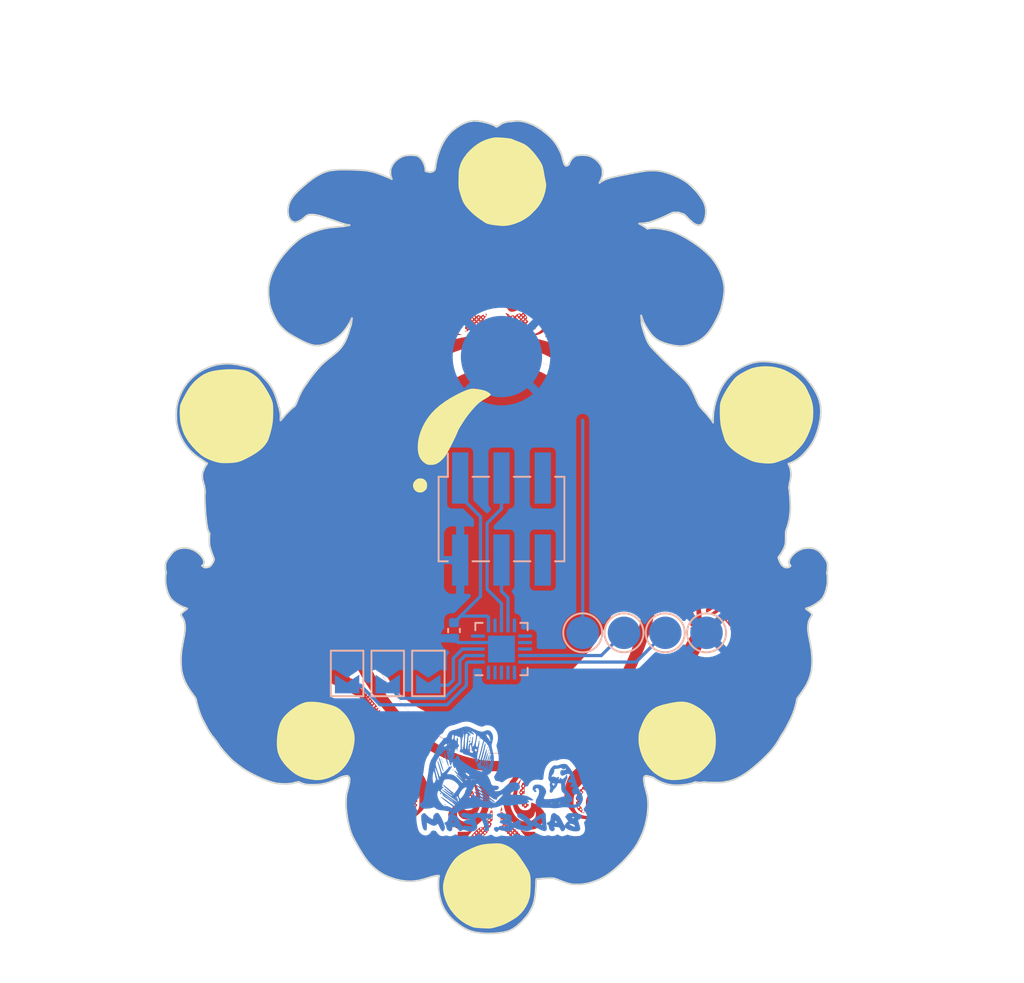
<source format=kicad_pcb>
(kicad_pcb (version 20231231) (generator "pcbnew") (generator_version "7.99")
  (layers (0 "F.Cu" signal) (31 "B.Cu" signal) (34 "B.Paste" user) (35 "F.Paste" user) (36 "B.SilkS" user "B.Silkscreen") (37 "F.SilkS" user "F.Silkscreen") (38 "B.Mask" user) (39 "F.Mask" user) (44 "Edge.Cuts" user))
  (net 0 "")
  (net 1 "SWIO")
  (net 2 "IO1")
  (net 3 "A1")
  (net 4 "A0")
  (net 5 "A2")
  (net 6 "IO2")
  (net 7 "GND")
  (net 8 "+3.3V")
  (net 9 "SDA")
  (net 10 "SCL")
  (net 17 "Net-(U1-PC7)")
  (footprint "artwork:Brooch_EdgeCut" (layer "F.Cu") (at -0.304126 0.498192)
    (property "Reference" "N5" (hide yes))
    (property "Value" "Artwork E" (hide yes))
    (fp_line (start -20.375015 2.476189) (end -20.374688 2.394009) (stroke (width 0.1)) (layer "Edge.Cuts"))
    (fp_line (start -20.374688 2.394009) (end -20.368415 2.315349) (stroke (width 0.1)) (layer "Edge.Cuts"))
    (fp_line (start -20.369115 2.561729) (end -20.375015 2.476189) (stroke (width 0.1)) (layer "Edge.Cuts"))
    (fp_line (start -20.368415 2.315349) (end -20.356175 2.240389) (stroke (width 0.1)) (layer "Edge.Cuts"))
    (fp_line (start -20.364324 3.202025) (end -20.363233 3.102159) (stroke (width 0.1)) (layer "Edge.Cuts"))
    (fp_line (start -20.363233 3.102159) (end -20.359537 3.010459) (stroke (width 0.1)) (layer "Edge.Cuts"))
    (fp_line (start -20.362993 3.304298) (end -20.364324 3.202025) (stroke (width 0.1)) (layer "Edge.Cuts"))
    (fp_line (start -20.359537 3.010459) (end -20.353337 2.932659) (stroke (width 0.1)) (layer "Edge.Cuts"))
    (fp_line (start -20.359093 3.403238) (end -20.362993 3.304298) (stroke (width 0.1)) (layer "Edge.Cuts"))
    (fp_line (start -20.357165 2.650469) (end -20.369115 2.561729) (stroke (width 0.1)) (layer "Edge.Cuts"))
    (fp_line (start -20.356175 2.240389) (end -20.338165 2.169289) (stroke (width 0.1)) (layer "Edge.Cuts"))
    (fp_line (start -20.353337 2.932659) (end -20.345737 2.881999) (stroke (width 0.1)) (layer "Edge.Cuts"))
    (fp_line (start -20.352693 3.493108) (end -20.359093 3.403238) (stroke (width 0.1)) (layer "Edge.Cuts"))
    (fp_line (start -20.347265 2.705269) (end -20.357165 2.650469) (stroke (width 0.1)) (layer "Edge.Cuts"))
    (fp_line (start -20.345737 2.881999) (end -20.341637 2.854369) (stroke (width 0.1)) (layer "Edge.Cuts"))
    (fp_line (start -20.344093 3.568148) (end -20.352693 3.493108) (stroke (width 0.1)) (layer "Edge.Cuts"))
    (fp_line (start -20.342465 2.736229) (end -20.347265 2.705269) (stroke (width 0.1)) (layer "Edge.Cuts"))
    (fp_line (start -20.341637 2.854369) (end -20.338787 2.830269) (stroke (width 0.1)) (layer "Edge.Cuts"))
    (fp_line (start -20.339201 2.762609) (end -20.342465 2.736229) (stroke (width 0.1)) (layer "Edge.Cuts"))
    (fp_line (start -20.338787 2.830269) (end -20.337467 2.807969) (stroke (width 0.1)) (layer "Edge.Cuts"))
    (fp_line (start -20.338165 2.169289) (end -20.314255 2.102209) (stroke (width 0.1)) (layer "Edge.Cuts"))
    (fp_line (start -20.33759 2.785949) (end -20.339201 2.762609) (stroke (width 0.1)) (layer "Edge.Cuts"))
    (fp_line (start -20.337467 2.807969) (end -20.33759 2.785949) (stroke (width 0.1)) (layer "Edge.Cuts"))
    (fp_line (start -20.324213 3.674248) (end -20.344093 3.568148) (stroke (width 0.1)) (layer "Edge.Cuts"))
    (fp_line (start -20.314255 2.102209) (end -20.290035 2.051239) (stroke (width 0.1)) (layer "Edge.Cuts"))
    (fp_line (start -20.296443 3.796352) (end -20.324213 3.674248) (stroke (width 0.1)) (layer "Edge.Cuts"))
    (fp_line (start -20.290035 2.051239) (end -20.265525 2.012079) (stroke (width 0.1)) (layer "Edge.Cuts"))
    (fp_line (start -20.265525 2.012079) (end -20.231215 1.960889) (stroke (width 0.1)) (layer "Edge.Cuts"))
    (fp_line (start -20.265273 3.910059) (end -20.296443 3.796352) (stroke (width 0.1)) (layer "Edge.Cuts"))
    (fp_line (start -20.231215 1.960889) (end -20.189375 1.900969) (stroke (width 0.1)) (layer "Edge.Cuts"))
    (fp_line (start -20.230573 4.015739) (end -20.265273 3.910059) (stroke (width 0.1)) (layer "Edge.Cuts"))
    (fp_line (start -20.192253 4.113689) (end -20.230573 4.015739) (stroke (width 0.1)) (layer "Edge.Cuts"))
    (fp_line (start -20.189375 1.900969) (end -20.142355 1.835679) (stroke (width 0.1)) (layer "Edge.Cuts"))
    (fp_line (start -20.150253 4.204259) (end -20.192253 4.113689) (stroke (width 0.1)) (layer "Edge.Cuts"))
    (fp_line (start -20.142355 1.835679) (end -20.092475 1.768369) (stroke (width 0.1)) (layer "Edge.Cuts"))
    (fp_line (start -20.104473 4.287769) (end -20.150253 4.204259) (stroke (width 0.1)) (layer "Edge.Cuts"))
    (fp_line (start -20.092475 1.768369) (end -20.042035 1.702379) (stroke (width 0.1)) (layer "Edge.Cuts"))
    (fp_line (start -20.054843 4.364559) (end -20.104473 4.287769) (stroke (width 0.1)) (layer "Edge.Cuts"))
    (fp_line (start -20.042035 1.702379) (end -19.993365 1.641059) (stroke (width 0.1)) (layer "Edge.Cuts"))
    (fp_line (start -19.999283 4.434119) (end -20.054843 4.364559) (stroke (width 0.1)) (layer "Edge.Cuts"))
    (fp_line (start -19.993365 1.641059) (end -19.925395 1.559539) (stroke (width 0.1)) (layer "Edge.Cuts"))
    (fp_line (start -19.925395 1.559539) (end -19.790042 1.446864) (stroke (width 0.1)) (layer "Edge.Cuts"))
    (fp_line (start -19.921493 4.509529) (end -19.999283 4.434119) (stroke (width 0.1)) (layer "Edge.Cuts"))
    (fp_line (start -19.825666 4.589079) (end -19.921493 4.509529) (stroke (width 0.1)) (layer "Edge.Cuts"))
    (fp_line (start -19.790042 1.446864) (end -19.633199 1.362894) (stroke (width 0.1)) (layer "Edge.Cuts"))
    (fp_line (start -19.716823 4.669279) (end -19.825666 4.589079) (stroke (width 0.1)) (layer "Edge.Cuts"))
    (fp_line (start -19.708809 -6.942912) (end -19.705609 -7.074226) (stroke (width 0.1)) (layer "Edge.Cuts"))
    (fp_line (start -19.708209 -6.805661) (end -19.708809 -6.942912) (stroke (width 0.1)) (layer "Edge.Cuts"))
    (fp_line (start -19.705609 -7.074226) (end -19.698509 -7.198323) (stroke (width 0.1)) (layer "Edge.Cuts"))
    (fp_line (start -19.703709 -6.676985) (end -19.708209 -6.805661) (stroke (width 0.1)) (layer "Edge.Cuts"))
    (fp_line (start -19.698509 -7.198323) (end -19.686869 -7.317219) (stroke (width 0.1)) (layer "Edge.Cuts"))
    (fp_line (start -19.695069 -6.554849) (end -19.703709 -6.676985) (stroke (width 0.1)) (layer "Edge.Cuts"))
    (fp_line (start -19.686869 -7.317219) (end -19.670499 -7.432941) (stroke (width 0.1)) (layer "Edge.Cuts"))
    (fp_line (start -19.681889 -6.437238) (end -19.695069 -6.554849) (stroke (width 0.1)) (layer "Edge.Cuts"))
    (fp_line (start -19.670499 -7.432941) (end -19.649069 -7.547533) (stroke (width 0.1)) (layer "Edge.Cuts"))
    (fp_line (start -19.663849 -6.322116) (end -19.681889 -6.437238) (stroke (width 0.1)) (layer "Edge.Cuts"))
    (fp_line (start -19.649069 -7.547533) (end -19.622139 -7.662992) (stroke (width 0.1)) (layer "Edge.Cuts"))
    (fp_line (start -19.640719 -6.207458) (end -19.663849 -6.322116) (stroke (width 0.1)) (layer "Edge.Cuts"))
    (fp_line (start -19.633199 1.362894) (end -19.459569 1.308104) (stroke (width 0.1)) (layer "Edge.Cuts"))
    (fp_line (start -19.622139 -7.662992) (end -19.589599 -7.781363) (stroke (width 0.1)) (layer "Edge.Cuts"))
    (fp_line (start -19.611959 -6.091248) (end -19.640719 -6.207458) (stroke (width 0.1)) (layer "Edge.Cuts"))
    (fp_line (start -19.600026 4.746679) (end -19.716823 4.669279) (stroke (width 0.1)) (layer "Edge.Cuts"))
    (fp_line (start -19.589599 -7.781363) (end -19.533309 -7.957152) (stroke (width 0.1)) (layer "Edge.Cuts"))
    (fp_line (start -19.577399 -5.971462) (end -19.611959 -6.091248) (stroke (width 0.1)) (layer "Edge.Cuts"))
    (fp_line (start -19.533309 -7.957152) (end -19.423584 -8.225987) (stroke (width 0.1)) (layer "Edge.Cuts"))
    (fp_line (start -19.502769 -5.754059) (end -19.577399 -5.971462) (stroke (width 0.1)) (layer "Edge.Cuts"))
    (fp_line (start -19.480299 4.817779) (end -19.600026 4.746679) (stroke (width 0.1)) (layer "Edge.Cuts"))
    (fp_line (start -19.459569 1.308104) (end -19.273856 1.282974) (stroke (width 0.1)) (layer "Edge.Cuts"))
    (fp_line (start -19.423584 -8.225987) (end -19.29318 -8.47934) (stroke (width 0.1)) (layer "Edge.Cuts"))
    (fp_line (start -19.416393 8.178302) (end -19.414156 8.036242) (stroke (width 0.1)) (layer "Edge.Cuts"))
    (fp_line (start -19.415793 8.330864) (end -19.416393 8.178302) (stroke (width 0.1)) (layer "Edge.Cuts"))
    (fp_line (start -19.414156 8.036242) (end -19.408293 7.903267) (stroke (width 0.1)) (layer "Edge.Cuts"))
    (fp_line (start -19.412869 5.385599) (end -19.406569 5.358649) (stroke (width 0.1)) (layer "Edge.Cuts"))
    (fp_line (start -19.412414 5.399099) (end -19.412869 5.385599) (stroke (width 0.1)) (layer "Edge.Cuts"))
    (fp_line (start -19.410893 8.473027) (end -19.415793 8.330864) (stroke (width 0.1)) (layer "Edge.Cuts"))
    (fp_line (start -19.409169 5.409939) (end -19.412414 5.399099) (stroke (width 0.1)) (layer "Edge.Cuts"))
    (fp_line (start -19.408293 7.903267) (end -19.397793 7.771085) (stroke (width 0.1)) (layer "Edge.Cuts"))
    (fp_line (start -19.406569 5.358649) (end -19.392999 5.329589) (stroke (width 0.1)) (layer "Edge.Cuts"))
    (fp_line (start -19.403369 5.423879) (end -19.409169 5.409939) (stroke (width 0.1)) (layer "Edge.Cuts"))
    (fp_line (start -19.401653 8.607211) (end -19.410893 8.473027) (stroke (width 0.1)) (layer "Edge.Cuts"))
    (fp_line (start -19.397793 7.771085) (end -19.381673 7.631388) (stroke (width 0.1)) (layer "Edge.Cuts"))
    (fp_line (start -19.395469 5.440369) (end -19.403369 5.423879) (stroke (width 0.1)) (layer "Edge.Cuts"))
    (fp_line (start -19.39319 -5.502457) (end -19.502769 -5.754059) (stroke (width 0.1)) (layer "Edge.Cuts"))
    (fp_line (start -19.392999 5.329589) (end -19.372239 5.298739) (stroke (width 0.1)) (layer "Edge.Cuts"))
    (fp_line (start -19.387683 8.735016) (end -19.401653 8.607211) (stroke (width 0.1)) (layer "Edge.Cuts"))
    (fp_line (start -19.385609 5.458879) (end -19.395469 5.440369) (stroke (width 0.1)) (layer "Edge.Cuts"))
    (fp_line (start -19.381673 7.631388) (end -19.358863 7.475847) (stroke (width 0.1)) (layer "Edge.Cuts"))
    (fp_line (start -19.374019 5.478869) (end -19.385609 5.458879) (stroke (width 0.1)) (layer "Edge.Cuts"))
    (fp_line (start -19.372239 5.298739) (end -19.344599 5.266249) (stroke (width 0.1)) (layer "Edge.Cuts"))
    (fp_line (start -19.368583 8.85799) (end -19.387683 8.735016) (stroke (width 0.1)) (layer "Edge.Cuts"))
    (fp_line (start -19.362695 4.879129) (end -19.480299 4.817779) (stroke (width 0.1)) (layer "Edge.Cuts"))
    (fp_line (start -19.361189 5.499699) (end -19.374019 5.478869) (stroke (width 0.1)) (layer "Edge.Cuts"))
    (fp_line (start -19.358863 7.475847) (end -19.328503 7.296162) (stroke (width 0.1)) (layer "Edge.Cuts"))
    (fp_line (start -19.347219 5.521029) (end -19.361189 5.499699) (stroke (width 0.1)) (layer "Edge.Cuts"))
    (fp_line (start -19.344599 5.266249) (end -19.310249 5.232329) (stroke (width 0.1)) (layer "Edge.Cuts"))
    (fp_line (start -19.344263 8.977715) (end -19.368583 8.85799) (stroke (width 0.1)) (layer "Edge.Cuts"))
    (fp_line (start -19.328503 7.296162) (end -19.289533 7.084023) (stroke (width 0.1)) (layer "Edge.Cuts"))
    (fp_line (start -19.314263 9.095749) (end -19.344263 8.977715) (stroke (width 0.1)) (layer "Edge.Cuts"))
    (fp_line (start -19.311119 5.577039) (end -19.347219 5.521029) (stroke (width 0.1)) (layer "Edge.Cuts"))
    (fp_line (start -19.310249 5.232329) (end -19.269399 5.197199) (stroke (width 0.1)) (layer "Edge.Cuts"))
    (fp_line (start -19.29318 -8.47934) (end -19.141983 -8.717253) (stroke (width 0.1)) (layer "Edge.Cuts"))
    (fp_line (start -19.289533 7.084023) (end -19.247583 6.862872) (stroke (width 0.1)) (layer "Edge.Cuts"))
    (fp_line (start -19.278393 9.213682) (end -19.314263 9.095749) (stroke (width 0.1)) (layer "Edge.Cuts"))
    (fp_line (start -19.273856 1.282974) (end -19.080793 1.287874) (stroke (width 0.1)) (layer "Edge.Cuts"))
    (fp_line (start -19.271139 5.649579) (end -19.311119 5.577039) (stroke (width 0.1)) (layer "Edge.Cuts"))
    (fp_line (start -19.269399 5.197199) (end -19.222229 5.161069) (stroke (width 0.1)) (layer "Edge.Cuts"))
    (fp_line (start -19.264708 -5.264556) (end -19.39319 -5.502457) (stroke (width 0.1)) (layer "Edge.Cuts"))
    (fp_line (start -19.252259 4.927249) (end -19.362695 4.879129) (stroke (width 0.1)) (layer "Edge.Cuts"))
    (fp_line (start -19.247583 6.862872) (end -19.222403 6.72398) (stroke (width 0.1)) (layer "Edge.Cuts"))
    (fp_line (start -19.238369 5.722709) (end -19.271139 5.649579) (stroke (width 0.1)) (layer "Edge.Cuts"))
    (fp_line (start -19.235283 9.33732) (end -19.278393 9.213682) (stroke (width 0.1)) (layer "Edge.Cuts"))
    (fp_line (start -19.222403 6.72398) (end -19.202983 6.611489) (stroke (width 0.1)) (layer "Edge.Cuts"))
    (fp_line (start -19.222229 5.161069) (end -19.181749 5.132989) (stroke (width 0.1)) (layer "Edge.Cuts"))
    (fp_line (start -19.212199 5.798139) (end -19.238369 5.722709) (stroke (width 0.1)) (layer "Edge.Cuts"))
    (fp_line (start -19.203689 4.944109) (end -19.252259 4.927249) (stroke (width 0.1)) (layer "Edge.Cuts"))
    (fp_line (start -19.202983 6.611489) (end -19.188473 6.519649) (stroke (width 0.1)) (layer "Edge.Cuts"))
    (fp_line (start -19.192439 5.877629) (end -19.212199 5.798139) (stroke (width 0.1)) (layer "Edge.Cuts"))
    (fp_line (start -19.188473 6.519649) (end -19.178263 6.442729) (stroke (width 0.1)) (layer "Edge.Cuts"))
    (fp_line (start -19.187793 9.457188) (end -19.235283 9.33732) (stroke (width 0.1)) (layer "Edge.Cuts"))
    (fp_line (start -19.181749 5.132989) (end -19.165519 5.121669) (stroke (width 0.1)) (layer "Edge.Cuts"))
    (fp_line (start -19.181239 4.952309) (end -19.203689 4.944109) (stroke (width 0.1)) (layer "Edge.Cuts"))
    (fp_line (start -19.178449 5.962909) (end -19.192439 5.877629) (stroke (width 0.1)) (layer "Edge.Cuts"))
    (fp_line (start -19.178263 6.442729) (end -19.171663 6.374979) (stroke (width 0.1)) (layer "Edge.Cuts"))
    (fp_line (start -19.171663 6.374979) (end -19.167863 6.310639) (stroke (width 0.1)) (layer "Edge.Cuts"))
    (fp_line (start -19.169749 6.055709) (end -19.178449 5.962909) (stroke (width 0.1)) (layer "Edge.Cuts"))
    (fp_line (start -19.167863 6.310639) (end -19.166215 6.243979) (stroke (width 0.1)) (layer "Edge.Cuts"))
    (fp_line (start -19.166215 6.243979) (end -19.166049 6.157769) (stroke (width 0.1)) (layer "Edge.Cuts"))
    (fp_line (start -19.166049 6.157769) (end -19.169749 6.055709) (stroke (width 0.1)) (layer "Edge.Cuts"))
    (fp_line (start -19.165519 5.121669) (end -19.149039 5.109789) (stroke (width 0.1)) (layer "Edge.Cuts"))
    (fp_line (start -19.159229 4.960409) (end -19.181239 4.952309) (stroke (width 0.1)) (layer "Edge.Cuts"))
    (fp_line (start -19.149039 5.109789) (end -19.133019 5.097779) (stroke (width 0.1)) (layer "Edge.Cuts"))
    (fp_line (start -19.141983 -8.717253) (end -18.969868 -8.939747) (stroke (width 0.1)) (layer "Edge.Cuts"))
    (fp_line (start -19.138399 4.968209) (end -19.159229 4.960409) (stroke (width 0.1)) (layer "Edge.Cuts"))
    (fp_line (start -19.134533 9.574288) (end -19.187793 9.457188) (stroke (width 0.1)) (layer "Edge.Cuts"))
    (fp_line (start -19.133019 5.097779) (end -19.117579 5.085769) (stroke (width 0.1)) (layer "Edge.Cuts"))
    (fp_line (start -19.119179 4.975309) (end -19.138399 4.968209) (stroke (width 0.1)) (layer "Edge.Cuts"))
    (fp_line (start -19.117579 5.085769) (end -19.103329 5.074279) (stroke (width 0.1)) (layer "Edge.Cuts"))
    (fp_line (start -19.117478 -5.040673) (end -19.264708 -5.264556) (stroke (width 0.1)) (layer "Edge.Cuts"))
    (fp_line (start -19.103329 5.074279) (end -19.090679 5.063549) (stroke (width 0.1)) (layer "Edge.Cuts"))
    (fp_line (start -19.102119 4.981709) (end -19.119179 4.975309) (stroke (width 0.1)) (layer "Edge.Cuts"))
    (fp_line (start -19.090679 5.063549) (end -19.079849 5.053909) (stroke (width 0.1)) (layer "Edge.Cuts"))
    (fp_line (start -19.087849 4.986909) (end -19.102119 4.981709) (stroke (width 0.1)) (layer "Edge.Cuts"))
    (fp_line (start -19.080793 1.287874) (end -18.885083 1.323354) (stroke (width 0.1)) (layer "Edge.Cuts"))
    (fp_line (start -19.079849 5.053909) (end -19.069749 5.043009) (stroke (width 0.1)) (layer "Edge.Cuts"))
    (fp_line (start -19.076749 4.990834) (end -19.087849 4.986909) (stroke (width 0.1)) (layer "Edge.Cuts"))
    (fp_line (start -19.074149 4.991709) (end -19.076749 4.990834) (stroke (width 0.1)) (layer "Edge.Cuts"))
    (fp_line (start -19.073223 9.692705) (end -19.134533 9.574288) (stroke (width 0.1)) (layer "Edge.Cuts"))
    (fp_line (start -19.069749 4.993509) (end -19.074149 4.991709) (stroke (width 0.1)) (layer "Edge.Cuts"))
    (fp_line (start -19.069749 5.043009) (end -19.065349 5.037709) (stroke (width 0.1)) (layer "Edge.Cuts"))
    (fp_line (start -19.065349 4.995209) (end -19.069749 4.993509) (stroke (width 0.1)) (layer "Edge.Cuts"))
    (fp_line (start -19.065349 5.037709) (end -19.060949 5.032409) (stroke (width 0.1)) (layer "Edge.Cuts"))
    (fp_line (start -19.060949 4.997009) (end -19.065349 4.995209) (stroke (width 0.1)) (layer "Edge.Cuts"))
    (fp_line (start -19.060949 5.032409) (end -19.056549 5.027109) (stroke (width 0.1)) (layer "Edge.Cuts"))
    (fp_line (start -19.056549 4.998809) (end -19.060949 4.997009) (stroke (width 0.1)) (layer "Edge.Cuts"))
    (fp_line (start -19.056549 5.027109) (end -19.052149 5.021809) (stroke (width 0.1)) (layer "Edge.Cuts"))
    (fp_line (start -19.052149 5.000609) (end -19.056549 4.998809) (stroke (width 0.1)) (layer "Edge.Cuts"))
    (fp_line (start -19.052149 5.021809) (end -19.047749 5.016509) (stroke (width 0.1)) (layer "Edge.Cuts"))
    (fp_line (start -19.047749 5.002409) (end -19.052149 5.000609) (stroke (width 0.1)) (layer "Edge.Cuts"))
    (fp_line (start -19.047749 5.016509) (end -19.043349 5.011209) (stroke (width 0.1)) (layer "Edge.Cuts"))
    (fp_line (start -19.043349 5.004209) (end -19.047749 5.002409) (stroke (width 0.1)) (layer "Edge.Cuts"))
    (fp_line (start -19.043349 5.011209) (end -19.038949 5.005909) (stroke (width 0.1)) (layer "Edge.Cuts"))
    (fp_line (start -19.038949 5.005909) (end -19.043349 5.004209) (stroke (width 0.1)) (layer "Edge.Cuts"))
    (fp_line (start -19.001593 9.81654) (end -19.073223 9.692705) (stroke (width 0.1)) (layer "Edge.Cuts"))
    (fp_line (start -18.969868 -8.939747) (end -18.776711 -9.146882) (stroke (width 0.1)) (layer "Edge.Cuts"))
    (fp_line (start -18.951677 -4.83107) (end -19.117478 -5.040673) (stroke (width 0.1)) (layer "Edge.Cuts"))
    (fp_line (start -18.917363 9.949878) (end -19.001593 9.81654) (stroke (width 0.1)) (layer "Edge.Cuts"))
    (fp_line (start -18.885083 1.323354) (end -18.691439 1.389804) (stroke (width 0.1)) (layer "Edge.Cuts"))
    (fp_line (start -18.818269 10.096821) (end -18.917363 9.949878) (stroke (width 0.1)) (layer "Edge.Cuts"))
    (fp_line (start -18.776711 -9.146882) (end -18.562386 -9.338699) (stroke (width 0.1)) (layer "Edge.Cuts"))
    (fp_line (start -18.767458 -4.636056) (end -18.951677 -4.83107) (stroke (width 0.1)) (layer "Edge.Cuts"))
    (fp_line (start -18.702035 10.261452) (end -18.818269 10.096821) (stroke (width 0.1)) (layer "Edge.Cuts"))
    (fp_line (start -18.691439 1.389804) (end -18.552205 1.461204) (stroke (width 0.1)) (layer "Edge.Cuts"))
    (fp_line (start -18.621495 10.372022) (end -18.702035 10.261452) (stroke (width 0.1)) (layer "Edge.Cuts"))
    (fp_line (start -18.578555 10.431382) (end -18.621495 10.372022) (stroke (width 0.1)) (layer "Edge.Cuts"))
    (fp_line (start -18.564988 -4.45591) (end -18.767458 -4.636056) (stroke (width 0.1)) (layer "Edge.Cuts"))
    (fp_line (start -18.562386 -9.338699) (end -18.326761 -9.515219) (stroke (width 0.1)) (layer "Edge.Cuts"))
    (fp_line (start -18.552205 1.461204) (end -18.509235 1.487444) (stroke (width 0.1)) (layer "Edge.Cuts"))
    (fp_line (start -18.546575 10.477482) (end -18.578555 10.431382) (stroke (width 0.1)) (layer "Edge.Cuts"))
    (fp_line (start -18.523405 10.513892) (end -18.546575 10.477482) (stroke (width 0.1)) (layer "Edge.Cuts"))
    (fp_line (start -18.509235 1.487444) (end -18.465985 1.516084) (stroke (width 0.1)) (layer "Edge.Cuts"))
    (fp_line (start -18.507315 10.544152) (end -18.523405 10.513892) (stroke (width 0.1)) (layer "Edge.Cuts"))
    (fp_line (start -18.496125 10.571842) (end -18.507315 10.544152) (stroke (width 0.1)) (layer "Edge.Cuts"))
    (fp_line (start -18.487825 10.600452) (end -18.496125 10.571842) (stroke (width 0.1)) (layer "Edge.Cuts"))
    (fp_line (start -18.480625 10.633602) (end -18.487825 10.600452) (stroke (width 0.1)) (layer "Edge.Cuts"))
    (fp_line (start -18.465985 1.516084) (end -18.422985 1.546824) (stroke (width 0.1)) (layer "Edge.Cuts"))
    (fp_line (start -18.453835 10.759343) (end -18.480625 10.633602) (stroke (width 0.1)) (layer "Edge.Cuts"))
    (fp_line (start -18.422985 1.546824) (end -18.380795 1.579314) (stroke (width 0.1)) (layer "Edge.Cuts"))
    (fp_line (start -18.411845 10.929452) (end -18.453835 10.759343) (stroke (width 0.1)) (layer "Edge.Cuts"))
    (fp_line (start -18.380795 1.579314) (end -18.339925 1.613174) (stroke (width 0.1)) (layer "Edge.Cuts"))
    (fp_line (start -18.364145 11.099091) (end -18.411845 10.929452) (stroke (width 0.1)) (layer "Edge.Cuts"))
    (fp_line (start -18.344451 -4.290932) (end -18.564988 -4.45591) (stroke (width 0.1)) (layer "Edge.Cuts"))
    (fp_line (start -18.339925 1.613174) (end -18.300945 1.648024) (stroke (width 0.1)) (layer "Edge.Cuts"))
    (fp_line (start -18.326761 -9.515219) (end -18.129259 -9.640352) (stroke (width 0.1)) (layer "Edge.Cuts"))
    (fp_line (start -18.311475 11.266195) (end -18.364145 11.099091) (stroke (width 0.1)) (layer "Edge.Cuts"))
    (fp_line (start -18.300945 1.648024) (end -18.264365 1.683494) (stroke (width 0.1)) (layer "Edge.Cuts"))
    (fp_line (start -18.264365 1.683494) (end -18.210015 1.741704) (stroke (width 0.1)) (layer "Edge.Cuts"))
    (fp_line (start -18.254585 11.428696) (end -18.311475 11.266195) (stroke (width 0.1)) (layer "Edge.Cuts"))
    (fp_line (start -18.244341 -4.226582) (end -18.344451 -4.290932) (stroke (width 0.1)) (layer "Edge.Cuts"))
    (fp_line (start -18.210171 -4.204182) (end -18.244341 -4.226582) (stroke (width 0.1)) (layer "Edge.Cuts"))
    (fp_line (start -18.210015 1.741704) (end -18.130275 1.84181) (stroke (width 0.1)) (layer "Edge.Cuts"))
    (fp_line (start -18.194225 11.584529) (end -18.254585 11.428696) (stroke (width 0.1)) (layer "Edge.Cuts"))
    (fp_line (start -18.174991 -4.180402) (end -18.210171 -4.204182) (stroke (width 0.1)) (layer "Edge.Cuts"))
    (fp_line (start -18.139821 -4.156042) (end -18.174991 -4.180402) (stroke (width 0.1)) (layer "Edge.Cuts"))
    (fp_line (start -18.131135 11.731616) (end -18.194225 11.584529) (stroke (width 0.1)) (layer "Edge.Cuts"))
    (fp_line (start -18.130275 1.84181) (end -18.069315 1.93736) (stroke (width 0.1)) (layer "Edge.Cuts"))
    (fp_line (start -18.129259 -9.640352) (end -18.029739 -9.693752) (stroke (width 0.1)) (layer "Edge.Cuts"))
    (fp_line (start -18.125235 2.37063) (end -18.121235 2.37463) (stroke (width 0.1)) (layer "Edge.Cuts"))
    (fp_line (start -18.121235 2.37463) (end -18.117235 2.37863) (stroke (width 0.1)) (layer "Edge.Cuts"))
    (fp_line (start -18.120835 2.36753) (end -18.125235 2.37063) (stroke (width 0.1)) (layer "Edge.Cuts"))
    (fp_line (start -18.117235 2.37863) (end -18.113235 2.38263) (stroke (width 0.1)) (layer "Edge.Cuts"))
    (fp_line (start -18.116435 2.36443) (end -18.120835 2.36753) (stroke (width 0.1)) (layer "Edge.Cuts"))
    (fp_line (start -18.113235 2.38263) (end -18.109235 2.38663) (stroke (width 0.1)) (layer "Edge.Cuts"))
    (fp_line (start -18.112035 2.36133) (end -18.116435 2.36443) (stroke (width 0.1)) (layer "Edge.Cuts"))
    (fp_line (start -18.109235 2.38663) (end -18.105235 2.39063) (stroke (width 0.1)) (layer "Edge.Cuts"))
    (fp_line (start -18.107635 2.35823) (end -18.112035 2.36133) (stroke (width 0.1)) (layer "Edge.Cuts"))
    (fp_line (start -18.107191 -3.160242) (end -18.100691 -3.235992) (stroke (width 0.1)) (layer "Edge.Cuts"))
    (fp_line (start -18.107027 -3.107052) (end -18.107191 -3.160242) (stroke (width 0.1)) (layer "Edge.Cuts"))
    (fp_line (start -18.105641 -4.132082) (end -18.139821 -4.156042) (stroke (width 0.1)) (layer "Edge.Cuts"))
    (fp_line (start -18.105474 -3.066962) (end -18.107027 -3.107052) (stroke (width 0.1)) (layer "Edge.Cuts"))
    (fp_line (start -18.105235 2.39063) (end -18.101235 2.39463) (stroke (width 0.1)) (layer "Edge.Cuts"))
    (fp_line (start -18.103235 2.35513) (end -18.107635 2.35823) (stroke (width 0.1)) (layer "Edge.Cuts"))
    (fp_line (start -18.101574 -3.027012) (end -18.105474 -3.066962) (stroke (width 0.1)) (layer "Edge.Cuts"))
    (fp_line (start -18.101235 2.39463) (end -18.097235 2.39863) (stroke (width 0.1)) (layer "Edge.Cuts"))
    (fp_line (start -18.100691 -3.235992) (end -18.086321 -3.315222) (stroke (width 0.1)) (layer "Edge.Cuts"))
    (fp_line (start -18.098835 2.35203) (end -18.103235 2.35513) (stroke (width 0.1)) (layer "Edge.Cuts"))
    (fp_line (start -18.097235 2.39863) (end -18.093235 2.40263) (stroke (width 0.1)) (layer "Edge.Cuts"))
    (fp_line (start -18.094774 -2.983532) (end -18.101574 -3.027012) (stroke (width 0.1)) (layer "Edge.Cuts"))
    (fp_line (start -18.094435 2.34893) (end -18.098835 2.35203) (stroke (width 0.1)) (layer "Edge.Cuts"))
    (fp_line (start -18.093235 2.40263) (end -18.087935 2.40833) (stroke (width 0.1)) (layer "Edge.Cuts"))
    (fp_line (start -18.087935 2.40833) (end -18.069025 2.42495) (stroke (width 0.1)) (layer "Edge.Cuts"))
    (fp_line (start -18.086321 -3.315222) (end -18.064261 -3.397782) (stroke (width 0.1)) (layer "Edge.Cuts"))
    (fp_line (start -18.084254 -2.932842) (end -18.094774 -2.983532) (stroke (width 0.1)) (layer "Edge.Cuts"))
    (fp_line (start -18.073431 -4.109002) (end -18.105641 -4.132082) (stroke (width 0.1)) (layer "Edge.Cuts"))
    (fp_line (start -18.069315 1.93736) (end -18.027375 2.02737) (stroke (width 0.1)) (layer "Edge.Cuts"))
    (fp_line (start -18.069114 -2.871262) (end -18.084254 -2.932842) (stroke (width 0.1)) (layer "Edge.Cuts"))
    (fp_line (start -18.069025 2.42495) (end -18.047265 2.44023) (stroke (width 0.1)) (layer "Edge.Cuts"))
    (fp_line (start -18.066065 11.867912) (end -18.131135 11.731616) (stroke (width 0.1)) (layer "Edge.Cuts"))
    (fp_line (start -18.064261 -3.397782) (end -18.034791 -3.483582) (stroke (width 0.1)) (layer "Edge.Cuts"))
    (fp_line (start -18.053705 2.31314) (end -18.094435 2.34893) (stroke (width 0.1)) (layer "Edge.Cuts"))
    (fp_line (start -18.048914 -2.795122) (end -18.069114 -2.871262) (stroke (width 0.1)) (layer "Edge.Cuts"))
    (fp_line (start -18.047265 2.44023) (end -18.023485 2.4541) (stroke (width 0.1)) (layer "Edge.Cuts"))
    (fp_line (start -18.044291 -4.087792) (end -18.073431 -4.109002) (stroke (width 0.1)) (layer "Edge.Cuts"))
    (fp_line (start -18.034791 -3.483582) (end -17.997871 -3.572482) (stroke (width 0.1)) (layer "Edge.Cuts"))
    (fp_line (start -18.033585 11.928992) (end -18.066065 11.867912) (stroke (width 0.1)) (layer "Edge.Cuts"))
    (fp_line (start -18.029739 -9.693752) (end -17.914232 -9.748932) (stroke (width 0.1)) (layer "Edge.Cuts"))
    (fp_line (start -18.027375 2.02737) (end -18.004645 2.11091) (stroke (width 0.1)) (layer "Edge.Cuts"))
    (fp_line (start -18.023485 2.4541) (end -17.998415 2.46609) (stroke (width 0.1)) (layer "Edge.Cuts"))
    (fp_line (start -18.022694 -2.70073) (end -18.048914 -2.795122) (stroke (width 0.1)) (layer "Edge.Cuts"))
    (fp_line (start -18.018961 -4.069142) (end -18.044291 -4.087792) (stroke (width 0.1)) (layer "Edge.Cuts"))
    (fp_line (start -18.017545 2.25475) (end -18.053705 2.31314) (stroke (width 0.1)) (layer "Edge.Cuts"))
    (fp_line (start -18.014115 11.965202) (end -18.033585 11.928992) (stroke (width 0.1)) (layer "Edge.Cuts"))
    (fp_line (start -18.004645 2.11091) (end -18.001324 2.18701) (stroke (width 0.1)) (layer "Edge.Cuts"))
    (fp_line (start -18.001324 2.18701) (end -18.017545 2.25475) (stroke (width 0.1)) (layer "Edge.Cuts"))
    (fp_line (start -17.998415 2.46609) (end -17.972985 2.47573) (stroke (width 0.1)) (layer "Edge.Cuts"))
    (fp_line (start -17.997871 -3.572482) (end -17.953671 -3.664362) (stroke (width 0.1)) (layer "Edge.Cuts"))
    (fp_line (start -17.997651 -4.053152) (end -18.018961 -4.069142) (stroke (width 0.1)) (layer "Edge.Cuts"))
    (fp_line (start -17.996784 -2.60378) (end -18.022694 -2.70073) (stroke (width 0.1)) (layer "Edge.Cuts"))
    (fp_line (start -17.991385 12.008052) (end -18.014115 11.965202) (stroke (width 0.1)) (layer "Edge.Cuts"))
    (fp_line (start -17.977264 -2.51754) (end -17.996784 -2.60378) (stroke (width 0.1)) (layer "Edge.Cuts"))
    (fp_line (start -17.975371 -4.037212) (end -17.997651 -4.053152) (stroke (width 0.1)) (layer "Edge.Cuts"))
    (fp_line (start -17.972985 2.47573) (end -17.948015 2.48273) (stroke (width 0.1)) (layer "Edge.Cuts"))
    (fp_line (start -17.966075 12.055972) (end -17.991385 12.008052) (stroke (width 0.1)) (layer "Edge.Cuts"))
    (fp_line (start -17.961374 -2.4349) (end -17.977264 -2.51754) (stroke (width 0.1)) (layer "Edge.Cuts"))
    (fp_line (start -17.953671 -3.664362) (end -17.902321 -3.759092) (stroke (width 0.1)) (layer "Edge.Cuts"))
    (fp_line (start -17.952891 -4.021492) (end -17.975371 -4.037212) (stroke (width 0.1)) (layer "Edge.Cuts"))
    (fp_line (start -17.950235 -1.861447) (end -17.947364 -2.00708) (stroke (width 0.1)) (layer "Edge.Cuts"))
    (fp_line (start -17.949354 -2.35622) (end -17.961374 -2.4349) (stroke (width 0.1)) (layer "Edge.Cuts"))
    (fp_line (start -17.948015 2.48273) (end -17.924345 2.48673) (stroke (width 0.1)) (layer "Edge.Cuts"))
    (fp_line (start -17.947364 -2.00708) (end -17.939264 -2.08865) (stroke (width 0.1)) (layer "Edge.Cuts"))
    (fp_line (start -17.947242 -1.671893) (end -17.950235 -1.861447) (stroke (width 0.1)) (layer "Edge.Cuts"))
    (fp_line (start -17.941054 -2.2819) (end -17.949354 -2.35622) (stroke (width 0.1)) (layer "Edge.Cuts"))
    (fp_line (start -17.939264 -2.08865) (end -17.935976 -2.14773) (stroke (width 0.1)) (layer "Edge.Cuts"))
    (fp_line (start -17.939075 12.107392) (end -17.966075 12.055972) (stroke (width 0.1)) (layer "Edge.Cuts"))
    (fp_line (start -17.938942 -1.45014) (end -17.947242 -1.671893) (stroke (width 0.1)) (layer "Edge.Cuts"))
    (fp_line (start -17.936567 -2.21227) (end -17.941054 -2.2819) (stroke (width 0.1)) (layer "Edge.Cuts"))
    (fp_line (start -17.935976 -2.14773) (end -17.936567 -2.21227) (stroke (width 0.1)) (layer "Edge.Cuts"))
    (fp_line (start -17.930871 -4.006352) (end -17.952891 -4.021492) (stroke (width 0.1)) (layer "Edge.Cuts"))
    (fp_line (start -17.925972 -1.207929) (end -17.938942 -1.45014) (stroke (width 0.1)) (layer "Edge.Cuts"))
    (fp_line (start -17.924345 2.48673) (end -17.900985 2.48733) (stroke (width 0.1)) (layer "Edge.Cuts"))
    (fp_line (start -17.914232 -9.748932) (end -17.788113 -9.803722) (stroke (width 0.1)) (layer "Edge.Cuts"))
    (fp_line (start -17.911065 12.160752) (end -17.939075 12.107392) (stroke (width 0.1)) (layer "Edge.Cuts"))
    (fp_line (start -17.909871 -3.992372) (end -17.930871 -4.006352) (stroke (width 0.1)) (layer "Edge.Cuts"))
    (fp_line (start -17.908862 -0.957013) (end -17.925972 -1.207929) (stroke (width 0.1)) (layer "Edge.Cuts"))
    (fp_line (start -17.902321 -3.759092) (end -17.859801 -3.830522) (stroke (width 0.1)) (layer "Edge.Cuts"))
    (fp_line (start -17.900985 2.48733) (end -17.870605 2.485015) (stroke (width 0.1)) (layer "Edge.Cuts"))
    (fp_line (start -17.890661 -3.979722) (end -17.909871 -3.992372) (stroke (width 0.1)) (layer "Edge.Cuts"))
    (fp_line (start -17.888432 -0.709133) (end -17.908862 -0.957013) (stroke (width 0.1)) (layer "Edge.Cuts"))
    (fp_line (start -17.882835 12.214462) (end -17.911065 12.160752) (stroke (width 0.1)) (layer "Edge.Cuts"))
    (fp_line (start -17.873901 -3.968862) (end -17.890661 -3.979722) (stroke (width 0.1)) (layer "Edge.Cuts"))
    (fp_line (start -17.870605 2.485015) (end -17.837055 2.48033) (stroke (width 0.1)) (layer "Edge.Cuts"))
    (fp_line (start -17.865202 -0.47602) (end -17.888432 -0.709133) (stroke (width 0.1)) (layer "Edge.Cuts"))
    (fp_line (start -17.860251 -3.960162) (end -17.873901 -3.968862) (stroke (width 0.1)) (layer "Edge.Cuts"))
    (fp_line (start -17.859801 -3.830522) (end -17.848321 -3.849662) (stroke (width 0.1)) (layer "Edge.Cuts"))
    (fp_line (start -17.855265 12.266962) (end -17.882835 12.214462) (stroke (width 0.1)) (layer "Edge.Cuts"))
    (fp_line (start -17.849781 -3.954362) (end -17.860251 -3.960162) (stroke (width 0.1)) (layer "Edge.Cuts"))
    (fp_line (start -17.848321 -3.849662) (end -17.837451 -3.867632) (stroke (width 0.1)) (layer "Edge.Cuts"))
    (fp_line (start -17.843412 -0.296768) (end -17.865202 -0.47602) (stroke (width 0.1)) (layer "Edge.Cuts"))
    (fp_line (start -17.839681 -3.949162) (end -17.849781 -3.954362) (stroke (width 0.1)) (layer "Edge.Cuts"))
    (fp_line (start -17.837451 -3.867632) (end -17.827681 -3.883912) (stroke (width 0.1)) (layer "Edge.Cuts"))
    (fp_line (start -17.837055 2.48033) (end -17.801895 2.47373) (stroke (width 0.1)) (layer "Edge.Cuts"))
    (fp_line (start -17.830381 -3.944062) (end -17.839681 -3.949162) (stroke (width 0.1)) (layer "Edge.Cuts"))
    (fp_line (start -17.827681 -3.883912) (end -17.819081 -3.898192) (stroke (width 0.1)) (layer "Edge.Cuts"))
    (fp_line (start -17.822782 -0.151529) (end -17.843412 -0.296768) (stroke (width 0.1)) (layer "Edge.Cuts"))
    (fp_line (start -17.822081 -3.939262) (end -17.830381 -3.944062) (stroke (width 0.1)) (layer "Edge.Cuts"))
    (fp_line (start -17.819081 -3.898192) (end -17.812181 -3.910062) (stroke (width 0.1)) (layer "Edge.Cuts"))
    (fp_line (start -17.814981 -3.935062) (end -17.822081 -3.939262) (stroke (width 0.1)) (layer "Edge.Cuts"))
    (fp_line (start -17.812181 -3.910062) (end -17.807081 -3.918962) (stroke (width 0.1)) (layer "Edge.Cuts"))
    (fp_line (start -17.812015 12.349542) (end -17.855265 12.266962) (stroke (width 0.1)) (layer "Edge.Cuts"))
    (fp_line (start -17.809481 -3.931362) (end -17.814981 -3.935062) (stroke (width 0.1)) (layer "Edge.Cuts"))
    (fp_line (start -17.807081 -3.918962) (end -17.804245 -3.924662) (stroke (width 0.1)) (layer "Edge.Cuts"))
    (fp_line (start -17.805612 -3.928479) (end -17.809481 -3.931362) (stroke (width 0.1)) (layer "Edge.Cuts"))
    (fp_line (start -17.804245 -3.924662) (end -17.803781 -3.926537) (stroke (width 0.1)) (layer "Edge.Cuts"))
    (fp_line (start -17.803781 -3.926537) (end -17.805612 -3.928479) (stroke (width 0.1)) (layer "Edge.Cuts"))
    (fp_line (start -17.801895 2.47373) (end -17.766675 2.46563) (stroke (width 0.1)) (layer "Edge.Cuts"))
    (fp_line (start -17.801322 -0.025166) (end -17.822782 -0.151529) (stroke (width 0.1)) (layer "Edge.Cuts"))
    (fp_line (start -17.788113 -9.803722) (end -17.656755 -9.855982) (stroke (width 0.1)) (layer "Edge.Cuts"))
    (fp_line (start -17.778952 0.0829) (end -17.801322 -0.025166) (stroke (width 0.1)) (layer "Edge.Cuts"))
    (fp_line (start -17.766675 2.46563) (end -17.732965 2.45653) (stroke (width 0.1)) (layer "Edge.Cuts"))
    (fp_line (start -17.763895 12.438282) (end -17.812015 12.349542) (stroke (width 0.1)) (layer "Edge.Cuts"))
    (fp_line (start -17.755692 0.17325) (end -17.778952 0.0829) (stroke (width 0.1)) (layer "Edge.Cuts"))
    (fp_line (start -17.732965 2.45653) (end -17.702325 2.44693) (stroke (width 0.1)) (layer "Edge.Cuts"))
    (fp_line (start -17.731252 0.24645) (end -17.755692 0.17325) (stroke (width 0.1)) (layer "Edge.Cuts"))
    (fp_line (start -17.718255 12.518312) (end -17.763895 12.438282) (stroke (width 0.1)) (layer "Edge.Cuts"))
    (fp_line (start -17.705752 0.30309) (end -17.731252 0.24645) (stroke (width 0.1)) (layer "Edge.Cuts"))
    (fp_line (start -17.702325 2.44693) (end -17.676425 2.43723) (stroke (width 0.1)) (layer "Edge.Cuts"))
    (fp_line (start -17.679112 0.34371) (end -17.705752 0.30309) (stroke (width 0.1)) (layer "Edge.Cuts"))
    (fp_line (start -17.676425 2.43723) (end -17.650925 2.42473) (stroke (width 0.1)) (layer "Edge.Cuts"))
    (fp_line (start -17.673605 12.591952) (end -17.718255 12.518312) (stroke (width 0.1)) (layer "Edge.Cuts"))
    (fp_line (start -17.673334 0.81808) (end -17.672511 0.72711) (stroke (width 0.1)) (layer "Edge.Cuts"))
    (fp_line (start -17.672511 0.72711) (end -17.669507 0.63789) (stroke (width 0.1)) (layer "Edge.Cuts"))
    (fp_line (start -17.671905 0.90677) (end -17.673334 0.81808) (stroke (width 0.1)) (layer "Edge.Cuts"))
    (fp_line (start -17.669507 0.63789) (end -17.664207 0.55449) (stroke (width 0.1)) (layer "Edge.Cuts"))
    (fp_line (start -17.668405 0.98913) (end -17.671905 0.90677) (stroke (width 0.1)) (layer "Edge.Cuts"))
    (fp_line (start -17.664207 0.55449) (end -17.657507 0.48978) (stroke (width 0.1)) (layer "Edge.Cuts"))
    (fp_line (start -17.664012 0.35891) (end -17.679112 0.34371) (stroke (width 0.1)) (layer "Edge.Cuts"))
    (fp_line (start -17.662905 1.0611) (end -17.668405 0.98913) (stroke (width 0.1)) (layer "Edge.Cuts"))
    (fp_line (start -17.657507 0.48978) (end -17.653407 0.45311) (stroke (width 0.1)) (layer "Edge.Cuts"))
    (fp_line (start -17.657412 0.36731) (end -17.664012 0.35891) (stroke (width 0.1)) (layer "Edge.Cuts"))
    (fp_line (start -17.656755 -9.855982) (end -17.525545 -9.903552) (stroke (width 0.1)) (layer "Edge.Cuts"))
    (fp_line (start -17.655305 1.11862) (end -17.662905 1.0611) (stroke (width 0.1)) (layer "Edge.Cuts"))
    (fp_line (start -17.653407 0.45311) (end -17.650709 0.42494) (stroke (width 0.1)) (layer "Edge.Cuts"))
    (fp_line (start -17.65287 0.37661) (end -17.657412 0.36731) (stroke (width 0.1)) (layer "Edge.Cuts"))
    (fp_line (start -17.650925 2.42473) (end -17.612445 2.39492) (stroke (width 0.1)) (layer "Edge.Cuts"))
    (fp_line (start -17.650709 0.42494) (end -17.649653 0.40388) (stroke (width 0.1)) (layer "Edge.Cuts"))
    (fp_line (start -17.650343 0.38821) (end -17.65287 0.37661) (stroke (width 0.1)) (layer "Edge.Cuts"))
    (fp_line (start -17.649653 0.40388) (end -17.650343 0.38821) (stroke (width 0.1)) (layer "Edge.Cuts"))
    (fp_line (start -17.644665 1.16778) (end -17.655305 1.11862) (stroke (width 0.1)) (layer "Edge.Cuts"))
    (fp_line (start -17.630875 1.22441) (end -17.644665 1.16778) (stroke (width 0.1)) (layer "Edge.Cuts"))
    (fp_line (start -17.628465 12.661512) (end -17.673605 12.591952) (stroke (width 0.1)) (layer "Edge.Cuts"))
    (fp_line (start -17.614125 1.28603) (end -17.630875 1.22441) (stroke (width 0.1)) (layer "Edge.Cuts"))
    (fp_line (start -17.612445 2.39492) (end -17.572155 2.35379) (stroke (width 0.1)) (layer "Edge.Cuts"))
    (fp_line (start -17.594105 1.3533) (end -17.614125 1.28603) (stroke (width 0.1)) (layer "Edge.Cuts"))
    (fp_line (start -17.581345 12.729302) (end -17.628465 12.661512) (stroke (width 0.1)) (layer "Edge.Cuts"))
    (fp_line (start -17.572155 2.35379) (end -17.531635 2.30379) (stroke (width 0.1)) (layer "Edge.Cuts"))
    (fp_line (start -17.570715 1.4268) (end -17.594105 1.3533) (stroke (width 0.1)) (layer "Edge.Cuts"))
    (fp_line (start -17.543705 1.50717) (end -17.570715 1.4268) (stroke (width 0.1)) (layer "Edge.Cuts"))
    (fp_line (start -17.531635 2.30379) (end -17.492525 2.24738) (stroke (width 0.1)) (layer "Edge.Cuts"))
    (fp_line (start -17.530745 12.797642) (end -17.581345 12.729302) (stroke (width 0.1)) (layer "Edge.Cuts"))
    (fp_line (start -17.525545 -9.903552) (end -17.399835 -9.944292) (stroke (width 0.1)) (layer "Edge.Cuts"))
    (fp_line (start -17.512875 1.59503) (end -17.543705 1.50717) (stroke (width 0.1)) (layer "Edge.Cuts"))
    (fp_line (start -17.492525 2.24738) (end -17.456435 2.18698) (stroke (width 0.1)) (layer "Edge.Cuts"))
    (fp_line (start -17.478025 1.69098) (end -17.512875 1.59503) (stroke (width 0.1)) (layer "Edge.Cuts"))
    (fp_line (start -17.475185 12.868862) (end -17.530745 12.797642) (stroke (width 0.1)) (layer "Edge.Cuts"))
    (fp_line (start -17.456435 2.18698) (end -17.424965 2.12503) (stroke (width 0.1)) (layer "Edge.Cuts"))
    (fp_line (start -17.444495 1.78089) (end -17.478025 1.69098) (stroke (width 0.1)) (layer "Edge.Cuts"))
    (fp_line (start -17.424965 2.12503) (end -17.399745 2.06398) (stroke (width 0.1)) (layer "Edge.Cuts"))
    (fp_line (start -17.420215 1.84662) (end -17.444495 1.78089) (stroke (width 0.1)) (layer "Edge.Cuts"))
    (fp_line (start -17.416805 12.940902) (end -17.475185 12.868862) (stroke (width 0.1)) (layer "Edge.Cuts"))
    (fp_line (start -17.402505 1.8963) (end -17.420215 1.84662) (stroke (width 0.1)) (layer "Edge.Cuts"))
    (fp_line (start -17.399835 -9.944292) (end -17.285022 -9.976052) (stroke (width 0.1)) (layer "Edge.Cuts"))
    (fp_line (start -17.399745 2.06398) (end -17.385875 2.01823) (stroke (width 0.1)) (layer "Edge.Cuts"))
    (fp_line (start -17.390575 1.93319) (end -17.402505 1.8963) (stroke (width 0.1)) (layer "Edge.Cuts"))
    (fp_line (start -17.385875 2.01823) (end -17.382275 1.99975) (stroke (width 0.1)) (layer "Edge.Cuts"))
    (fp_line (start -17.383875 1.96059) (end -17.390575 1.93319) (stroke (width 0.1)) (layer "Edge.Cuts"))
    (fp_line (start -17.382275 1.99975) (end -17.381337 1.98172) (stroke (width 0.1)) (layer "Edge.Cuts"))
    (fp_line (start -17.381337 1.98172) (end -17.383875 1.96059) (stroke (width 0.1)) (layer "Edge.Cuts"))
    (fp_line (start -17.363065 13.008192) (end -17.416805 12.940902) (stroke (width 0.1)) (layer "Edge.Cuts"))
    (fp_line (start -17.312235 13.073302) (end -17.363065 13.008192) (stroke (width 0.1)) (layer "Edge.Cuts"))
    (fp_line (start -17.285022 -9.976052) (end -17.161329 -10.001522) (stroke (width 0.1)) (layer "Edge.Cuts"))
    (fp_line (start -17.263515 13.137532) (end -17.312235 13.073302) (stroke (width 0.1)) (layer "Edge.Cuts"))
    (fp_line (start -17.216045 13.202162) (end -17.263515 13.137532) (stroke (width 0.1)) (layer "Edge.Cuts"))
    (fp_line (start -17.169035 13.268482) (end -17.216045 13.202162) (stroke (width 0.1)) (layer "Edge.Cuts"))
    (fp_line (start -17.161329 -10.001522) (end -16.988025 -10.027462) (stroke (width 0.1)) (layer "Edge.Cuts"))
    (fp_line (start -17.121625 13.337752) (end -17.169035 13.268482) (stroke (width 0.1)) (layer "Edge.Cuts"))
    (fp_line (start -17.073015 13.411272) (end -17.121625 13.337752) (stroke (width 0.1)) (layer "Edge.Cuts"))
    (fp_line (start -17.033265 13.472182) (end -17.073015 13.411272) (stroke (width 0.1)) (layer "Edge.Cuts"))
    (fp_line (start -16.997655 13.523462) (end -17.033265 13.472182) (stroke (width 0.1)) (layer "Edge.Cuts"))
    (fp_line (start -16.988025 -10.027462) (end -16.812631 -10.044692) (stroke (width 0.1)) (layer "Edge.Cuts"))
    (fp_line (start -16.959655 13.575122) (end -16.997655 13.523462) (stroke (width 0.1)) (layer "Edge.Cuts"))
    (fp_line (start -16.918005 13.628772) (end -16.959655 13.575122) (stroke (width 0.1)) (layer "Edge.Cuts"))
    (fp_line (start -16.871485 13.686012) (end -16.918005 13.628772) (stroke (width 0.1)) (layer "Edge.Cuts"))
    (fp_line (start -16.818855 13.748472) (end -16.871485 13.686012) (stroke (width 0.1)) (layer "Edge.Cuts"))
    (fp_line (start -16.812631 -10.044692) (end -16.636295 -10.053242) (stroke (width 0.1)) (layer "Edge.Cuts"))
    (fp_line (start -16.758855 13.817752) (end -16.818855 13.748472) (stroke (width 0.1)) (layer "Edge.Cuts"))
    (fp_line (start -16.690255 13.895452) (end -16.758855 13.817752) (stroke (width 0.1)) (layer "Edge.Cuts"))
    (fp_line (start -16.636295 -10.053242) (end -16.460184 -10.052995) (stroke (width 0.1)) (layer "Edge.Cuts"))
    (fp_line (start -16.627425 13.964862) (end -16.690255 13.895452) (stroke (width 0.1)) (layer "Edge.Cuts"))
    (fp_line (start -16.571305 14.025792) (end -16.627425 13.964862) (stroke (width 0.1)) (layer "Edge.Cuts"))
    (fp_line (start -16.516345 14.085022) (end -16.571305 14.025792) (stroke (width 0.1)) (layer "Edge.Cuts"))
    (fp_line (start -16.464045 14.140952) (end -16.516345 14.085022) (stroke (width 0.1)) (layer "Edge.Cuts"))
    (fp_line (start -16.460184 -10.052995) (end -16.285445 -10.044042) (stroke (width 0.1)) (layer "Edge.Cuts"))
    (fp_line (start -16.415865 14.191962) (end -16.464045 14.140952) (stroke (width 0.1)) (layer "Edge.Cuts"))
    (fp_line (start -16.373315 14.236442) (end -16.415865 14.191962) (stroke (width 0.1)) (layer "Edge.Cuts"))
    (fp_line (start -16.337915 14.272822) (end -16.373315 14.236442) (stroke (width 0.1)) (layer "Edge.Cuts"))
    (fp_line (start -16.311045 14.299412) (end -16.337915 14.272822) (stroke (width 0.1)) (layer "Edge.Cuts"))
    (fp_line (start -16.285445 -10.044042) (end -16.113244 -10.026312) (stroke (width 0.1)) (layer "Edge.Cuts"))
    (fp_line (start -16.266375 14.339122) (end -16.311045 14.299412) (stroke (width 0.1)) (layer "Edge.Cuts"))
    (fp_line (start -16.194135 14.400172) (end -16.266375 14.339122) (stroke (width 0.1)) (layer "Edge.Cuts"))
    (fp_line (start -16.113244 -10.026312) (end -15.94474 -9.999642) (stroke (width 0.1)) (layer "Edge.Cuts"))
    (fp_line (start -16.110365 14.468792) (end -16.194135 14.400172) (stroke (width 0.1)) (layer "Edge.Cuts"))
    (fp_line (start -16.019645 14.541382) (end -16.110365 14.468792) (stroke (width 0.1)) (layer "Edge.Cuts"))
    (fp_line (start -15.94474 -9.999642) (end -15.825619 -9.974282) (stroke (width 0.1)) (layer "Edge.Cuts"))
    (fp_line (start -15.926575 14.614332) (end -16.019645 14.541382) (stroke (width 0.1)) (layer "Edge.Cuts"))
    (fp_line (start -15.835735 14.684062) (end -15.926575 14.614332) (stroke (width 0.1)) (layer "Edge.Cuts"))
    (fp_line (start -15.825619 -9.974282) (end -15.789599 -9.966082) (stroke (width 0.1)) (layer "Edge.Cuts"))
    (fp_line (start -15.789599 -9.966082) (end -15.746749 -9.956382) (stroke (width 0.1)) (layer "Edge.Cuts"))
    (fp_line (start -15.751715 14.746962) (end -15.835735 14.684062) (stroke (width 0.1)) (layer "Edge.Cuts"))
    (fp_line (start -15.746749 -9.956382) (end -15.698639 -9.945692) (stroke (width 0.1)) (layer "Edge.Cuts"))
    (fp_line (start -15.698639 -9.945692) (end -15.646819 -9.934132) (stroke (width 0.1)) (layer "Edge.Cuts"))
    (fp_line (start -15.679115 14.799452) (end -15.751715 14.746962) (stroke (width 0.1)) (layer "Edge.Cuts"))
    (fp_line (start -15.646819 -9.934132) (end -15.592879 -9.922272) (stroke (width 0.1)) (layer "Edge.Cuts"))
    (fp_line (start -15.592879 -9.922272) (end -15.538389 -9.910492) (stroke (width 0.1)) (layer "Edge.Cuts"))
    (fp_line (start -15.538389 -9.910492) (end -15.484919 -9.898952) (stroke (width 0.1)) (layer "Edge.Cuts"))
    (fp_line (start -15.534363 14.898448) (end -15.679115 14.799452) (stroke (width 0.1)) (layer "Edge.Cuts"))
    (fp_line (start -15.484919 -9.898952) (end -15.389499 -9.877602) (stroke (width 0.1)) (layer "Edge.Cuts"))
    (fp_line (start -15.389499 -9.877602) (end -15.23052 -9.835842) (stroke (width 0.1)) (layer "Edge.Cuts"))
    (fp_line (start -15.324024 15.028042) (end -15.534363 14.898448) (stroke (width 0.1)) (layer "Edge.Cuts"))
    (fp_line (start -15.23052 -9.835842) (end -15.093965 -9.790222) (stroke (width 0.1)) (layer "Edge.Cuts"))
    (fp_line (start -15.094657 15.156506) (end -15.324024 15.028042) (stroke (width 0.1)) (layer "Edge.Cuts"))
    (fp_line (start -15.093965 -9.790222) (end -14.971875 -9.735872) (stroke (width 0.1)) (layer "Edge.Cuts"))
    (fp_line (start -14.971875 -9.735872) (end -14.85626 -9.667912) (stroke (width 0.1)) (layer "Edge.Cuts"))
    (fp_line (start -14.85626 -9.667912) (end -14.739133 -9.581452) (stroke (width 0.1)) (layer "Edge.Cuts"))
    (fp_line (start -14.852731 15.280771) (end -15.094657 15.156506) (stroke (width 0.1)) (layer "Edge.Cuts"))
    (fp_line (start -14.739133 -9.581452) (end -14.612535 -9.471627) (stroke (width 0.1)) (layer "Edge.Cuts"))
    (fp_line (start -14.612535 -9.471627) (end -14.468466 -9.333558) (stroke (width 0.1)) (layer "Edge.Cuts"))
    (fp_line (start -14.604687 15.397796) (end -14.852731 15.280771) (stroke (width 0.1)) (layer "Edge.Cuts"))
    (fp_line (start -14.468466 -9.333558) (end -14.339979 -9.204239) (stroke (width 0.1)) (layer "Edge.Cuts"))
    (fp_line (start -14.356973 15.504512) (end -14.604687 15.397796) (stroke (width 0.1)) (layer "Edge.Cuts"))
    (fp_line (start -14.339979 -9.204239) (end -14.287749 -9.150689) (stroke (width 0.1)) (layer "Edge.Cuts"))
    (fp_line (start -14.287749 -9.150689) (end -14.235999 -9.096259) (stroke (width 0.1)) (layer "Edge.Cuts"))
    (fp_line (start -14.235999 -9.096259) (end -14.186119 -9.042519) (stroke (width 0.1)) (layer "Edge.Cuts"))
    (fp_line (start -14.186119 -9.042519) (end -14.139459 -8.991039) (stroke (width 0.1)) (layer "Edge.Cuts"))
    (fp_line (start -14.139459 -8.991039) (end -14.097379 -8.943389) (stroke (width 0.1)) (layer "Edge.Cuts"))
    (fp_line (start -14.116039 15.597852) (end -14.356973 15.504512) (stroke (width 0.1)) (layer "Edge.Cuts"))
    (fp_line (start -14.097379 -8.943389) (end -14.061259 -8.901139) (stroke (width 0.1)) (layer "Edge.Cuts"))
    (fp_line (start -14.061259 -8.901139) (end -14.032509 -8.865859) (stroke (width 0.1)) (layer "Edge.Cuts"))
    (fp_line (start -14.033863 -14.516102) (end -14.024163 -14.768079) (stroke (width 0.1)) (layer "Edge.Cuts"))
    (fp_line (start -14.032509 -8.865859) (end -13.986779 -8.805169) (stroke (width 0.1)) (layer "Edge.Cuts"))
    (fp_line (start -14.024163 -14.768079) (end -13.991293 -15.014092) (stroke (width 0.1)) (layer "Edge.Cuts"))
    (fp_line (start -14.021413 -14.254481) (end -14.033863 -14.516102) (stroke (width 0.1)) (layer "Edge.Cuts"))
    (fp_line (start -14.007773 -14.134921) (end -14.021413 -14.254481) (stroke (width 0.1)) (layer "Edge.Cuts"))
    (fp_line (start -14.002473 -14.090031) (end -14.007773 -14.134921) (stroke (width 0.1)) (layer "Edge.Cuts"))
    (fp_line (start -13.997373 -14.044441) (end -14.002473 -14.090031) (stroke (width 0.1)) (layer "Edge.Cuts"))
    (fp_line (start -13.992473 -13.999501) (end -13.997373 -14.044441) (stroke (width 0.1)) (layer "Edge.Cuts"))
    (fp_line (start -13.991293 -15.014092) (end -13.934523 -15.257811) (stroke (width 0.1)) (layer "Edge.Cuts"))
    (fp_line (start -13.987873 -13.956591) (end -13.992473 -13.999501) (stroke (width 0.1)) (layer "Edge.Cuts"))
    (fp_line (start -13.986779 -8.805169) (end -13.899909 -8.680006) (stroke (width 0.1)) (layer "Edge.Cuts"))
    (fp_line (start -13.983773 -13.917061) (end -13.987873 -13.956591) (stroke (width 0.1)) (layer "Edge.Cuts"))
    (fp_line (start -13.980073 -13.882271) (end -13.983773 -13.917061) (stroke (width 0.1)) (layer "Edge.Cuts"))
    (fp_line (start -13.976948 -13.853631) (end -13.980073 -13.882271) (stroke (width 0.1)) (layer "Edge.Cuts"))
    (fp_line (start -13.968063 -13.784351) (end -13.976948 -13.853631) (stroke (width 0.1)) (layer "Edge.Cuts"))
    (fp_line (start -13.950473 -13.690091) (end -13.968063 -13.784351) (stroke (width 0.1)) (layer "Edge.Cuts"))
    (fp_line (start -13.934523 -15.257811) (end -13.853003 -15.502925) (stroke (width 0.1)) (layer "Edge.Cuts"))
    (fp_line (start -13.926173 -13.592331) (end -13.950473 -13.690091) (stroke (width 0.1)) (layer "Edge.Cuts"))
    (fp_line (start -13.899909 -8.680006) (end -13.821849 -8.554522) (stroke (width 0.1)) (layer "Edge.Cuts"))
    (fp_line (start -13.894483 -13.48917) (end -13.926173 -13.592331) (stroke (width 0.1)) (layer "Edge.Cuts"))
    (fp_line (start -13.888325 15.674772) (end -14.116039 15.597852) (stroke (width 0.1)) (layer "Edge.Cuts"))
    (fp_line (start -13.854743 -13.378701) (end -13.894483 -13.48917) (stroke (width 0.1)) (layer "Edge.Cuts"))
    (fp_line (start -13.853003 -15.502925) (end -13.745903 -15.753103) (stroke (width 0.1)) (layer "Edge.Cuts"))
    (fp_line (start -13.821849 -8.554522) (end -13.751299 -8.425978) (stroke (width 0.1)) (layer "Edge.Cuts"))
    (fp_line (start -13.806283 -13.259033) (end -13.854743 -13.378701) (stroke (width 0.1)) (layer "Edge.Cuts"))
    (fp_line (start -13.756595 15.712742) (end -13.888325 15.674772) (stroke (width 0.1)) (layer "Edge.Cuts"))
    (fp_line (start -13.751299 -8.425978) (end -13.686909 -8.291647) (stroke (width 0.1)) (layer "Edge.Cuts"))
    (fp_line (start -13.748463 -13.128252) (end -13.806283 -13.259033) (stroke (width 0.1)) (layer "Edge.Cuts"))
    (fp_line (start -13.745903 -15.753103) (end -13.6124 -16.012035) (stroke (width 0.1)) (layer "Edge.Cuts"))
    (fp_line (start -13.686909 -8.291647) (end -13.627389 -8.148799) (stroke (width 0.1)) (layer "Edge.Cuts"))
    (fp_line (start -13.680613 -12.984469) (end -13.748463 -13.128252) (stroke (width 0.1)) (layer "Edge.Cuts"))
    (fp_line (start -13.671045 15.735022) (end -13.756595 15.712742) (stroke (width 0.1)) (layer "Edge.Cuts"))
    (fp_line (start -13.627389 -8.148799) (end -13.571379 -7.994707) (stroke (width 0.1)) (layer "Edge.Cuts"))
    (fp_line (start -13.615673 -12.854496) (end -13.680613 -12.984469) (stroke (width 0.1)) (layer "Edge.Cuts"))
    (fp_line (start -13.6124 -16.012035) (end -13.472391 -16.249441) (stroke (width 0.1)) (layer "Edge.Cuts"))
    (fp_line (start -13.589955 15.753152) (end -13.671045 15.735022) (stroke (width 0.1)) (layer "Edge.Cuts"))
    (fp_line (start -13.571379 -7.994707) (end -13.517579 -7.826643) (stroke (width 0.1)) (layer "Edge.Cuts"))
    (fp_line (start -13.561463 -12.752596) (end -13.615673 -12.854496) (stroke (width 0.1)) (layer "Edge.Cuts"))
    (fp_line (start -13.517579 -7.826643) (end -13.478299 -7.690389) (stroke (width 0.1)) (layer "Edge.Cuts"))
    (fp_line (start -13.510855 15.767482) (end -13.589955 15.753152) (stroke (width 0.1)) (layer "Edge.Cuts"))
    (fp_line (start -13.509903 -12.663486) (end -13.561463 -12.752596) (stroke (width 0.1)) (layer "Edge.Cuts"))
    (fp_line (start -13.478299 -7.690389) (end -13.465489 -7.644699) (stroke (width 0.1)) (layer "Edge.Cuts"))
    (fp_line (start -13.472391 -16.249441) (end -13.358201 -16.423271) (stroke (width 0.1)) (layer "Edge.Cuts"))
    (fp_line (start -13.465489 -7.644699) (end -13.451779 -7.596419) (stroke (width 0.1)) (layer "Edge.Cuts"))
    (fp_line (start -13.458243 -12.583296) (end -13.509903 -12.663486) (stroke (width 0.1)) (layer "Edge.Cuts"))
    (fp_line (start -13.451779 -7.596419) (end -13.437779 -7.547079) (stroke (width 0.1)) (layer "Edge.Cuts"))
    (fp_line (start -13.437779 -7.547079) (end -13.423899 -7.498209) (stroke (width 0.1)) (layer "Edge.Cuts"))
    (fp_line (start -13.431255 15.778562) (end -13.510855 15.767482) (stroke (width 0.1)) (layer "Edge.Cuts"))
    (fp_line (start -13.423899 -7.498209) (end -13.410449 -7.451339) (stroke (width 0.1)) (layer "Edge.Cuts"))
    (fp_line (start -13.410449 -7.451339) (end -13.397849 -7.407999) (stroke (width 0.1)) (layer "Edge.Cuts"))
    (fp_line (start -13.403703 -12.508206) (end -13.458243 -12.583296) (stroke (width 0.1)) (layer "Edge.Cuts"))
    (fp_line (start -13.397849 -7.407999) (end -13.386499 -7.369719) (stroke (width 0.1)) (layer "Edge.Cuts"))
    (fp_line (start -13.386499 -7.369719) (end -13.372919 -7.324349) (stroke (width 0.1)) (layer "Edge.Cuts"))
    (fp_line (start -13.372919 -7.324349) (end -13.353959 -7.252559) (stroke (width 0.1)) (layer "Edge.Cuts"))
    (fp_line (start -13.358201 -16.423271) (end -13.231671 -16.598302) (stroke (width 0.1)) (layer "Edge.Cuts"))
    (fp_line (start -13.353959 -7.252559) (end -13.337649 -7.180099) (stroke (width 0.1)) (layer "Edge.Cuts"))
    (fp_line (start -13.348685 15.786762) (end -13.431255 15.778562) (stroke (width 0.1)) (layer "Edge.Cuts"))
    (fp_line (start -13.343503 -12.434346) (end -13.403703 -12.508206) (stroke (width 0.1)) (layer "Edge.Cuts"))
    (fp_line (start -13.337649 -7.180099) (end -13.323989 -7.106729) (stroke (width 0.1)) (layer "Edge.Cuts"))
    (fp_line (start -13.323989 -7.106729) (end -13.312979 -7.032219) (stroke (width 0.1)) (layer "Edge.Cuts"))
    (fp_line (start -13.312979 -7.032219) (end -13.304579 -6.956279) (stroke (width 0.1)) (layer "Edge.Cuts"))
    (fp_line (start -13.304579 -6.956279) (end -13.298779 -6.878699) (stroke (width 0.1)) (layer "Edge.Cuts"))
    (fp_line (start -13.298779 -6.878699) (end -13.295698 -6.799209) (stroke (width 0.1)) (layer "Edge.Cuts"))
    (fp_line (start -13.295698 -6.799209) (end -13.295279 -6.722419) (stroke (width 0.1)) (layer "Edge.Cuts"))
    (fp_line (start -13.295279 -6.722419) (end -13.295279 -6.699929) (stroke (width 0.1)) (layer "Edge.Cuts"))
    (fp_line (start -13.295279 -6.699929) (end -13.295279 -6.677439) (stroke (width 0.1)) (layer "Edge.Cuts"))
    (fp_line (start -13.295279 -6.677439) (end -13.295279 -6.654949) (stroke (width 0.1)) (layer "Edge.Cuts"))
    (fp_line (start -13.295279 -6.654949) (end -13.295279 -6.632459) (stroke (width 0.1)) (layer "Edge.Cuts"))
    (fp_line (start -13.295279 -6.632459) (end -13.295279 -6.609969) (stroke (width 0.1)) (layer "Edge.Cuts"))
    (fp_line (start -13.295279 -6.609969) (end -13.295279 -6.587479) (stroke (width 0.1)) (layer "Edge.Cuts"))
    (fp_line (start -13.295279 -6.587479) (end -13.295279 -6.564989) (stroke (width 0.1)) (layer "Edge.Cuts"))
    (fp_line (start -13.295279 -6.564989) (end -13.286479 -6.573789) (stroke (width 0.1)) (layer "Edge.Cuts"))
    (fp_line (start -13.286479 -6.573789) (end -13.277679 -6.582589) (stroke (width 0.1)) (layer "Edge.Cuts"))
    (fp_line (start -13.277679 -6.582589) (end -13.268879 -6.591389) (stroke (width 0.1)) (layer "Edge.Cuts"))
    (fp_line (start -13.274893 -12.357886) (end -13.343503 -12.434346) (stroke (width 0.1)) (layer "Edge.Cuts"))
    (fp_line (start -13.268879 -6.591389) (end -13.260079 -6.600189) (stroke (width 0.1)) (layer "Edge.Cuts"))
    (fp_line (start -13.260655 15.792662) (end -13.348685 15.786762) (stroke (width 0.1)) (layer "Edge.Cuts"))
    (fp_line (start -13.260079 -6.600189) (end -13.251279 -6.608989) (stroke (width 0.1)) (layer "Edge.Cuts"))
    (fp_line (start -13.251279 -6.608989) (end -13.242479 -6.617789) (stroke (width 0.1)) (layer "Edge.Cuts"))
    (fp_line (start -13.242479 -6.617789) (end -13.233679 -6.626589) (stroke (width 0.1)) (layer "Edge.Cuts"))
    (fp_line (start -13.233679 -6.626589) (end -13.224879 -6.635389) (stroke (width 0.1)) (layer "Edge.Cuts"))
    (fp_line (start -13.231671 -16.598302) (end -13.093701 -16.773481) (stroke (width 0.1)) (layer "Edge.Cuts"))
    (fp_line (start -13.224879 -6.635389) (end -13.220079 -6.640189) (stroke (width 0.1)) (layer "Edge.Cuts"))
    (fp_line (start -13.220079 -6.640189) (end -13.203759 -6.657279) (stroke (width 0.1)) (layer "Edge.Cuts"))
    (fp_line (start -13.203759 -6.657279) (end -13.185859 -6.676819) (stroke (width 0.1)) (layer "Edge.Cuts"))
    (fp_line (start -13.195093 -12.274976) (end -13.274893 -12.357886) (stroke (width 0.1)) (layer "Edge.Cuts"))
    (fp_line (start -13.185859 -6.676819) (end -13.166819 -6.698139) (stroke (width 0.1)) (layer "Edge.Cuts"))
    (fp_line (start -13.166819 -6.698139) (end -13.147379 -6.720489) (stroke (width 0.1)) (layer "Edge.Cuts"))
    (fp_line (start -13.164695 15.796587) (end -13.260655 15.792662) (stroke (width 0.1)) (layer "Edge.Cuts"))
    (fp_line (start -13.147379 -6.720489) (end -13.127869 -6.743299) (stroke (width 0.1)) (layer "Edge.Cuts"))
    (fp_line (start -13.127869 -6.743299) (end -13.108929 -6.765909) (stroke (width 0.1)) (layer "Edge.Cuts"))
    (fp_line (start -13.109383 -12.189696) (end -13.195093 -12.274976) (stroke (width 0.1)) (layer "Edge.Cuts"))
    (fp_line (start -13.108929 -6.765909) (end -13.091099 -6.787659) (stroke (width 0.1)) (layer "Edge.Cuts"))
    (fp_line (start -13.093701 -16.773481) (end -12.945202 -16.947722) (stroke (width 0.1)) (layer "Edge.Cuts"))
    (fp_line (start -13.091099 -6.787659) (end -13.068319 -6.817069) (stroke (width 0.1)) (layer "Edge.Cuts"))
    (fp_line (start -13.068319 -6.817069) (end -13.012729 -6.882099) (stroke (width 0.1)) (layer "Edge.Cuts"))
    (fp_line (start -13.058916 15.799669) (end -13.164695 15.796587) (stroke (width 0.1)) (layer "Edge.Cuts"))
    (fp_line (start -13.034363 -12.118646) (end -13.109383 -12.189696) (stroke (width 0.1)) (layer "Edge.Cuts"))
    (fp_line (start -13.012729 -6.882099) (end -12.939319 -6.961959) (stroke (width 0.1)) (layer "Edge.Cuts"))
    (fp_line (start -12.963313 -12.056406) (end -13.034363 -12.118646) (stroke (width 0.1)) (layer "Edge.Cuts"))
    (fp_line (start -12.962586 15.800357) (end -13.058916 15.799669) (stroke (width 0.1)) (layer "Edge.Cuts"))
    (fp_line (start -12.945202 -16.947722) (end -12.787083 -17.11995) (stroke (width 0.1)) (layer "Edge.Cuts"))
    (fp_line (start -12.939319 -6.961959) (end -12.854599 -7.050159) (stroke (width 0.1)) (layer "Edge.Cuts"))
    (fp_line (start -12.891273 -11.999346) (end -12.963313 -12.056406) (stroke (width 0.1)) (layer "Edge.Cuts"))
    (fp_line (start -12.873966 15.797922) (end -12.962586 15.800357) (stroke (width 0.1)) (layer "Edge.Cuts"))
    (fp_line (start -12.854599 -7.050159) (end -12.765049 -7.140199) (stroke (width 0.1)) (layer "Edge.Cuts"))
    (fp_line (start -12.835135 -19.429694) (end -12.830763 -19.566948) (stroke (width 0.1)) (layer "Edge.Cuts"))
    (fp_line (start -12.830763 -19.566948) (end -12.814943 -19.696413) (stroke (width 0.1)) (layer "Edge.Cuts"))
    (fp_line (start -12.826585 -19.300345) (end -12.835135 -19.429694) (stroke (width 0.1)) (layer "Edge.Cuts"))
    (fp_line (start -12.814943 -19.696413) (end -12.787733 -19.821625) (stroke (width 0.1)) (layer "Edge.Cuts"))
    (fp_line (start -12.813273 -11.943836) (end -12.891273 -11.999346) (stroke (width 0.1)) (layer "Edge.Cuts"))
    (fp_line (start -12.805535 -19.182511) (end -12.826585 -19.300345) (stroke (width 0.1)) (layer "Edge.Cuts"))
    (fp_line (start -12.789536 15.792022) (end -12.873966 15.797922) (stroke (width 0.1)) (layer "Edge.Cuts"))
    (fp_line (start -12.787733 -19.821625) (end -12.748673 -19.943397) (stroke (width 0.1)) (layer "Edge.Cuts"))
    (fp_line (start -12.787083 -17.11995) (end -12.620263 -17.289089) (stroke (width 0.1)) (layer "Edge.Cuts"))
    (fp_line (start -12.772325 -19.077141) (end -12.805535 -19.182511) (stroke (width 0.1)) (layer "Edge.Cuts"))
    (fp_line (start -12.765049 -7.140199) (end -12.677169 -7.225589) (stroke (width 0.1)) (layer "Edge.Cuts"))
    (fp_line (start -12.748673 -19.943397) (end -12.697493 -20.062486) (stroke (width 0.1)) (layer "Edge.Cuts"))
    (fp_line (start -12.727405 -18.985171) (end -12.772325 -19.077141) (stroke (width 0.1)) (layer "Edge.Cuts"))
    (fp_line (start -12.724353 -11.886236) (end -12.813273 -11.943836) (stroke (width 0.1)) (layer "Edge.Cuts"))
    (fp_line (start -12.705776 15.782442) (end -12.789536 15.792022) (stroke (width 0.1)) (layer "Edge.Cuts"))
    (fp_line (start -12.697493 -20.062486) (end -12.633783 -20.179684) (stroke (width 0.1)) (layer "Edge.Cuts"))
    (fp_line (start -12.677169 -7.225589) (end -12.597449 -7.299839) (stroke (width 0.1)) (layer "Edge.Cuts"))
    (fp_line (start -12.671185 -18.907561) (end -12.727405 -18.985171) (stroke (width 0.1)) (layer "Edge.Cuts"))
    (fp_line (start -12.633783 -20.179684) (end -12.557173 -20.295787) (stroke (width 0.1)) (layer "Edge.Cuts"))
    (fp_line (start -12.620263 -17.289089) (end -12.445643 -17.454064) (stroke (width 0.1)) (layer "Edge.Cuts"))
    (fp_line (start -12.619567 -11.822896) (end -12.724353 -11.886236) (stroke (width 0.1)) (layer "Edge.Cuts"))
    (fp_line (start -12.619186 15.768872) (end -12.705776 15.782442) (stroke (width 0.1)) (layer "Edge.Cuts"))
    (fp_line (start -12.604085 -18.845251) (end -12.671185 -18.907561) (stroke (width 0.1)) (layer "Edge.Cuts"))
    (fp_line (start -12.597449 -7.299839) (end -12.532369 -7.356479) (stroke (width 0.1)) (layer "Edge.Cuts"))
    (fp_line (start -12.557173 -20.295787) (end -12.467303 -20.411561) (stroke (width 0.1)) (layer "Edge.Cuts"))
    (fp_line (start -12.532369 -7.356479) (end -12.486679 -7.390769) (stroke (width 0.1)) (layer "Edge.Cuts"))
    (fp_line (start -12.526495 -18.799201) (end -12.604085 -18.845251) (stroke (width 0.1)) (layer "Edge.Cuts"))
    (fp_line (start -12.526236 15.751022) (end -12.619186 15.768872) (stroke (width 0.1)) (layer "Edge.Cuts"))
    (fp_line (start -12.493952 -11.750186) (end -12.619567 -11.822896) (stroke (width 0.1)) (layer "Edge.Cuts"))
    (fp_line (start -12.486679 -7.390769) (end -12.448579 -7.420899) (stroke (width 0.1)) (layer "Edge.Cuts"))
    (fp_line (start -12.473965 -18.779641) (end -12.526495 -18.799201) (stroke (width 0.1)) (layer "Edge.Cuts"))
    (fp_line (start -12.467303 -20.411561) (end -12.380543 -20.509288) (stroke (width 0.1)) (layer "Edge.Cuts"))
    (fp_line (start -12.448579 -7.420899) (end -12.416439 -7.451569) (stroke (width 0.1)) (layer "Edge.Cuts"))
    (fp_line (start -12.445643 -17.454064) (end -12.298971 -17.583821) (stroke (width 0.1)) (layer "Edge.Cuts"))
    (fp_line (start -12.441375 -18.770241) (end -12.473965 -18.779641) (stroke (width 0.1)) (layer "Edge.Cuts"))
    (fp_line (start -12.423415 15.728612) (end -12.526236 15.751022) (stroke (width 0.1)) (layer "Edge.Cuts"))
    (fp_line (start -12.416439 -7.451569) (end -12.387719 -7.487179) (stroke (width 0.1)) (layer "Edge.Cuts"))
    (fp_line (start -12.410455 -18.765342) (end -12.441375 -18.770241) (stroke (width 0.1)) (layer "Edge.Cuts"))
    (fp_line (start -12.387719 -7.487179) (end -12.360059 -7.532109) (stroke (width 0.1)) (layer "Edge.Cuts"))
    (fp_line (start -12.385495 15.719812) (end -12.423415 15.728612) (stroke (width 0.1)) (layer "Edge.Cuts"))
    (fp_line (start -12.380543 -20.509288) (end -12.330073 -20.563648) (stroke (width 0.1)) (layer "Edge.Cuts"))
    (fp_line (start -12.379195 -18.765241) (end -12.410455 -18.765342) (stroke (width 0.1)) (layer "Edge.Cuts"))
    (fp_line (start -12.360365 15.713612) (end -12.385495 15.719812) (stroke (width 0.1)) (layer "Edge.Cuts"))
    (fp_line (start -12.360059 -7.532109) (end -12.330929 -7.590719) (stroke (width 0.1)) (layer "Edge.Cuts"))
    (fp_line (start -12.345635 -18.770041) (end -12.379195 -18.765241) (stroke (width 0.1)) (layer "Edge.Cuts"))
    (fp_line (start -12.335235 15.707412) (end -12.360365 15.713612) (stroke (width 0.1)) (layer "Edge.Cuts"))
    (fp_line (start -12.330929 -7.590719) (end -12.297799 -7.667419) (stroke (width 0.1)) (layer "Edge.Cuts"))
    (fp_line (start -12.330073 -20.563648) (end -12.282953 -20.612888) (stroke (width 0.1)) (layer "Edge.Cuts"))
    (fp_line (start -12.310105 15.701212) (end -12.335235 15.707412) (stroke (width 0.1)) (layer "Edge.Cuts"))
    (fp_line (start -12.307765 -18.779951) (end -12.345635 -18.770041) (stroke (width 0.1)) (layer "Edge.Cuts"))
    (fp_line (start -12.298971 -17.583821) (end -12.223241 -17.647661) (stroke (width 0.1)) (layer "Edge.Cuts"))
    (fp_line (start -12.297799 -7.667419) (end -12.258229 -7.766579) (stroke (width 0.1)) (layer "Edge.Cuts"))
    (fp_line (start -12.284965 15.695012) (end -12.310105 15.701212) (stroke (width 0.1)) (layer "Edge.Cuts"))
    (fp_line (start -12.282953 -20.612888) (end -12.236263 -20.659848) (stroke (width 0.1)) (layer "Edge.Cuts"))
    (fp_line (start -12.273075 -11.625893) (end -12.493952 -11.750186) (stroke (width 0.1)) (layer "Edge.Cuts"))
    (fp_line (start -12.263615 -18.795041) (end -12.307765 -18.779951) (stroke (width 0.1)) (layer "Edge.Cuts"))
    (fp_line (start -12.259835 15.688812) (end -12.284965 15.695012) (stroke (width 0.1)) (layer "Edge.Cuts"))
    (fp_line (start -12.258229 -7.766579) (end -12.211489 -7.888616) (stroke (width 0.1)) (layer "Edge.Cuts"))
    (fp_line (start -12.236263 -20.659848) (end -12.187063 -20.707398) (stroke (width 0.1)) (layer "Edge.Cuts"))
    (fp_line (start -12.234705 15.682612) (end -12.259835 15.688812) (stroke (width 0.1)) (layer "Edge.Cuts"))
    (fp_line (start -12.223241 -17.647661) (end -12.149111 -17.706381) (stroke (width 0.1)) (layer "Edge.Cuts"))
    (fp_line (start -12.211489 -7.888616) (end -12.164609 -8.004618) (stroke (width 0.1)) (layer "Edge.Cuts"))
    (fp_line (start -12.211195 -18.815491) (end -12.263615 -18.795041) (stroke (width 0.1)) (layer "Edge.Cuts"))
    (fp_line (start -12.209575 15.676412) (end -12.234705 15.682612) (stroke (width 0.1)) (layer "Edge.Cuts"))
    (fp_line (start -12.187063 -20.707398) (end -12.132433 -20.758368) (stroke (width 0.1)) (layer "Edge.Cuts"))
    (fp_line (start -12.184445 15.670212) (end -12.209575 15.676412) (stroke (width 0.1)) (layer "Edge.Cuts"))
    (fp_line (start -12.171655 15.675912) (end -12.184445 15.670212) (stroke (width 0.1)) (layer "Edge.Cuts"))
    (fp_line (start -12.164609 -8.004618) (end -12.115519 -8.116805) (stroke (width 0.1)) (layer "Edge.Cuts"))
    (fp_line (start -12.158865 15.681612) (end -12.171655 15.675912) (stroke (width 0.1)) (layer "Edge.Cuts"))
    (fp_line (start -12.155905 -18.838701) (end -12.211195 -18.815491) (stroke (width 0.1)) (layer "Edge.Cuts"))
    (fp_line (start -12.149111 -17.706381) (end -12.075311 -17.760841) (stroke (width 0.1)) (layer "Edge.Cuts"))
    (fp_line (start -12.146075 15.687312) (end -12.158865 15.681612) (stroke (width 0.1)) (layer "Edge.Cuts"))
    (fp_line (start -12.133285 15.693012) (end -12.146075 15.687312) (stroke (width 0.1)) (layer "Edge.Cuts"))
    (fp_line (start -12.132433 -20.758368) (end -12.069413 -20.815628) (stroke (width 0.1)) (layer "Edge.Cuts"))
    (fp_line (start -12.120495 15.698712) (end -12.133285 15.693012) (stroke (width 0.1)) (layer "Edge.Cuts"))
    (fp_line (start -12.115519 -8.116805) (end -12.064309 -8.225063) (stroke (width 0.1)) (layer "Edge.Cuts"))
    (fp_line (start -12.108615 -18.860361) (end -12.155905 -18.838701) (stroke (width 0.1)) (layer "Edge.Cuts"))
    (fp_line (start -12.107705 15.704412) (end -12.120495 15.698712) (stroke (width 0.1)) (layer "Edge.Cuts"))
    (fp_line (start -12.094915 15.710112) (end -12.107705 15.704412) (stroke (width 0.1)) (layer "Edge.Cuts"))
    (fp_line (start -12.075311 -17.760841) (end -12.000531 -17.811911) (stroke (width 0.1)) (layer "Edge.Cuts"))
    (fp_line (start -12.069413 -20.815628) (end -11.995083 -20.882028) (stroke (width 0.1)) (layer "Edge.Cuts"))
    (fp_line (start -12.065365 -18.882451) (end -12.108615 -18.860361) (stroke (width 0.1)) (layer "Edge.Cuts"))
    (fp_line (start -12.064309 -8.225063) (end -12.011059 -8.32928) (stroke (width 0.1)) (layer "Edge.Cuts"))
    (fp_line (start -12.042278 -11.502377) (end -12.273075 -11.625893) (stroke (width 0.1)) (layer "Edge.Cuts"))
    (fp_line (start -12.024435 -18.906141) (end -12.065365 -18.882451) (stroke (width 0.1)) (layer "Edge.Cuts"))
    (fp_line (start -12.021985 15.742762) (end -12.094915 15.710112) (stroke (width 0.1)) (layer "Edge.Cuts"))
    (fp_line (start -12.011059 -8.32928) (end -11.955849 -8.429311) (stroke (width 0.1)) (layer "Edge.Cuts"))
    (fp_line (start -12.000531 -17.811911) (end -11.923521 -17.860461) (stroke (width 0.1)) (layer "Edge.Cuts"))
    (fp_line (start -11.995083 -20.882028) (end -11.876953 -20.986418) (stroke (width 0.1)) (layer "Edge.Cuts"))
    (fp_line (start -11.984085 -18.932401) (end -12.024435 -18.906141) (stroke (width 0.1)) (layer "Edge.Cuts"))
    (fp_line (start -11.955849 -8.429311) (end -11.898769 -8.525041) (stroke (width 0.1)) (layer "Edge.Cuts"))
    (fp_line (start -11.942585 -18.962421) (end -11.984085 -18.932401) (stroke (width 0.1)) (layer "Edge.Cuts"))
    (fp_line (start -11.933655 15.776562) (end -12.021985 15.742762) (stroke (width 0.1)) (layer "Edge.Cuts"))
    (fp_line (start -11.923521 -17.860461) (end -11.842971 -17.907351) (stroke (width 0.1)) (layer "Edge.Cuts"))
    (fp_line (start -11.898769 -8.525041) (end -11.839899 -8.616351) (stroke (width 0.1)) (layer "Edge.Cuts"))
    (fp_line (start -11.898185 -18.997171) (end -11.942585 -18.962421) (stroke (width 0.1)) (layer "Edge.Cuts"))
    (fp_line (start -11.876953 -20.986418) (end -11.708423 -21.13078) (stroke (width 0.1)) (layer "Edge.Cuts"))
    (fp_line (start -11.849165 -19.037761) (end -11.898185 -18.997171) (stroke (width 0.1)) (layer "Edge.Cuts"))
    (fp_line (start -11.844455 15.803422) (end -11.933655 15.776562) (stroke (width 0.1)) (layer "Edge.Cuts"))
    (fp_line (start -11.842971 -17.907351) (end -11.757611 -17.953461) (stroke (width 0.1)) (layer "Edge.Cuts"))
    (fp_line (start -11.839899 -8.616351) (end -11.789899 -8.688561) (stroke (width 0.1)) (layer "Edge.Cuts"))
    (fp_line (start -11.837777 -11.400787) (end -12.042278 -11.502377) (stroke (width 0.1)) (layer "Edge.Cuts"))
    (fp_line (start -11.816695 -19.065731) (end -11.849165 -19.037761) (stroke (width 0.1)) (layer "Edge.Cuts"))
    (fp_line (start -11.793965 -19.085061) (end -11.816695 -19.065731) (stroke (width 0.1)) (layer "Edge.Cuts"))
    (fp_line (start -11.789899 -8.688561) (end -11.759189 -8.732941) (stroke (width 0.1)) (layer "Edge.Cuts"))
    (fp_line (start -11.770725 -19.104321) (end -11.793965 -19.085061) (stroke (width 0.1)) (layer "Edge.Cuts"))
    (fp_line (start -11.759189 -8.732941) (end -11.727429 -8.778591) (stroke (width 0.1)) (layer "Edge.Cuts"))
    (fp_line (start -11.757611 -17.953461) (end -11.668371 -17.998771) (stroke (width 0.1)) (layer "Edge.Cuts"))
    (fp_line (start -11.751285 15.823942) (end -11.844455 15.803422) (stroke (width 0.1)) (layer "Edge.Cuts"))
    (fp_line (start -11.747395 -19.123041) (end -11.770725 -19.104321) (stroke (width 0.1)) (layer "Edge.Cuts"))
    (fp_line (start -11.727429 -8.778591) (end -11.695569 -8.824221) (stroke (width 0.1)) (layer "Edge.Cuts"))
    (fp_line (start -11.724695 -19.140731) (end -11.747395 -19.123041) (stroke (width 0.1)) (layer "Edge.Cuts"))
    (fp_line (start -11.708423 -21.13078) (end -11.551463 -21.259264) (stroke (width 0.1)) (layer "Edge.Cuts"))
    (fp_line (start -11.703245 -19.156631) (end -11.724695 -19.140731) (stroke (width 0.1)) (layer "Edge.Cuts"))
    (fp_line (start -11.695569 -8.824221) (end -11.664569 -8.868571) (stroke (width 0.1)) (layer "Edge.Cuts"))
    (fp_line (start -11.683655 -19.170251) (end -11.703245 -19.156631) (stroke (width 0.1)) (layer "Edge.Cuts"))
    (fp_line (start -11.668371 -17.998771) (end -11.584761 -18.039551) (stroke (width 0.1)) (layer "Edge.Cuts"))
    (fp_line (start -11.666555 -19.181151) (end -11.683655 -19.170251) (stroke (width 0.1)) (layer "Edge.Cuts"))
    (fp_line (start -11.664569 -8.868571) (end -11.635369 -8.910341) (stroke (width 0.1)) (layer "Edge.Cuts"))
    (fp_line (start -11.656098 -11.319817) (end -11.837777 -11.400787) (stroke (width 0.1)) (layer "Edge.Cuts"))
    (fp_line (start -11.651047 15.838572) (end -11.751285 15.823942) (stroke (width 0.1)) (layer "Edge.Cuts"))
    (fp_line (start -11.646725 -19.192931) (end -11.666555 -19.181151) (stroke (width 0.1)) (layer "Edge.Cuts"))
    (fp_line (start -11.635369 -8.910341) (end -11.608959 -8.948251) (stroke (width 0.1)) (layer "Edge.Cuts"))
    (fp_line (start -11.627105 -19.203861) (end -11.646725 -19.192931) (stroke (width 0.1)) (layer "Edge.Cuts"))
    (fp_line (start -11.608959 -8.948251) (end -11.586239 -8.981021) (stroke (width 0.1)) (layer "Edge.Cuts"))
    (fp_line (start -11.608535 -19.212361) (end -11.627105 -19.203861) (stroke (width 0.1)) (layer "Edge.Cuts"))
    (fp_line (start -11.588655 -19.218661) (end -11.608535 -19.212361) (stroke (width 0.1)) (layer "Edge.Cuts"))
    (fp_line (start -11.586239 -8.981021) (end -11.547829 -9.036921) (stroke (width 0.1)) (layer "Edge.Cuts"))
    (fp_line (start -11.584761 -18.039551) (end -11.502981 -18.077291) (stroke (width 0.1)) (layer "Edge.Cuts"))
    (fp_line (start -11.565105 -19.223461) (end -11.588655 -19.218661) (stroke (width 0.1)) (layer "Edge.Cuts"))
    (fp_line (start -11.551463 -21.259264) (end -11.403849 -21.373369) (stroke (width 0.1)) (layer "Edge.Cuts"))
    (fp_line (start -11.547829 -9.036921) (end -11.460059 -9.159045) (stroke (width 0.1)) (layer "Edge.Cuts"))
    (fp_line (start -11.540634 15.847672) (end -11.651047 15.838572) (stroke (width 0.1)) (layer "Edge.Cuts"))
    (fp_line (start -11.535485 -19.226997) (end -11.565105 -19.223461) (stroke (width 0.1)) (layer "Edge.Cuts"))
    (fp_line (start -11.502981 -18.077291) (end -11.421901 -18.112461) (stroke (width 0.1)) (layer "Edge.Cuts"))
    (fp_line (start -11.497505 -19.229817) (end -11.535485 -19.226997) (stroke (width 0.1)) (layer "Edge.Cuts"))
    (fp_line (start -11.49377 -11.258127) (end -11.656098 -11.319817) (stroke (width 0.1)) (layer "Edge.Cuts"))
    (fp_line (start -11.460059 -9.159045) (end -11.363529 -9.287557) (stroke (width 0.1)) (layer "Edge.Cuts"))
    (fp_line (start -11.448755 -19.232286) (end -11.497505 -19.229817) (stroke (width 0.1)) (layer "Edge.Cuts"))
    (fp_line (start -11.421901 -18.112461) (end -11.340401 -18.145501) (stroke (width 0.1)) (layer "Edge.Cuts"))
    (fp_line (start -11.416955 15.851696) (end -11.540634 15.847672) (stroke (width 0.1)) (layer "Edge.Cuts"))
    (fp_line (start -11.403849 -21.373369) (end -11.263349 -21.474571) (stroke (width 0.1)) (layer "Edge.Cuts"))
    (fp_line (start -11.382395 -19.23449) (end -11.448755 -19.232286) (stroke (width 0.1)) (layer "Edge.Cuts"))
    (fp_line (start -11.363529 -9.287557) (end -11.261329 -9.418581) (stroke (width 0.1)) (layer "Edge.Cuts"))
    (fp_line (start -11.347308 -11.214397) (end -11.49377 -11.258127) (stroke (width 0.1)) (layer "Edge.Cuts"))
    (fp_line (start -11.340401 -18.145501) (end -11.257381 -18.176881) (stroke (width 0.1)) (layer "Edge.Cuts"))
    (fp_line (start -11.317245 -19.234263) (end -11.382395 -19.23449) (stroke (width 0.1)) (layer "Edge.Cuts"))
    (fp_line (start -11.2769 15.851172) (end -11.416955 15.851696) (stroke (width 0.1)) (layer "Edge.Cuts"))
    (fp_line (start -11.263349 -21.474571) (end -11.127721 -21.564371) (stroke (width 0.1)) (layer "Edge.Cuts"))
    (fp_line (start -11.261329 -9.418581) (end -11.156574 -9.548222) (stroke (width 0.1)) (layer "Edge.Cuts"))
    (fp_line (start -11.257381 -18.176881) (end -11.171711 -18.207051) (stroke (width 0.1)) (layer "Edge.Cuts"))
    (fp_line (start -11.255115 -19.231361) (end -11.317245 -19.234263) (stroke (width 0.1)) (layer "Edge.Cuts"))
    (fp_line (start -11.21325 -11.187317) (end -11.347308 -11.214397) (stroke (width 0.1)) (layer "Edge.Cuts"))
    (fp_line (start -11.193885 -19.225761) (end -11.255115 -19.231361) (stroke (width 0.1)) (layer "Edge.Cuts"))
    (fp_line (start -11.171711 -18.207051) (end -11.082271 -18.236491) (stroke (width 0.1)) (layer "Edge.Cuts"))
    (fp_line (start -11.156574 -9.548222) (end -11.052353 -9.672604) (stroke (width 0.1)) (layer "Edge.Cuts"))
    (fp_line (start -11.131491 15.846672) (end -11.2769 15.851172) (stroke (width 0.1)) (layer "Edge.Cuts"))
    (fp_line (start -11.131375 -19.216861) (end -11.193885 -19.225761) (stroke (width 0.1)) (layer "Edge.Cuts"))
    (fp_line (start -11.127721 -21.564371) (end -10.994743 -21.644251) (stroke (width 0.1)) (layer "Edge.Cuts"))
    (fp_line (start -11.088122 -11.175617) (end -11.21325 -11.187317) (stroke (width 0.1)) (layer "Edge.Cuts"))
    (fp_line (start -11.082271 -18.236491) (end -10.965911 -18.271751) (stroke (width 0.1)) (layer "Edge.Cuts"))
    (fp_line (start -11.065445 -19.204841) (end -11.131375 -19.216861) (stroke (width 0.1)) (layer "Edge.Cuts"))
    (fp_line (start -11.052353 -9.672604) (end -10.951777 -9.787842) (stroke (width 0.1)) (layer "Edge.Cuts"))
    (fp_line (start -11.00017 15.838572) (end -11.131491 15.846672) (stroke (width 0.1)) (layer "Edge.Cuts"))
    (fp_line (start -10.999052 -11.176617) (end -11.088122 -11.175617) (stroke (width 0.1)) (layer "Edge.Cuts"))
    (fp_line (start -10.994743 -21.644251) (end -10.862171 -21.715691) (stroke (width 0.1)) (layer "Edge.Cuts"))
    (fp_line (start -10.993955 -19.189261) (end -11.065445 -19.204841) (stroke (width 0.1)) (layer "Edge.Cuts"))
    (fp_line (start -10.965911 -18.271751) (end -10.819104 -18.313081) (stroke (width 0.1)) (layer "Edge.Cuts"))
    (fp_line (start -10.951777 -9.787842) (end -10.857937 -9.890039) (stroke (width 0.1)) (layer "Edge.Cuts"))
    (fp_line (start -10.919402 -11.183317) (end -10.999052 -11.176617) (stroke (width 0.1)) (layer "Edge.Cuts"))
    (fp_line (start -10.914755 -19.170011) (end -10.993955 -19.189261) (stroke (width 0.1)) (layer "Edge.Cuts"))
    (fp_line (start -10.876159 15.826522) (end -11.00017 15.838572) (stroke (width 0.1)) (layer "Edge.Cuts"))
    (fp_line (start -10.862171 -21.715691) (end -10.715433 -21.786801) (stroke (width 0.1)) (layer "Edge.Cuts"))
    (fp_line (start -10.857937 -9.890039) (end -10.779217 -9.970459) (stroke (width 0.1)) (layer "Edge.Cuts"))
    (fp_line (start -10.835885 -19.149181) (end -10.914755 -19.170011) (stroke (width 0.1)) (layer "Edge.Cuts"))
    (fp_line (start -10.834432 -11.195327) (end -10.919402 -11.183317) (stroke (width 0.1)) (layer "Edge.Cuts"))
    (fp_line (start -10.819104 -18.313081) (end -10.685138 -18.347741) (stroke (width 0.1)) (layer "Edge.Cuts"))
    (fp_line (start -10.779217 -9.970459) (end -10.716217 -10.033009) (stroke (width 0.1)) (layer "Edge.Cuts"))
    (fp_line (start -10.757121 15.809932) (end -10.876159 15.826522) (stroke (width 0.1)) (layer "Edge.Cuts"))
    (fp_line (start -10.745722 -11.212377) (end -10.834432 -11.195327) (stroke (width 0.1)) (layer "Edge.Cuts"))
    (fp_line (start -10.716217 -10.033009) (end -10.654197 -10.092089) (stroke (width 0.1)) (layer "Edge.Cuts"))
    (fp_line (start -10.715433 -21.786801) (end -10.546094 -21.856471) (stroke (width 0.1)) (layer "Edge.Cuts"))
    (fp_line (start -10.714702 -19.112191) (end -10.835885 -19.149181) (stroke (width 0.1)) (layer "Edge.Cuts"))
    (fp_line (start -10.685138 -18.347741) (end -10.55902 -18.376711) (stroke (width 0.1)) (layer "Edge.Cuts"))
    (fp_line (start -10.654832 -11.233887) (end -10.745722 -11.212377) (stroke (width 0.1)) (layer "Edge.Cuts"))
    (fp_line (start -10.654197 -10.092089) (end -10.590207 -10.150289) (stroke (width 0.1)) (layer "Edge.Cuts"))
    (fp_line (start -10.640671 15.788682) (end -10.757121 15.809932) (stroke (width 0.1)) (layer "Edge.Cuts"))
    (fp_line (start -10.590207 -10.150289) (end -10.521247 -10.210229) (stroke (width 0.1)) (layer "Edge.Cuts"))
    (fp_line (start -10.563322 -11.259687) (end -10.654832 -11.233887) (stroke (width 0.1)) (layer "Edge.Cuts"))
    (fp_line (start -10.55902 -18.376711) (end -10.43574 -18.400821) (stroke (width 0.1)) (layer "Edge.Cuts"))
    (fp_line (start -10.555376 -19.060961) (end -10.714702 -19.112191) (stroke (width 0.1)) (layer "Edge.Cuts"))
    (fp_line (start -10.546094 -21.856471) (end -10.369521 -21.910821) (stroke (width 0.1)) (layer "Edge.Cuts"))
    (fp_line (start -10.524482 15.762072) (end -10.640671 15.788682) (stroke (width 0.1)) (layer "Edge.Cuts"))
    (fp_line (start -10.521247 -10.210229) (end -10.444347 -10.274519) (stroke (width 0.1)) (layer "Edge.Cuts"))
    (fp_line (start -10.472792 -11.289347) (end -10.563322 -11.259687) (stroke (width 0.1)) (layer "Edge.Cuts"))
    (fp_line (start -10.444347 -10.274519) (end -10.356527 -10.345739) (stroke (width 0.1)) (layer "Edge.Cuts"))
    (fp_line (start -10.43574 -18.400821) (end -10.310294 -18.421191) (stroke (width 0.1)) (layer "Edge.Cuts"))
    (fp_line (start -10.406167 15.729852) (end -10.524482 15.762072) (stroke (width 0.1)) (layer "Edge.Cuts"))
    (fp_line (start -10.384782 -11.322447) (end -10.472792 -11.289347) (stroke (width 0.1)) (layer "Edge.Cuts"))
    (fp_line (start -10.371365 -19.000021) (end -10.555376 -19.060961) (stroke (width 0.1)) (layer "Edge.Cuts"))
    (fp_line (start -10.369521 -21.910821) (end -10.174613 -21.951001) (stroke (width 0.1)) (layer "Edge.Cuts"))
    (fp_line (start -10.356527 -10.345739) (end -10.254837 -10.426519) (stroke (width 0.1)) (layer "Edge.Cuts"))
    (fp_line (start -10.310294 -18.421191) (end -10.17768 -18.438681) (stroke (width 0.1)) (layer "Edge.Cuts"))
    (fp_line (start -10.303532 -11.357607) (end -10.384782 -11.322447) (stroke (width 0.1)) (layer "Edge.Cuts"))
    (fp_line (start -10.2834 15.691562) (end -10.406167 15.729852) (stroke (width 0.1)) (layer "Edge.Cuts"))
    (fp_line (start -10.254837 -10.426519) (end -10.126129 -10.526949) (stroke (width 0.1)) (layer "Edge.Cuts"))
    (fp_line (start -10.215582 -11.402687) (end -10.303532 -11.357607) (stroke (width 0.1)) (layer "Edge.Cuts"))
    (fp_line (start -10.20148 15.663282) (end -10.2834 15.691562) (stroke (width 0.1)) (layer "Edge.Cuts"))
    (fp_line (start -10.17768 -18.438681) (end -10.032906 -18.454241) (stroke (width 0.1)) (layer "Edge.Cuts"))
    (fp_line (start -10.176095 -18.933931) (end -10.371365 -19.000021) (stroke (width 0.1)) (layer "Edge.Cuts"))
    (fp_line (start -10.174613 -21.951001) (end -9.950239 -21.978201) (stroke (width 0.1)) (layer "Edge.Cuts"))
    (fp_line (start -10.1485 15.643902) (end -10.20148 15.663282) (stroke (width 0.1)) (layer "Edge.Cuts"))
    (fp_line (start -10.126129 -10.526949) (end -9.992768 -10.633035) (stroke (width 0.1)) (layer "Edge.Cuts"))
    (fp_line (start -10.121142 -11.457037) (end -10.215582 -11.402687) (stroke (width 0.1)) (layer "Edge.Cuts"))
    (fp_line (start -10.09875 15.624602) (end -10.1485 15.643902) (stroke (width 0.1)) (layer "Edge.Cuts"))
    (fp_line (start -10.04901 15.603922) (end -10.09875 15.624602) (stroke (width 0.1)) (layer "Edge.Cuts"))
    (fp_line (start -10.032906 -18.454241) (end -9.872731 -18.468831) (stroke (width 0.1)) (layer "Edge.Cuts"))
    (fp_line (start -10.023072 -11.518657) (end -10.121142 -11.457037) (stroke (width 0.1)) (layer "Edge.Cuts"))
    (fp_line (start -9.99604 15.580602) (end -10.04901 15.603922) (stroke (width 0.1)) (layer "Edge.Cuts"))
    (fp_line (start -9.992768 -10.633035) (end -9.878986 -10.727985) (stroke (width 0.1)) (layer "Edge.Cuts"))
    (fp_line (start -9.983001 -18.867231) (end -10.176095 -18.933931) (stroke (width 0.1)) (layer "Edge.Cuts"))
    (fp_line (start -9.950239 -21.978201) (end -9.685278 -21.993511) (stroke (width 0.1)) (layer "Edge.Cuts"))
    (fp_line (start -9.93662 15.553192) (end -9.99604 15.580602) (stroke (width 0.1)) (layer "Edge.Cuts"))
    (fp_line (start -9.924212 -11.585577) (end -10.023072 -11.518657) (stroke (width 0.1)) (layer "Edge.Cuts"))
    (fp_line (start -9.878986 -10.727985) (end -9.781592 -10.814855) (stroke (width 0.1)) (layer "Edge.Cuts"))
    (fp_line (start -9.872731 -18.468831) (end -9.744364 -18.480711) (stroke (width 0.1)) (layer "Edge.Cuts"))
    (fp_line (start -9.86752 15.520382) (end -9.93662 15.553192) (stroke (width 0.1)) (layer "Edge.Cuts"))
    (fp_line (start -9.827422 -11.655807) (end -9.924212 -11.585577) (stroke (width 0.1)) (layer "Edge.Cuts"))
    (fp_line (start -9.80553 -18.804481) (end -9.983001 -18.867231) (stroke (width 0.1)) (layer "Edge.Cuts"))
    (fp_line (start -9.78552 15.480802) (end -9.86752 15.520382) (stroke (width 0.1)) (layer "Edge.Cuts"))
    (fp_line (start -9.781592 -10.814855) (end -9.697392 -10.896715) (stroke (width 0.1)) (layer "Edge.Cuts"))
    (fp_line (start -9.744364 -18.480711) (end -9.646379 -18.490021) (stroke (width 0.1)) (layer "Edge.Cuts"))
    (fp_line (start -9.735552 -11.727357) (end -9.827422 -11.655807) (stroke (width 0.1)) (layer "Edge.Cuts"))
    (fp_line (start -9.72946 15.453842) (end -9.78552 15.480802) (stroke (width 0.1)) (layer "Edge.Cuts"))
    (fp_line (start -9.697392 -10.896715) (end -9.623212 -10.976615) (stroke (width 0.1)) (layer "Edge.Cuts"))
    (fp_line (start -9.69102 15.436142) (end -9.72946 15.453842) (stroke (width 0.1)) (layer "Edge.Cuts"))
    (fp_line (start -9.685278 -21.993511) (end -9.368621 -21.998102) (stroke (width 0.1)) (layer "Edge.Cuts"))
    (fp_line (start -9.657099 -18.750211) (end -9.80553 -18.804481) (stroke (width 0.1)) (layer "Edge.Cuts"))
    (fp_line (start -9.65146 15.418672) (end -9.69102 15.436142) (stroke (width 0.1)) (layer "Edge.Cuts"))
    (fp_line (start -9.651452 -11.798247) (end -9.735552 -11.727357) (stroke (width 0.1)) (layer "Edge.Cuts"))
    (fp_line (start -9.646379 -18.490021) (end -9.570529 -18.497721) (stroke (width 0.1)) (layer "Edge.Cuts"))
    (fp_line (start -9.623212 -10.976615) (end -9.555862 -11.057625) (stroke (width 0.1)) (layer "Edge.Cuts"))
    (fp_line (start -9.6119 15.401922) (end -9.65146 15.418672) (stroke (width 0.1)) (layer "Edge.Cuts"))
    (fp_line (start -9.577569 -18.720601) (end -9.657099 -18.750211) (stroke (width 0.1)) (layer "Edge.Cuts"))
    (fp_line (start -9.57346 15.386292) (end -9.6119 15.401922) (stroke (width 0.1)) (layer "Edge.Cuts"))
    (fp_line (start -9.570529 -18.497721) (end -9.508609 -18.504721) (stroke (width 0.1)) (layer "Edge.Cuts"))
    (fp_line (start -9.561822 -11.883127) (end -9.651452 -11.798247) (stroke (width 0.1)) (layer "Edge.Cuts"))
    (fp_line (start -9.555862 -11.057625) (end -9.492172 -11.142785) (stroke (width 0.1)) (layer "Edge.Cuts"))
    (fp_line (start -9.53724 15.372272) (end -9.57346 15.386292) (stroke (width 0.1)) (layer "Edge.Cuts"))
    (fp_line (start -9.510879 -18.698131) (end -9.577569 -18.720601) (stroke (width 0.1)) (layer "Edge.Cuts"))
    (fp_line (start -9.508609 -18.504721) (end -9.452369 -18.511821) (stroke (width 0.1)) (layer "Edge.Cuts"))
    (fp_line (start -9.50434 15.360362) (end -9.53724 15.372272) (stroke (width 0.1)) (layer "Edge.Cuts"))
    (fp_line (start -9.492172 -11.142785) (end -9.427192 -11.238255) (stroke (width 0.1)) (layer "Edge.Cuts"))
    (fp_line (start -9.47594 15.351162) (end -9.50434 15.360362) (stroke (width 0.1)) (layer "Edge.Cuts"))
    (fp_line (start -9.465412 -11.985704) (end -9.561822 -11.883127) (stroke (width 0.1)) (layer "Edge.Cuts"))
    (fp_line (start -9.452369 -18.511821) (end -9.393589 -18.519921) (stroke (width 0.1)) (layer "Edge.Cuts"))
    (fp_line (start -9.441619 -18.676361) (end -9.510879 -18.698131) (stroke (width 0.1)) (layer "Edge.Cuts"))
    (fp_line (start -9.43518 15.339492) (end -9.47594 15.351162) (stroke (width 0.1)) (layer "Edge.Cuts"))
    (fp_line (start -9.427192 -11.238255) (end -9.364052 -11.340779) (stroke (width 0.1)) (layer "Edge.Cuts"))
    (fp_line (start -9.393589 -18.519921) (end -9.324059 -18.529921) (stroke (width 0.1)) (layer "Edge.Cuts"))
    (fp_line (start -9.38563 15.327312) (end -9.43518 15.339492) (stroke (width 0.1)) (layer "Edge.Cuts"))
    (fp_line (start -9.372029 -18.655931) (end -9.441619 -18.676361) (stroke (width 0.1)) (layer "Edge.Cuts"))
    (fp_line (start -9.370682 -12.097024) (end -9.465412 -11.985704) (stroke (width 0.1)) (layer "Edge.Cuts"))
    (fp_line (start -9.368621 -21.998102) (end -8.989133 -21.993211) (stroke (width 0.1)) (layer "Edge.Cuts"))
    (fp_line (start -9.364052 -11.340779) (end -9.306522 -11.445289) (stroke (width 0.1)) (layer "Edge.Cuts"))
    (fp_line (start -9.33709 15.317312) (end -9.38563 15.327312) (stroke (width 0.1)) (layer "Edge.Cuts"))
    (fp_line (start -9.324059 -18.529921) (end -9.250969 -18.540751) (stroke (width 0.1)) (layer "Edge.Cuts"))
    (fp_line (start -9.306522 -11.445289) (end -9.253392 -11.554762) (stroke (width 0.1)) (layer "Edge.Cuts"))
    (fp_line (start -9.304349 -18.637451) (end -9.372029 -18.655931) (stroke (width 0.1)) (layer "Edge.Cuts"))
    (fp_line (start -9.29098 15.309712) (end -9.33709 15.317312) (stroke (width 0.1)) (layer "Edge.Cuts"))
    (fp_line (start -9.279052 -12.215176) (end -9.370682 -12.097024) (stroke (width 0.1)) (layer "Edge.Cuts"))
    (fp_line (start -9.264002 17.039536) (end -9.262401 16.945166) (stroke (width 0.1)) (layer "Edge.Cuts"))
    (fp_line (start -9.263434 17.126796) (end -9.264002 17.039536) (stroke (width 0.1)) (layer "Edge.Cuts"))
    (fp_line (start -9.262401 16.945166) (end -9.259175 16.837679) (stroke (width 0.1)) (layer "Edge.Cuts"))
    (fp_line (start -9.260648 17.209416) (end -9.263434 17.126796) (stroke (width 0.1)) (layer "Edge.Cuts"))
    (fp_line (start -9.259175 16.837679) (end -9.25575 16.736077) (stroke (width 0.1)) (layer "Edge.Cuts"))
    (fp_line (start -9.25575 16.736077) (end -9.25085 16.648197) (stroke (width 0.1)) (layer "Edge.Cuts"))
    (fp_line (start -9.255648 17.289896) (end -9.260648 17.209416) (stroke (width 0.1)) (layer "Edge.Cuts"))
    (fp_line (start -9.253392 -11.554762) (end -9.203392 -11.672171) (stroke (width 0.1)) (layer "Edge.Cuts"))
    (fp_line (start -9.250969 -18.540751) (end -9.206879 -18.548451) (stroke (width 0.1)) (layer "Edge.Cuts"))
    (fp_line (start -9.25085 16.648197) (end -9.24375 16.569707) (stroke (width 0.1)) (layer "Edge.Cuts"))
    (fp_line (start -9.2487 15.304512) (end -9.29098 15.309712) (stroke (width 0.1)) (layer "Edge.Cuts"))
    (fp_line (start -9.248248 17.370706) (end -9.255648 17.289896) (stroke (width 0.1)) (layer "Edge.Cuts"))
    (fp_line (start -9.24375 16.569707) (end -9.23405 16.496257) (stroke (width 0.1)) (layer "Edge.Cuts"))
    (fp_line (start -9.240789 -18.621451) (end -9.304349 -18.637451) (stroke (width 0.1)) (layer "Edge.Cuts"))
    (fp_line (start -9.238468 17.454316) (end -9.248248 17.370706) (stroke (width 0.1)) (layer "Edge.Cuts"))
    (fp_line (start -9.23405 16.496257) (end -9.22091 16.423507) (stroke (width 0.1)) (layer "Edge.Cuts"))
    (fp_line (start -9.226128 17.543226) (end -9.238468 17.454316) (stroke (width 0.1)) (layer "Edge.Cuts"))
    (fp_line (start -9.22091 16.423507) (end -9.20391 16.347127) (stroke (width 0.1)) (layer "Edge.Cuts"))
    (fp_line (start -9.218528 17.593186) (end -9.226128 17.543226) (stroke (width 0.1)) (layer "Edge.Cuts"))
    (fp_line (start -9.214328 17.623266) (end -9.218528 17.593186) (stroke (width 0.1)) (layer "Edge.Cuts"))
    (fp_line (start -9.21166 15.301931) (end -9.2487 15.304512) (stroke (width 0.1)) (layer "Edge.Cuts"))
    (fp_line (start -9.210128 17.655286) (end -9.214328 17.623266) (stroke (width 0.1)) (layer "Edge.Cuts"))
    (fp_line (start -9.206879 -18.548451) (end -9.166279 -18.555651) (stroke (width 0.1)) (layer "Edge.Cuts"))
    (fp_line (start -9.206028 17.688306) (end -9.210128 17.655286) (stroke (width 0.1)) (layer "Edge.Cuts"))
    (fp_line (start -9.20391 16.347127) (end -9.18223 16.262757) (stroke (width 0.1)) (layer "Edge.Cuts"))
    (fp_line (start -9.203392 -11.672171) (end -9.155302 -11.800494) (stroke (width 0.1)) (layer "Edge.Cuts"))
    (fp_line (start -9.202228 17.721316) (end -9.206028 17.688306) (stroke (width 0.1)) (layer "Edge.Cuts"))
    (fp_line (start -9.198728 17.753346) (end -9.202228 17.721316) (stroke (width 0.1)) (layer "Edge.Cuts"))
    (fp_line (start -9.195804 17.783386) (end -9.198728 17.753346) (stroke (width 0.1)) (layer "Edge.Cuts"))
    (fp_line (start -9.193628 17.810486) (end -9.195804 17.783386) (stroke (width 0.1)) (layer "Edge.Cuts"))
    (fp_line (start -9.191902 -12.338258) (end -9.279052 -12.215176) (stroke (width 0.1)) (layer "Edge.Cuts"))
    (fp_line (start -9.191028 17.836186) (end -9.193628 17.810486) (stroke (width 0.1)) (layer "Edge.Cuts"))
    (fp_line (start -9.186528 17.867876) (end -9.191028 17.836186) (stroke (width 0.1)) (layer "Edge.Cuts"))
    (fp_line (start -9.183599 -18.608751) (end -9.240789 -18.621451) (stroke (width 0.1)) (layer "Edge.Cuts"))
    (fp_line (start -9.18223 16.262757) (end -9.15186 16.153287) (stroke (width 0.1)) (layer "Edge.Cuts"))
    (fp_line (start -9.18124 15.302014) (end -9.21166 15.301931) (stroke (width 0.1)) (layer "Edge.Cuts"))
    (fp_line (start -9.180828 17.903926) (end -9.186528 17.867876) (stroke (width 0.1)) (layer "Edge.Cuts"))
    (fp_line (start -9.173928 17.943176) (end -9.180828 17.903926) (stroke (width 0.1)) (layer "Edge.Cuts"))
    (fp_line (start -9.166279 -18.555651) (end -9.129999 -18.562351) (stroke (width 0.1)) (layer "Edge.Cuts"))
    (fp_line (start -9.166228 17.984466) (end -9.173928 17.943176) (stroke (width 0.1)) (layer "Edge.Cuts"))
    (fp_line (start -9.15896 15.304812) (end -9.18124 15.302014) (stroke (width 0.1)) (layer "Edge.Cuts"))
    (fp_line (start -9.157728 18.026636) (end -9.166228 17.984466) (stroke (width 0.1)) (layer "Edge.Cuts"))
    (fp_line (start -9.155302 -11.800494) (end -9.107872 -11.942715) (stroke (width 0.1)) (layer "Edge.Cuts"))
    (fp_line (start -9.15186 16.153287) (end -9.11795 16.023001) (stroke (width 0.1)) (layer "Edge.Cuts"))
    (fp_line (start -9.148928 18.068526) (end -9.157728 18.026636) (stroke (width 0.1)) (layer "Edge.Cuts"))
    (fp_line (start -9.14475 15.310612) (end -9.15896 15.304812) (stroke (width 0.1)) (layer "Edge.Cuts"))
    (fp_line (start -9.139728 18.108986) (end -9.148928 18.068526) (stroke (width 0.1)) (layer "Edge.Cuts"))
    (fp_line (start -9.135009 -18.599851) (end -9.183599 -18.608751) (stroke (width 0.1)) (layer "Edge.Cuts"))
    (fp_line (start -9.130228 18.147406) (end -9.139728 18.108986) (stroke (width 0.1)) (layer "Edge.Cuts"))
    (fp_line (start -9.129999 -18.562351) (end -9.098939 -18.568451) (stroke (width 0.1)) (layer "Edge.Cuts"))
    (fp_line (start -9.12906 15.322902) (end -9.14475 15.310612) (stroke (width 0.1)) (layer "Edge.Cuts"))
    (fp_line (start -9.119618 18.190016) (end -9.130228 18.147406) (stroke (width 0.1)) (layer "Edge.Cuts"))
    (fp_line (start -9.11795 16.023001) (end -9.08947 15.902645) (stroke (width 0.1)) (layer "Edge.Cuts"))
    (fp_line (start -9.112169 -18.59709) (end -9.135009 -18.599851) (stroke (width 0.1)) (layer "Edge.Cuts"))
    (fp_line (start -9.11216 15.340632) (end -9.12906 15.322902) (stroke (width 0.1)) (layer "Edge.Cuts"))
    (fp_line (start -9.110642 -12.464378) (end -9.191902 -12.338258) (stroke (width 0.1)) (layer "Edge.Cuts"))
    (fp_line (start -9.108428 18.235766) (end -9.119618 18.190016) (stroke (width 0.1)) (layer "Edge.Cuts"))
    (fp_line (start -9.107872 -11.942715) (end -9.059862 -12.10179) (stroke (width 0.1)) (layer "Edge.Cuts"))
    (fp_line (start -9.098939 -18.568451) (end -9.073909 -18.573751) (stroke (width 0.1)) (layer "Edge.Cuts"))
    (fp_line (start -9.098249 -18.59547) (end -9.112169 -18.59709) (stroke (width 0.1)) (layer "Edge.Cuts"))
    (fp_line (start -9.096828 18.283176) (end -9.108428 18.235766) (stroke (width 0.1)) (layer "Edge.Cuts"))
    (fp_line (start -9.09482 15.362562) (end -9.11216 15.340632) (stroke (width 0.1)) (layer "Edge.Cuts"))
    (fp_line (start -9.08947 15.902645) (end -9.06663 15.793448) (stroke (width 0.1)) (layer "Edge.Cuts"))
    (fp_line (start -9.085229 -18.593615) (end -9.098249 -18.59547) (stroke (width 0.1)) (layer "Edge.Cuts"))
    (fp_line (start -9.085198 18.330736) (end -9.096828 18.283176) (stroke (width 0.1)) (layer "Edge.Cuts"))
    (fp_line (start -9.07811 15.387042) (end -9.09482 15.362562) (stroke (width 0.1)) (layer "Edge.Cuts"))
    (fp_line (start -9.074098 18.376986) (end -9.085198 18.330736) (stroke (width 0.1)) (layer "Edge.Cuts"))
    (fp_line (start -9.073909 -18.573751) (end -9.055909 -18.578451) (stroke (width 0.1)) (layer "Edge.Cuts"))
    (fp_line (start -9.073429 -18.591626) (end -9.085229 -18.593615) (stroke (width 0.1)) (layer "Edge.Cuts"))
    (fp_line (start -9.06663 15.793448) (end -9.04945 15.696652) (stroke (width 0.1)) (layer "Edge.Cuts"))
    (fp_line (start -9.063698 18.420416) (end -9.074098 18.376986) (stroke (width 0.1)) (layer "Edge.Cuts"))
    (fp_line (start -9.063129 -18.589602) (end -9.073429 -18.591626) (stroke (width 0.1)) (layer "Edge.Cuts"))
    (fp_line (start -9.0628 15.412722) (end -9.07811 15.387042) (stroke (width 0.1)) (layer "Edge.Cuts"))
    (fp_line (start -9.059862 -12.10179) (end -9.023682 -12.229565) (stroke (width 0.1)) (layer "Edge.Cuts"))
    (fp_line (start -9.055909 -18.578451) (end -9.045729 -18.582151) (stroke (width 0.1)) (layer "Edge.Cuts"))
    (fp_line (start -9.054729 -18.587645) (end -9.063129 -18.589602) (stroke (width 0.1)) (layer "Edge.Cuts"))
    (fp_line (start -9.054498 18.459546) (end -9.063698 18.420416) (stroke (width 0.1)) (layer "Edge.Cuts"))
    (fp_line (start -9.04976 15.438152) (end -9.0628 15.412722) (stroke (width 0.1)) (layer "Edge.Cuts"))
    (fp_line (start -9.04945 15.696652) (end -9.03806 15.613502) (stroke (width 0.1)) (layer "Edge.Cuts"))
    (fp_line (start -9.048429 -18.585853) (end -9.054729 -18.587645) (stroke (width 0.1)) (layer "Edge.Cuts"))
    (fp_line (start -9.045729 -18.582151) (end -9.044629 -18.584426) (stroke (width 0.1)) (layer "Edge.Cuts"))
    (fp_line (start -9.044629 -18.584426) (end -9.048429 -18.585853) (stroke (width 0.1)) (layer "Edge.Cuts"))
    (fp_line (start -9.03986 15.461782) (end -9.04976 15.438152) (stroke (width 0.1)) (layer "Edge.Cuts"))
    (fp_line (start -9.03806 15.613502) (end -9.03266 15.545232) (stroke (width 0.1)) (layer "Edge.Cuts"))
    (fp_line (start -9.036692 -12.591624) (end -9.110642 -12.464378) (stroke (width 0.1)) (layer "Edge.Cuts"))
    (fp_line (start -9.033432 15.493082) (end -9.03986 15.461782) (stroke (width 0.1)) (layer "Edge.Cuts"))
    (fp_line (start -9.03266 15.545232) (end -9.033432 15.493082) (stroke (width 0.1)) (layer "Edge.Cuts"))
    (fp_line (start -9.032388 18.54625) (end -9.054498 18.459546) (stroke (width 0.1)) (layer "Edge.Cuts"))
    (fp_line (start -9.023682 -12.229565) (end -9.013982 -12.260525) (stroke (width 0.1)) (layer "Edge.Cuts"))
    (fp_line (start -9.013982 -12.260525) (end -9.004082 -12.292755) (stroke (width 0.1)) (layer "Edge.Cuts"))
    (fp_line (start -9.004082 -12.292755) (end -8.994082 -12.325215) (stroke (width 0.1)) (layer "Edge.Cuts"))
    (fp_line (start -9.001598 18.652904) (end -9.032388 18.54625) (stroke (width 0.1)) (layer "Edge.Cuts"))
    (fp_line (start -8.994082 -12.325215) (end -8.984382 -12.356875) (stroke (width 0.1)) (layer "Edge.Cuts"))
    (fp_line (start -8.989133 -21.993211) (end -8.621693 -21.982551) (stroke (width 0.1)) (layer "Edge.Cuts"))
    (fp_line (start -8.984382 -12.356875) (end -8.975282 -12.386705) (stroke (width 0.1)) (layer "Edge.Cuts"))
    (fp_line (start -8.975282 -12.386705) (end -8.967082 -12.413685) (stroke (width 0.1)) (layer "Edge.Cuts"))
    (fp_line (start -8.971452 -12.718105) (end -9.036692 -12.591624) (stroke (width 0.1)) (layer "Edge.Cuts"))
    (fp_line (start -8.967878 18.755603) (end -9.001598 18.652904) (stroke (width 0.1)) (layer "Edge.Cuts"))
    (fp_line (start -8.967082 -12.413685) (end -8.959982 -12.436715) (stroke (width 0.1)) (layer "Edge.Cuts"))
    (fp_line (start -8.959982 -12.436715) (end -8.953082 -12.458455) (stroke (width 0.1)) (layer "Edge.Cuts"))
    (fp_line (start -8.953082 -12.458455) (end -8.943182 -12.498445) (stroke (width 0.1)) (layer "Edge.Cuts"))
    (fp_line (start -8.945522 -12.774335) (end -8.971452 -12.718105) (stroke (width 0.1)) (layer "Edge.Cuts"))
    (fp_line (start -8.943182 -12.498445) (end -8.932962 -12.549605) (stroke (width 0.1)) (layer "Edge.Cuts"))
    (fp_line (start -8.935422 -12.795015) (end -8.945522 -12.774335) (stroke (width 0.1)) (layer "Edge.Cuts"))
    (fp_line (start -8.932962 -12.549605) (end -8.923022 -12.608085) (stroke (width 0.1)) (layer "Edge.Cuts"))
    (fp_line (start -8.929858 18.857304) (end -8.967878 18.755603) (stroke (width 0.1)) (layer "Edge.Cuts"))
    (fp_line (start -8.926222 -12.813825) (end -8.935422 -12.795015) (stroke (width 0.1)) (layer "Edge.Cuts"))
    (fp_line (start -8.923022 -12.608085) (end -8.913922 -12.670105) (stroke (width 0.1)) (layer "Edge.Cuts"))
    (fp_line (start -8.917722 -12.830285) (end -8.926222 -12.813825) (stroke (width 0.1)) (layer "Edge.Cuts"))
    (fp_line (start -8.913922 -12.670105) (end -8.906122 -12.731835) (stroke (width 0.1)) (layer "Edge.Cuts"))
    (fp_line (start -8.910322 -12.844035) (end -8.917722 -12.830285) (stroke (width 0.1)) (layer "Edge.Cuts"))
    (fp_line (start -8.906122 -12.731835) (end -8.900222 -12.789485) (stroke (width 0.1)) (layer "Edge.Cuts"))
    (fp_line (start -8.904222 -12.854735) (end -8.910322 -12.844035) (stroke (width 0.1)) (layer "Edge.Cuts"))
    (fp_line (start -8.900222 -12.789485) (end -8.896722 -12.839255) (stroke (width 0.1)) (layer "Edge.Cuts"))
    (fp_line (start -8.899622 -12.861935) (end -8.904222 -12.854735) (stroke (width 0.1)) (layer "Edge.Cuts"))
    (fp_line (start -8.896722 -12.839255) (end -8.896622 -12.865435) (stroke (width 0.1)) (layer "Edge.Cuts"))
    (fp_line (start -8.896622 -12.865435) (end -8.899622 -12.861935) (stroke (width 0.1)) (layer "Edge.Cuts"))
    (fp_line (start -8.886178 18.961) (end -8.929858 18.857304) (stroke (width 0.1)) (layer "Edge.Cuts"))
    (fp_line (start -8.835468 19.069649) (end -8.886178 18.961) (stroke (width 0.1)) (layer "Edge.Cuts"))
    (fp_line (start -8.776368 19.186226) (end -8.835468 19.069649) (stroke (width 0.1)) (layer "Edge.Cuts"))
    (fp_line (start -8.707508 19.313726) (end -8.776368 19.186226) (stroke (width 0.1)) (layer "Edge.Cuts"))
    (fp_line (start -8.621693 -21.982551) (end -8.43041 -21.973751) (stroke (width 0.1)) (layer "Edge.Cuts"))
    (fp_line (start -8.580288 19.540825) (end -8.707508 19.313726) (stroke (width 0.1)) (layer "Edge.Cuts"))
    (fp_line (start -8.442511 19.780568) (end -8.580288 19.540825) (stroke (width 0.1)) (layer "Edge.Cuts"))
    (fp_line (start -8.43041 -21.973751) (end -8.257596 -21.962271) (stroke (width 0.1)) (layer "Edge.Cuts"))
    (fp_line (start -8.317583 19.989545) (end -8.442511 19.780568) (stroke (width 0.1)) (layer "Edge.Cuts"))
    (fp_line (start -8.257596 -21.962271) (end -8.100224 -21.947451) (stroke (width 0.1)) (layer "Edge.Cuts"))
    (fp_line (start -8.202919 20.171519) (end -8.317583 19.989545) (stroke (width 0.1)) (layer "Edge.Cuts"))
    (fp_line (start -8.100224 -21.947451) (end -7.955277 -21.928881) (stroke (width 0.1)) (layer "Edge.Cuts"))
    (fp_line (start -8.095896 20.330239) (end -8.202919 20.171519) (stroke (width 0.1)) (layer "Edge.Cuts"))
    (fp_line (start -7.99393 20.469478) (end -8.095896 20.330239) (stroke (width 0.1)) (layer "Edge.Cuts"))
    (fp_line (start -7.955277 -21.928881) (end -7.819746 -21.906251) (stroke (width 0.1)) (layer "Edge.Cuts"))
    (fp_line (start -7.8944 20.592996) (end -7.99393 20.469478) (stroke (width 0.1)) (layer "Edge.Cuts"))
    (fp_line (start -7.819746 -21.906251) (end -7.690616 -21.879141) (stroke (width 0.1)) (layer "Edge.Cuts"))
    (fp_line (start -7.794693 20.704546) (end -7.8944 20.592996) (stroke (width 0.1)) (layer "Edge.Cuts"))
    (fp_line (start -7.707443 20.795056) (end -7.794693 20.704546) (stroke (width 0.1)) (layer "Edge.Cuts"))
    (fp_line (start -7.690616 -21.879141) (end -7.564857 -21.847061) (stroke (width 0.1)) (layer "Edge.Cuts"))
    (fp_line (start -7.621533 20.878426) (end -7.707443 20.795056) (stroke (width 0.1)) (layer "Edge.Cuts"))
    (fp_line (start -7.564857 -21.847061) (end -7.460173 -21.816231) (stroke (width 0.1)) (layer "Edge.Cuts"))
    (fp_line (start -7.530563 20.960596) (end -7.621533 20.878426) (stroke (width 0.1)) (layer "Edge.Cuts"))
    (fp_line (start -7.460173 -21.816231) (end -7.367403 -21.785221) (stroke (width 0.1)) (layer "Edge.Cuts"))
    (fp_line (start -7.436073 21.040456) (end -7.530563 20.960596) (stroke (width 0.1)) (layer "Edge.Cuts"))
    (fp_line (start -7.367403 -21.785221) (end -7.248616 -21.742721) (stroke (width 0.1)) (layer "Edge.Cuts"))
    (fp_line (start -7.339583 21.116886) (end -7.436073 21.040456) (stroke (width 0.1)) (layer "Edge.Cuts"))
    (fp_line (start -7.248616 -21.742721) (end -7.113566 -21.692561) (stroke (width 0.1)) (layer "Edge.Cuts"))
    (fp_line (start -7.242623 21.188756) (end -7.339583 21.116886) (stroke (width 0.1)) (layer "Edge.Cuts"))
    (fp_line (start -7.146723 21.254966) (end -7.242623 21.188756) (stroke (width 0.1)) (layer "Edge.Cuts"))
    (fp_line (start -7.113566 -21.692561) (end -6.972019 -21.638541) (stroke (width 0.1)) (layer "Edge.Cuts"))
    (fp_line (start -7.053413 21.314396) (end -7.146723 21.254966) (stroke (width 0.1)) (layer "Edge.Cuts"))
    (fp_line (start -6.972019 -21.638541) (end -6.833712 -21.584461) (stroke (width 0.1)) (layer "Edge.Cuts"))
    (fp_line (start -6.969083 21.363176) (end -7.053413 21.314396) (stroke (width 0.1)) (layer "Edge.Cuts"))
    (fp_line (start -6.876473 21.410776) (end -6.969083 21.363176) (stroke (width 0.1)) (layer "Edge.Cuts"))
    (fp_line (start -6.833712 -21.584461) (end -6.708422 -21.534131) (stroke (width 0.1)) (layer "Edge.Cuts"))
    (fp_line (start -6.774119 21.458446) (end -6.876473 21.410776) (stroke (width 0.1)) (layer "Edge.Cuts"))
    (fp_line (start -6.708422 -21.534131) (end -6.605895 -21.491351) (stroke (width 0.1)) (layer "Edge.Cuts"))
    (fp_line (start -6.664477 21.505236) (end -6.774119 21.458446) (stroke (width 0.1)) (layer "Edge.Cuts"))
    (fp_line (start -6.605895 -21.491351) (end -6.549555 -21.466531) (stroke (width 0.1)) (layer "Edge.Cuts"))
    (fp_line (start -6.550047 21.550186) (end -6.664477 21.505236) (stroke (width 0.1)) (layer "Edge.Cuts"))
    (fp_line (start -6.549555 -21.466531) (end -6.528025 -21.457431) (stroke (width 0.1)) (layer "Edge.Cuts"))
    (fp_line (start -6.529852 -21.812171) (end -6.529282 -21.878281) (stroke (width 0.1)) (layer "Edge.Cuts"))
    (fp_line (start -6.529282 -21.878281) (end -6.524035 -21.942411) (stroke (width 0.1)) (layer "Edge.Cuts"))
    (fp_line (start -6.528025 -21.457431) (end -6.508005 -21.448631) (stroke (width 0.1)) (layer "Edge.Cuts"))
    (fp_line (start -6.525752 -21.745301) (end -6.529852 -21.812171) (stroke (width 0.1)) (layer "Edge.Cuts"))
    (fp_line (start -6.524035 -21.942411) (end -6.513935 -22.003321) (stroke (width 0.1)) (layer "Edge.Cuts"))
    (fp_line (start -6.517102 -21.678931) (end -6.525752 -21.745301) (stroke (width 0.1)) (layer "Edge.Cuts"))
    (fp_line (start -6.513935 -22.003321) (end -6.494835 -22.074761) (stroke (width 0.1)) (layer "Edge.Cuts"))
    (fp_line (start -6.508005 -21.448631) (end -6.490005 -21.440531) (stroke (width 0.1)) (layer "Edge.Cuts"))
    (fp_line (start -6.503992 -21.614301) (end -6.517102 -21.678931) (stroke (width 0.1)) (layer "Edge.Cuts"))
    (fp_line (start -6.494835 -22.074761) (end -6.457875 -22.173401) (stroke (width 0.1)) (layer "Edge.Cuts"))
    (fp_line (start -6.490005 -21.440531) (end -6.474335 -21.433431) (stroke (width 0.1)) (layer "Edge.Cuts"))
    (fp_line (start -6.486402 -21.552641) (end -6.503992 -21.614301) (stroke (width 0.1)) (layer "Edge.Cuts"))
    (fp_line (start -6.474335 -21.433431) (end -6.461515 -21.427531) (stroke (width 0.1)) (layer "Edge.Cuts"))
    (fp_line (start -6.474202 -21.518361) (end -6.486402 -21.552641) (stroke (width 0.1)) (layer "Edge.Cuts"))
    (fp_line (start -6.467102 -21.496981) (end -6.474202 -21.518361) (stroke (width 0.1)) (layer "Edge.Cuts"))
    (fp_line (start -6.461515 -21.427531) (end -6.451855 -21.423131) (stroke (width 0.1)) (layer "Edge.Cuts"))
    (fp_line (start -6.460802 -21.477141) (end -6.467102 -21.496981) (stroke (width 0.1)) (layer "Edge.Cuts"))
    (fp_line (start -6.457875 -22.173401) (end -6.410235 -22.269071) (stroke (width 0.1)) (layer "Edge.Cuts"))
    (fp_line (start -6.455302 -21.459481) (end -6.460802 -21.477141) (stroke (width 0.1)) (layer "Edge.Cuts"))
    (fp_line (start -6.451855 -21.423131) (end -6.445755 -21.420705) (stroke (width 0.1)) (layer "Edge.Cuts"))
    (fp_line (start -6.450902 -21.444431) (end -6.455302 -21.459481) (stroke (width 0.1)) (layer "Edge.Cuts"))
    (fp_line (start -6.447529 -21.432431) (end -6.450902 -21.444431) (stroke (width 0.1)) (layer "Edge.Cuts"))
    (fp_line (start -6.445755 -21.420705) (end -6.444155 -21.420331) (stroke (width 0.1)) (layer "Edge.Cuts"))
    (fp_line (start -6.445229 -21.424331) (end -6.447529 -21.432431) (stroke (width 0.1)) (layer "Edge.Cuts"))
    (fp_line (start -6.444155 -21.420331) (end -6.445229 -21.424331) (stroke (width 0.1)) (layer "Edge.Cuts"))
    (fp_line (start -6.433308 21.592346) (end -6.550047 21.550186) (stroke (width 0.1)) (layer "Edge.Cuts"))
    (fp_line (start -6.410235 -22.269071) (end -6.352415 -22.361011) (stroke (width 0.1)) (layer "Edge.Cuts"))
    (fp_line (start -6.352415 -22.361011) (end -6.284865 -22.448491) (stroke (width 0.1)) (layer "Edge.Cuts"))
    (fp_line (start -6.316721 21.630776) (end -6.433308 21.592346) (stroke (width 0.1)) (layer "Edge.Cuts"))
    (fp_line (start -6.284865 -22.448491) (end -6.208035 -22.530771) (stroke (width 0.1)) (layer "Edge.Cuts"))
    (fp_line (start -6.208035 -22.530771) (end -6.122395 -22.607081) (stroke (width 0.1)) (layer "Edge.Cuts"))
    (fp_line (start -6.202785 21.664526) (end -6.316721 21.630776) (stroke (width 0.1)) (layer "Edge.Cuts"))
    (fp_line (start -6.122395 -22.607081) (end -6.028385 -22.676711) (stroke (width 0.1)) (layer "Edge.Cuts"))
    (fp_line (start -6.086813 21.694526) (end -6.202785 21.664526) (stroke (width 0.1)) (layer "Edge.Cuts"))
    (fp_line (start -6.028385 -22.676711) (end -5.931755 -22.736251) (stroke (width 0.1)) (layer "Edge.Cuts"))
    (fp_line (start -5.975824 21.720726) (end -6.086813 21.694526) (stroke (width 0.1)) (layer "Edge.Cuts"))
    (fp_line (start -5.931755 -22.736251) (end -5.847715 -22.781391) (stroke (width 0.1)) (layer "Edge.Cuts"))
    (fp_line (start -5.871349 21.742266) (end -5.975824 21.720726) (stroke (width 0.1)) (layer "Edge.Cuts"))
    (fp_line (start -5.847715 -22.781391) (end -5.765235 -22.817821) (stroke (width 0.1)) (layer "Edge.Cuts"))
    (fp_line (start -5.770959 21.759586) (end -5.871349 21.742266) (stroke (width 0.1)) (layer "Edge.Cuts"))
    (fp_line (start -5.765235 -22.817821) (end -5.681725 -22.846171) (stroke (width 0.1)) (layer "Edge.Cuts"))
    (fp_line (start -5.681725 -22.846171) (end -5.594645 -22.867191) (stroke (width 0.1)) (layer "Edge.Cuts"))
    (fp_line (start -5.672209 21.772746) (end -5.770959 21.759586) (stroke (width 0.1)) (layer "Edge.Cuts"))
    (fp_line (start -5.594645 -22.867191) (end -5.501405 -22.881471) (stroke (width 0.1)) (layer "Edge.Cuts"))
    (fp_line (start -5.572664 21.782146) (end -5.672209 21.772746) (stroke (width 0.1)) (layer "Edge.Cuts"))
    (fp_line (start -5.501405 -22.881471) (end -5.399455 -22.889671) (stroke (width 0.1)) (layer "Edge.Cuts"))
    (fp_line (start -5.46987 21.788146) (end -5.572664 21.782146) (stroke (width 0.1)) (layer "Edge.Cuts"))
    (fp_line (start -5.399455 -22.889671) (end -5.286235 -22.892534) (stroke (width 0.1)) (layer "Edge.Cuts"))
    (fp_line (start -5.361406 21.790646) (end -5.46987 21.788146) (stroke (width 0.1)) (layer "Edge.Cuts"))
    (fp_line (start -5.286235 -22.892534) (end -5.171965 -22.890615) (stroke (width 0.1)) (layer "Edge.Cuts"))
    (fp_line (start -5.23755 21.789746) (end -5.361406 21.790646) (stroke (width 0.1)) (layer "Edge.Cuts"))
    (fp_line (start -5.171965 -22.890615) (end -5.093305 -22.88699) (stroke (width 0.1)) (layer "Edge.Cuts"))
    (fp_line (start -5.112542 21.783246) (end -5.23755 21.789746) (stroke (width 0.1)) (layer "Edge.Cuts"))
    (fp_line (start -5.093305 -22.88699) (end -5.027325 -22.88139) (stroke (width 0.1)) (layer "Edge.Cuts"))
    (fp_line (start -5.027325 -22.88139) (end -4.971375 -22.87329) (stroke (width 0.1)) (layer "Edge.Cuts"))
    (fp_line (start -4.988318 21.770776) (end -5.112542 21.783246) (stroke (width 0.1)) (layer "Edge.Cuts"))
    (fp_line (start -4.971375 -22.87329) (end -4.922805 -22.862) (stroke (width 0.1)) (layer "Edge.Cuts"))
    (fp_line (start -4.922805 -22.862) (end -4.878985 -22.84687) (stroke (width 0.1)) (layer "Edge.Cuts"))
    (fp_line (start -4.878985 -22.84687) (end -4.837255 -22.82723) (stroke (width 0.1)) (layer "Edge.Cuts"))
    (fp_line (start -4.862015 21.751746) (end -4.988318 21.770776) (stroke (width 0.1)) (layer "Edge.Cuts"))
    (fp_line (start -4.837255 -22.82723) (end -4.794975 -22.80232) (stroke (width 0.1)) (layer "Edge.Cuts"))
    (fp_line (start -4.794975 -22.80232) (end -4.741555 -22.76586) (stroke (width 0.1)) (layer "Edge.Cuts"))
    (fp_line (start -4.741555 -22.76586) (end -4.673085 -22.70145) (stroke (width 0.1)) (layer "Edge.Cuts"))
    (fp_line (start -4.730708 21.725716) (end -4.862015 21.751746) (stroke (width 0.1)) (layer "Edge.Cuts"))
    (fp_line (start -4.673085 -22.70145) (end -4.608085 -22.62149) (stroke (width 0.1)) (layer "Edge.Cuts"))
    (fp_line (start -4.608085 -22.62149) (end -4.548165 -22.52922) (stroke (width 0.1)) (layer "Edge.Cuts"))
    (fp_line (start -4.591523 21.692316) (end -4.730708 21.725716) (stroke (width 0.1)) (layer "Edge.Cuts"))
    (fp_line (start -4.548165 -22.52922) (end -4.494945 -22.42785) (stroke (width 0.1)) (layer "Edge.Cuts"))
    (fp_line (start -4.494945 -22.42785) (end -4.450035 -22.32061) (stroke (width 0.1)) (layer "Edge.Cuts"))
    (fp_line (start -4.450035 -22.32061) (end -4.415055 -22.21073) (stroke (width 0.1)) (layer "Edge.Cuts"))
    (fp_line (start -4.441567 21.651046) (end -4.591523 21.692316) (stroke (width 0.1)) (layer "Edge.Cuts"))
    (fp_line (start -4.415055 -22.21073) (end -4.391615 -22.101425) (stroke (width 0.1)) (layer "Edge.Cuts"))
    (fp_line (start -4.391615 -22.101425) (end -4.382635 -22.016197) (stroke (width 0.1)) (layer "Edge.Cuts"))
    (fp_line (start -4.382635 -22.016197) (end -4.381335 -22.001637) (stroke (width 0.1)) (layer "Edge.Cuts"))
    (fp_line (start -4.381335 -22.001637) (end -4.380035 -21.987087) (stroke (width 0.1)) (layer "Edge.Cuts"))
    (fp_line (start -4.380035 -21.987087) (end -4.378735 -21.972527) (stroke (width 0.1)) (layer "Edge.Cuts"))
    (fp_line (start -4.378735 -21.972527) (end -4.377435 -21.957977) (stroke (width 0.1)) (layer "Edge.Cuts"))
    (fp_line (start -4.377435 -21.957977) (end -4.376135 -21.943417) (stroke (width 0.1)) (layer "Edge.Cuts"))
    (fp_line (start -4.376135 -21.943417) (end -4.374835 -21.928857) (stroke (width 0.1)) (layer "Edge.Cuts"))
    (fp_line (start -4.374835 -21.928857) (end -4.373535 -21.914307) (stroke (width 0.1)) (layer "Edge.Cuts"))
    (fp_line (start -4.373535 -21.914307) (end -4.363395 -21.910807) (stroke (width 0.1)) (layer "Edge.Cuts"))
    (fp_line (start -4.363395 -21.910807) (end -4.353255 -21.907307) (stroke (width 0.1)) (layer "Edge.Cuts"))
    (fp_line (start -4.353255 -21.907307) (end -4.343115 -21.903807) (stroke (width 0.1)) (layer "Edge.Cuts"))
    (fp_line (start -4.343115 -21.903807) (end -4.332975 -21.900307) (stroke (width 0.1)) (layer "Edge.Cuts"))
    (fp_line (start -4.332975 -21.900307) (end -4.322835 -21.896807) (stroke (width 0.1)) (layer "Edge.Cuts"))
    (fp_line (start -4.322835 -21.896807) (end -4.312695 -21.893307) (stroke (width 0.1)) (layer "Edge.Cuts"))
    (fp_line (start -4.312695 -21.893307) (end -4.302555 -21.889807) (stroke (width 0.1)) (layer "Edge.Cuts"))
    (fp_line (start -4.302555 -21.889807) (end -4.292415 -21.886307) (stroke (width 0.1)) (layer "Edge.Cuts"))
    (fp_line (start -4.292415 -21.886307) (end -4.277865 -21.881007) (stroke (width 0.1)) (layer "Edge.Cuts"))
    (fp_line (start -4.277936 21.601446) (end -4.441567 21.651046) (stroke (width 0.1)) (layer "Edge.Cuts"))
    (fp_line (start -4.277865 -21.881007) (end -4.236765 -21.867887) (stroke (width 0.1)) (layer "Edge.Cuts"))
    (fp_line (start -4.236765 -21.867887) (end -4.198215 -21.858027) (stroke (width 0.1)) (layer "Edge.Cuts"))
    (fp_line (start -4.198215 -21.858027) (end -4.161615 -21.851427) (stroke (width 0.1)) (layer "Edge.Cuts"))
    (fp_line (start -4.161615 -21.851427) (end -4.126385 -21.847936) (stroke (width 0.1)) (layer "Edge.Cuts"))
    (fp_line (start -4.145706 21.558896) (end -4.277936 21.601446) (stroke (width 0.1)) (layer "Edge.Cuts"))
    (fp_line (start -4.126385 -21.847936) (end -4.091965 -21.847578) (stroke (width 0.1)) (layer "Edge.Cuts"))
    (fp_line (start -4.091965 -21.847578) (end -4.057765 -21.850327) (stroke (width 0.1)) (layer "Edge.Cuts"))
    (fp_line (start -4.057765 -21.850327) (end -4.023205 -21.856127) (stroke (width 0.1)) (layer "Edge.Cuts"))
    (fp_line (start -4.049466 21.529156) (end -4.145706 21.558896) (stroke (width 0.1)) (layer "Edge.Cuts"))
    (fp_line (start -4.023205 -21.856127) (end -3.976675 -21.867527) (stroke (width 0.1)) (layer "Edge.Cuts"))
    (fp_line (start -3.976675 -21.867527) (end -3.918405 -21.886767) (stroke (width 0.1)) (layer "Edge.Cuts"))
    (fp_line (start -3.965986 21.505106) (end -4.049466 21.529156) (stroke (width 0.1)) (layer "Edge.Cuts"))
    (fp_line (start -3.918405 -21.886767) (end -3.871385 -21.910397) (stroke (width 0.1)) (layer "Edge.Cuts"))
    (fp_line (start -3.893196 21.486136) (end -3.965986 21.505106) (stroke (width 0.1)) (layer "Edge.Cuts"))
    (fp_line (start -3.871385 -21.910397) (end -3.834125 -21.940367) (stroke (width 0.1)) (layer "Edge.Cuts"))
    (fp_line (start -3.834125 -21.940367) (end -3.805085 -21.978767) (stroke (width 0.1)) (layer "Edge.Cuts"))
    (fp_line (start -3.829036 21.471566) (end -3.893196 21.486136) (stroke (width 0.1)) (layer "Edge.Cuts"))
    (fp_line (start -3.805085 -21.978767) (end -3.782895 -22.027597) (stroke (width 0.1)) (layer "Edge.Cuts"))
    (fp_line (start -3.782895 -22.027597) (end -3.765995 -22.088897) (stroke (width 0.1)) (layer "Edge.Cuts"))
    (fp_line (start -3.771436 21.461066) (end -3.829036 21.471566) (stroke (width 0.1)) (layer "Edge.Cuts"))
    (fp_line (start -3.765995 -22.088897) (end -3.752895 -22.164677) (stroke (width 0.1)) (layer "Edge.Cuts"))
    (fp_line (start -3.752895 -22.164677) (end -3.740805 -22.272387) (stroke (width 0.1)) (layer "Edge.Cuts"))
    (fp_line (start -3.740805 -22.272387) (end -3.718215 -22.421447) (stroke (width 0.1)) (layer "Edge.Cuts"))
    (fp_line (start -3.718316 21.453766) (end -3.771436 21.461066) (stroke (width 0.1)) (layer "Edge.Cuts"))
    (fp_line (start -3.718215 -22.421447) (end -3.686675 -22.577397) (stroke (width 0.1)) (layer "Edge.Cuts"))
    (fp_line (start -3.686675 -22.577397) (end -3.646985 -22.737971) (stroke (width 0.1)) (layer "Edge.Cuts"))
    (fp_line (start -3.667636 21.449341) (end -3.718316 21.453766) (stroke (width 0.1)) (layer "Edge.Cuts"))
    (fp_line (start -3.646985 -22.737971) (end -3.599855 -22.900877) (stroke (width 0.1)) (layer "Edge.Cuts"))
    (fp_line (start -3.617086 21.445831) (end -3.667636 21.449341) (stroke (width 0.1)) (layer "Edge.Cuts"))
    (fp_line (start -3.599855 -22.900877) (end -3.546025 -23.06386) (stroke (width 0.1)) (layer "Edge.Cuts"))
    (fp_line (start -3.578446 21.443277) (end -3.617086 21.445831) (stroke (width 0.1)) (layer "Edge.Cuts"))
    (fp_line (start -3.57411 21.957155) (end -3.572563 21.850137) (stroke (width 0.1)) (layer "Edge.Cuts"))
    (fp_line (start -3.572978 22.066021) (end -3.57411 21.957155) (stroke (width 0.1)) (layer "Edge.Cuts"))
    (fp_line (start -3.572563 21.850137) (end -3.568426 21.749886) (stroke (width 0.1)) (layer "Edge.Cuts"))
    (fp_line (start -3.568978 22.171817) (end -3.572978 22.066021) (stroke (width 0.1)) (layer "Edge.Cuts"))
    (fp_line (start -3.568426 21.749886) (end -3.561626 21.661316) (stroke (width 0.1)) (layer "Edge.Cuts"))
    (fp_line (start -3.562178 22.269627) (end -3.568978 22.171817) (stroke (width 0.1)) (layer "Edge.Cuts"))
    (fp_line (start -3.561626 21.661316) (end -3.552526 21.589356) (stroke (width 0.1)) (layer "Edge.Cuts"))
    (fp_line (start -3.552526 21.589356) (end -3.541006 21.538916) (stroke (width 0.1)) (layer "Edge.Cuts"))
    (fp_line (start -3.551546 21.443566) (end -3.578446 21.443277) (stroke (width 0.1)) (layer "Edge.Cuts"))
    (fp_line (start -3.546025 -23.06386) (end -3.486245 -23.224625) (stroke (width 0.1)) (layer "Edge.Cuts"))
    (fp_line (start -3.541006 21.538916) (end -3.531496 21.502316) (stroke (width 0.1)) (layer "Edge.Cuts"))
    (fp_line (start -3.534896 21.448066) (end -3.551546 21.443566) (stroke (width 0.1)) (layer "Edge.Cuts"))
    (fp_line (start -3.531496 21.502316) (end -3.526396 21.475936) (stroke (width 0.1)) (layer "Edge.Cuts"))
    (fp_line (start -3.527268 22.547004) (end -3.562178 22.269627) (stroke (width 0.1)) (layer "Edge.Cuts"))
    (fp_line (start -3.526975 21.458416) (end -3.534896 21.448066) (stroke (width 0.1)) (layer "Edge.Cuts"))
    (fp_line (start -3.526396 21.475936) (end -3.526975 21.458416) (stroke (width 0.1)) (layer "Edge.Cuts"))
    (fp_line (start -3.486245 -23.224625) (end -3.421255 -23.380919) (stroke (width 0.1)) (layer "Edge.Cuts"))
    (fp_line (start -3.453548 22.890217) (end -3.527268 22.547004) (stroke (width 0.1)) (layer "Edge.Cuts"))
    (fp_line (start -3.421255 -23.380919) (end -3.340325 -23.554277) (stroke (width 0.1)) (layer "Edge.Cuts"))
    (fp_line (start -3.349387 23.204896) (end -3.453548 22.890217) (stroke (width 0.1)) (layer "Edge.Cuts"))
    (fp_line (start -3.340325 -23.554277) (end -3.229947 -23.757481) (stroke (width 0.1)) (layer "Edge.Cuts"))
    (fp_line (start -3.229947 -23.757481) (end -3.110754 -23.942941) (stroke (width 0.1)) (layer "Edge.Cuts"))
    (fp_line (start -3.212583 23.494538) (end -3.349387 23.204896) (stroke (width 0.1)) (layer "Edge.Cuts"))
    (fp_line (start -3.110754 -23.942941) (end -2.980833 -24.112722) (stroke (width 0.1)) (layer "Edge.Cuts"))
    (fp_line (start -3.040965 23.762671) (end -3.212583 23.494538) (stroke (width 0.1)) (layer "Edge.Cuts"))
    (fp_line (start -2.980833 -24.112722) (end -2.838284 -24.26889) (stroke (width 0.1)) (layer "Edge.Cuts"))
    (fp_line (start -2.838284 -24.26889) (end -2.681224 -24.4135) (stroke (width 0.1)) (layer "Edge.Cuts"))
    (fp_line (start -2.832333 24.012819) (end -3.040965 23.762671) (stroke (width 0.1)) (layer "Edge.Cuts"))
    (fp_line (start -2.681224 -24.4135) (end -2.507732 -24.54863) (stroke (width 0.1)) (layer "Edge.Cuts"))
    (fp_line (start -2.584484 24.248476) (end -2.832333 24.012819) (stroke (width 0.1)) (layer "Edge.Cuts"))
    (fp_line (start -2.507732 -24.54863) (end -2.315906 -24.676353) (stroke (width 0.1)) (layer "Edge.Cuts"))
    (fp_line (start -2.315906 -24.676353) (end -2.140895 -24.777987) (stroke (width 0.1)) (layer "Edge.Cuts"))
    (fp_line (start -2.295248 24.473167) (end -2.584484 24.248476) (stroke (width 0.1)) (layer "Edge.Cuts"))
    (fp_line (start -2.140895 -24.777987) (end -2.03438 -24.831697) (stroke (width 0.1)) (layer "Edge.Cuts"))
    (fp_line (start -2.083799 24.613837) (end -2.295248 24.473167) (stroke (width 0.1)) (layer "Edge.Cuts"))
    (fp_line (start -2.03438 -24.831697) (end -1.92605 -24.878287) (stroke (width 0.1)) (layer "Edge.Cuts"))
    (fp_line (start -1.933124 24.701937) (end -2.083799 24.613837) (stroke (width 0.1)) (layer "Edge.Cuts"))
    (fp_line (start -1.92605 -24.878287) (end -1.816525 -24.917637) (stroke (width 0.1)) (layer "Edge.Cuts"))
    (fp_line (start -1.816525 -24.917637) (end -1.706416 -24.949637) (stroke (width 0.1)) (layer "Edge.Cuts"))
    (fp_line (start -1.783353 24.776167) (end -1.933124 24.701937) (stroke (width 0.1)) (layer "Edge.Cuts"))
    (fp_line (start -1.706416 -24.949637) (end -1.596353 -24.974197) (stroke (width 0.1)) (layer "Edge.Cuts"))
    (fp_line (start -1.631032 24.837717) (end -1.783353 24.776167) (stroke (width 0.1)) (layer "Edge.Cuts"))
    (fp_line (start -1.596353 -24.974197) (end -1.486945 -24.991047) (stroke (width 0.1)) (layer "Edge.Cuts"))
    (fp_line (start -1.486945 -24.991047) (end -1.378822 -25.000207) (stroke (width 0.1)) (layer "Edge.Cuts"))
    (fp_line (start -1.472761 24.887797) (end -1.631032 24.837717) (stroke (width 0.1)) (layer "Edge.Cuts"))
    (fp_line (start -1.378822 -25.000207) (end -1.301285 -25.001507) (stroke (width 0.1)) (layer "Edge.Cuts"))
    (fp_line (start -1.305077 24.927597) (end -1.472761 24.887797) (stroke (width 0.1)) (layer "Edge.Cuts"))
    (fp_line (start -1.301285 -25.001507) (end -1.281445 -25.001266) (stroke (width 0.1)) (layer "Edge.Cuts"))
    (fp_line (start -1.281445 -25.001266) (end -1.261605 -25.00072) (stroke (width 0.1)) (layer "Edge.Cuts"))
    (fp_line (start -1.261605 -25.00072) (end -1.241765 -24.999848) (stroke (width 0.1)) (layer "Edge.Cuts"))
    (fp_line (start -1.241765 -24.999848) (end -1.221925 -24.998632) (stroke (width 0.1)) (layer "Edge.Cuts"))
    (fp_line (start -1.221925 -24.998632) (end -1.202075 -24.99701) (stroke (width 0.1)) (layer "Edge.Cuts"))
    (fp_line (start -1.202075 -24.99701) (end -1.182225 -24.995082) (stroke (width 0.1)) (layer "Edge.Cuts"))
    (fp_line (start -1.182225 -24.995082) (end -1.162375 -24.992747) (stroke (width 0.1)) (layer "Edge.Cuts"))
    (fp_line (start -1.162375 -24.992747) (end -1.103715 -24.986157) (stroke (width 0.1)) (layer "Edge.Cuts"))
    (fp_line (start -1.12457 24.958347) (end -1.305077 24.927597) (stroke (width 0.1)) (layer "Edge.Cuts"))
    (fp_line (start -1.103715 -24.986157) (end -0.961488 -24.964527) (stroke (width 0.1)) (layer "Edge.Cuts"))
    (fp_line (start -0.961488 -24.964527) (end -0.815469 -24.935417) (stroke (width 0.1)) (layer "Edge.Cuts"))
    (fp_line (start -0.927808 24.981197) (end -1.12457 24.958347) (stroke (width 0.1)) (layer "Edge.Cuts"))
    (fp_line (start -0.815469 -24.935417) (end -0.669232 -24.900027) (stroke (width 0.1)) (layer "Edge.Cuts"))
    (fp_line (start -0.767785 24.993297) (end -0.927808 24.981197) (stroke (width 0.1)) (layer "Edge.Cuts"))
    (fp_line (start -0.669232 -24.900027) (end -0.526386 -24.859437) (stroke (width 0.1)) (layer "Edge.Cuts"))
    (fp_line (start -0.622838 24.998925) (end -0.767785 24.993297) (stroke (width 0.1)) (layer "Edge.Cuts"))
    (fp_line (start -0.526386 -24.859437) (end -0.390517 -24.814747) (stroke (width 0.1)) (layer "Edge.Cuts"))
    (fp_line (start -0.469445 25.00058) (end -0.622838 24.998925) (stroke (width 0.1)) (layer "Edge.Cuts"))
    (fp_line (start -0.390517 -24.814747) (end -0.265241 -24.767077) (stroke (width 0.1)) (layer "Edge.Cuts"))
    (fp_line (start -0.311874 24.998457) (end -0.469445 25.00058) (stroke (width 0.1)) (layer "Edge.Cuts"))
    (fp_line (start -0.265241 -24.767077) (end -0.154145 -24.717547) (stroke (width 0.1)) (layer "Edge.Cuts"))
    (fp_line (start -0.154363 24.992457) (end -0.311874 24.998457) (stroke (width 0.1)) (layer "Edge.Cuts"))
    (fp_line (start -0.154145 -24.717547) (end -0.079345 -24.677437) (stroke (width 0.1)) (layer "Edge.Cuts"))
    (fp_line (start -0.079345 -24.677437) (end -0.067885 -24.670837) (stroke (width 0.1)) (layer "Edge.Cuts"))
    (fp_line (start -0.067885 -24.670837) (end -0.056425 -24.664237) (stroke (width 0.1)) (layer "Edge.Cuts"))
    (fp_line (start -0.056425 -24.664237) (end -0.044965 -24.657637) (stroke (width 0.1)) (layer "Edge.Cuts"))
    (fp_line (start -0.044965 -24.657637) (end -0.033505 -24.651037) (stroke (width 0.1)) (layer "Edge.Cuts"))
    (fp_line (start -0.033505 -24.651037) (end -0.022045 -24.644437) (stroke (width 0.1)) (layer "Edge.Cuts"))
    (fp_line (start -0.022045 -24.644437) (end -0.010585 -24.637837) (stroke (width 0.1)) (layer "Edge.Cuts"))
    (fp_line (start -0.010585 -24.637837) (end 0.000875 -24.631237) (stroke (width 0.1)) (layer "Edge.Cuts"))
    (fp_line (start -0.001178 24.983107) (end -0.154363 24.992457) (stroke (width 0.1)) (layer "Edge.Cuts"))
    (fp_line (start 0.000875 -24.631237) (end 0.010575 -24.636537) (stroke (width 0.1)) (layer "Edge.Cuts"))
    (fp_line (start 0.010575 -24.636537) (end 0.020275 -24.641837) (stroke (width 0.1)) (layer "Edge.Cuts"))
    (fp_line (start 0.020275 -24.641837) (end 0.029975 -24.647137) (stroke (width 0.1)) (layer "Edge.Cuts"))
    (fp_line (start 0.029975 -24.647137) (end 0.039675 -24.652437) (stroke (width 0.1)) (layer "Edge.Cuts"))
    (fp_line (start 0.039675 -24.652437) (end 0.049375 -24.657737) (stroke (width 0.1)) (layer "Edge.Cuts"))
    (fp_line (start 0.049375 -24.657737) (end 0.059075 -24.663037) (stroke (width 0.1)) (layer "Edge.Cuts"))
    (fp_line (start 0.059075 -24.663037) (end 0.068775 -24.668337) (stroke (width 0.1)) (layer "Edge.Cuts"))
    (fp_line (start 0.068775 -24.668337) (end 0.078475 -24.673637) (stroke (width 0.1)) (layer "Edge.Cuts"))
    (fp_line (start 0.078475 -24.673637) (end 0.083775 -24.676237) (stroke (width 0.1)) (layer "Edge.Cuts"))
    (fp_line (start 0.083775 -24.676237) (end 0.100885 -24.685437) (stroke (width 0.1)) (layer "Edge.Cuts"))
    (fp_line (start 0.100885 -24.685437) (end 0.118955 -24.695877) (stroke (width 0.1)) (layer "Edge.Cuts"))
    (fp_line (start 0.118955 -24.695877) (end 0.137495 -24.707207) (stroke (width 0.1)) (layer "Edge.Cuts"))
    (fp_line (start 0.137495 -24.707207) (end 0.156105 -24.719097) (stroke (width 0.1)) (layer "Edge.Cuts"))
    (fp_line (start 0.143413 24.970347) (end -0.001178 24.983107) (stroke (width 0.1)) (layer "Edge.Cuts"))
    (fp_line (start 0.156105 -24.719097) (end 0.174185 -24.731117) (stroke (width 0.1)) (layer "Edge.Cuts"))
    (fp_line (start 0.174185 -24.731117) (end 0.191235 -24.743127) (stroke (width 0.1)) (layer "Edge.Cuts"))
    (fp_line (start 0.191235 -24.743127) (end 0.206865 -24.754607) (stroke (width 0.1)) (layer "Edge.Cuts"))
    (fp_line (start 0.206865 -24.754607) (end 0.233715 -24.775057) (stroke (width 0.1)) (layer "Edge.Cuts"))
    (fp_line (start 0.233715 -24.775057) (end 0.291935 -24.811927) (stroke (width 0.1)) (layer "Edge.Cuts"))
    (fp_line (start 0.275162 24.954337) (end 0.143413 24.970347) (stroke (width 0.1)) (layer "Edge.Cuts"))
    (fp_line (start 0.291935 -24.811927) (end 0.355935 -24.845267) (stroke (width 0.1)) (layer "Edge.Cuts"))
    (fp_line (start 0.355935 -24.845267) (end 0.425115 -24.874957) (stroke (width 0.1)) (layer "Edge.Cuts"))
    (fp_line (start 0.41022 24.931897) (end 0.275162 24.954337) (stroke (width 0.1)) (layer "Edge.Cuts"))
    (fp_line (start 0.425115 -24.874957) (end 0.498835 -24.900747) (stroke (width 0.1)) (layer "Edge.Cuts"))
    (fp_line (start 0.498835 -24.900747) (end 0.576495 -24.922467) (stroke (width 0.1)) (layer "Edge.Cuts"))
    (fp_line (start 0.539776 24.904877) (end 0.41022 24.931897) (stroke (width 0.1)) (layer "Edge.Cuts"))
    (fp_line (start 0.576495 -24.922467) (end 0.657455 -24.940057) (stroke (width 0.1)) (layer "Edge.Cuts"))
    (fp_line (start 0.65707 24.873577) (end 0.539776 24.904877) (stroke (width 0.1)) (layer "Edge.Cuts"))
    (fp_line (start 0.657455 -24.940057) (end 0.741095 -24.953347) (stroke (width 0.1)) (layer "Edge.Cuts"))
    (fp_line (start 0.741095 -24.953347) (end 0.804745 -24.959752) (stroke (width 0.1)) (layer "Edge.Cuts"))
    (fp_line (start 0.76542 24.836657) (end 0.65707 24.873577) (stroke (width 0.1)) (layer "Edge.Cuts"))
    (fp_line (start 0.804745 -24.959752) (end 0.829965 -24.961687) (stroke (width 0.1)) (layer "Edge.Cuts"))
    (fp_line (start 0.829965 -24.961687) (end 0.860645 -24.964559) (stroke (width 0.1)) (layer "Edge.Cuts"))
    (fp_line (start 0.860645 -24.964559) (end 0.895535 -24.968077) (stroke (width 0.1)) (layer "Edge.Cuts"))
    (fp_line (start 0.868194 24.792757) (end 0.76542 24.836657) (stroke (width 0.1)) (layer "Edge.Cuts"))
    (fp_line (start 0.895535 -24.968077) (end 0.933525 -24.971977) (stroke (width 0.1)) (layer "Edge.Cuts"))
    (fp_line (start 0.933525 -24.971977) (end 0.973435 -24.976277) (stroke (width 0.1)) (layer "Edge.Cuts"))
    (fp_line (start 0.968741 24.740497) (end 0.868194 24.792757) (stroke (width 0.1)) (layer "Edge.Cuts"))
    (fp_line (start 0.973435 -24.976277) (end 1.014115 -24.980677) (stroke (width 0.1)) (layer "Edge.Cuts"))
    (fp_line (start 1.014115 -24.980677) (end 1.054415 -24.984877) (stroke (width 0.1)) (layer "Edge.Cuts"))
    (fp_line (start 1.054415 -24.984877) (end 1.120505 -24.991577) (stroke (width 0.1)) (layer "Edge.Cuts"))
    (fp_line (start 1.070401 24.678527) (end 0.968741 24.740497) (stroke (width 0.1)) (layer "Edge.Cuts"))
    (fp_line (start 1.120505 -24.991577) (end 1.233385 -24.998577) (stroke (width 0.1)) (layer "Edge.Cuts"))
    (fp_line (start 1.176522 24.605477) (end 1.070401 24.678527) (stroke (width 0.1)) (layer "Edge.Cuts"))
    (fp_line (start 1.233385 -24.998577) (end 1.340141 -24.999245) (stroke (width 0.1)) (layer "Edge.Cuts"))
    (fp_line (start 1.272162 24.533227) (end 1.176522 24.605477) (stroke (width 0.1)) (layer "Edge.Cuts"))
    (fp_line (start 1.340141 -24.999245) (end 1.443885 -24.993177) (stroke (width 0.1)) (layer "Edge.Cuts"))
    (fp_line (start 1.370524 24.448307) (end 1.272162 24.533227) (stroke (width 0.1)) (layer "Edge.Cuts"))
    (fp_line (start 1.443885 -24.993177) (end 1.547708 -24.979787) (stroke (width 0.1)) (layer "Edge.Cuts"))
    (fp_line (start 1.476647 24.348251) (end 1.370524 24.448307) (stroke (width 0.1)) (layer "Edge.Cuts"))
    (fp_line (start 1.547708 -24.979787) (end 1.65471 -24.958717) (stroke (width 0.1)) (layer "Edge.Cuts"))
    (fp_line (start 1.58586 24.238058) (end 1.476647 24.348251) (stroke (width 0.1)) (layer "Edge.Cuts"))
    (fp_line (start 1.65471 -24.958717) (end 1.768003 -24.929447) (stroke (width 0.1)) (layer "Edge.Cuts"))
    (fp_line (start 1.693492 24.122711) (end 1.58586 24.238058) (stroke (width 0.1)) (layer "Edge.Cuts"))
    (fp_line (start 1.768003 -24.929447) (end 1.890678 -24.891447) (stroke (width 0.1)) (layer "Edge.Cuts"))
    (fp_line (start 1.794862 24.007234) (end 1.693492 24.122711) (stroke (width 0.1)) (layer "Edge.Cuts"))
    (fp_line (start 1.885302 23.896609) (end 1.794862 24.007234) (stroke (width 0.1)) (layer "Edge.Cuts"))
    (fp_line (start 1.890678 -24.891447) (end 2.009965 -24.849937) (stroke (width 0.1)) (layer "Edge.Cuts"))
    (fp_line (start 1.960142 23.795859) (end 1.885302 23.896609) (stroke (width 0.1)) (layer "Edge.Cuts"))
    (fp_line (start 2.009965 -24.849937) (end 2.090135 -24.820667) (stroke (width 0.1)) (layer "Edge.Cuts"))
    (fp_line (start 2.012232 23.714669) (end 1.960142 23.795859) (stroke (width 0.1)) (layer "Edge.Cuts"))
    (fp_line (start 2.060902 23.631059) (end 2.012232 23.714669) (stroke (width 0.1)) (layer "Edge.Cuts"))
    (fp_line (start 2.090135 -24.820667) (end 2.160505 -24.793367) (stroke (width 0.1)) (layer "Edge.Cuts"))
    (fp_line (start 2.108252 23.542749) (end 2.060902 23.631059) (stroke (width 0.1)) (layer "Edge.Cuts"))
    (fp_line (start 2.153292 23.451909) (end 2.108252 23.542749) (stroke (width 0.1)) (layer "Edge.Cuts"))
    (fp_line (start 2.160505 -24.793367) (end 2.223115 -24.767177) (stroke (width 0.1)) (layer "Edge.Cuts"))
    (fp_line (start 2.195022 23.360679) (end 2.153292 23.451909) (stroke (width 0.1)) (layer "Edge.Cuts"))
    (fp_line (start 2.223115 -24.767177) (end 2.280055 -24.741147) (stroke (width 0.1)) (layer "Edge.Cuts"))
    (fp_line (start 2.232452 23.271209) (end 2.195022 23.360679) (stroke (width 0.1)) (layer "Edge.Cuts"))
    (fp_line (start 2.264562 23.185659) (end 2.232452 23.271209) (stroke (width 0.1)) (layer "Edge.Cuts"))
    (fp_line (start 2.280055 -24.741147) (end 2.333375 -24.714327) (stroke (width 0.1)) (layer "Edge.Cuts"))
    (fp_line (start 2.290442 23.106179) (end 2.264562 23.185659) (stroke (width 0.1)) (layer "Edge.Cuts"))
    (fp_line (start 2.313622 23.013357) (end 2.290442 23.106179) (stroke (width 0.1)) (layer "Edge.Cuts"))
    (fp_line (start 2.333375 -24.714327) (end 2.385155 -24.685657) (stroke (width 0.1)) (layer "Edge.Cuts"))
    (fp_line (start 2.337382 22.894527) (end 2.313622 23.013357) (stroke (width 0.1)) (layer "Edge.Cuts"))
    (fp_line (start 2.359322 22.761347) (end 2.337382 22.894527) (stroke (width 0.1)) (layer "Edge.Cuts"))
    (fp_line (start 2.379232 22.617154) (end 2.359322 22.761347) (stroke (width 0.1)) (layer "Edge.Cuts"))
    (fp_line (start 2.385155 -24.685657) (end 2.437465 -24.654357) (stroke (width 0.1)) (layer "Edge.Cuts"))
    (fp_line (start 2.396692 22.465236) (end 2.379232 22.617154) (stroke (width 0.1)) (layer "Edge.Cuts"))
    (fp_line (start 2.411192 22.308921) (end 2.396692 22.465236) (stroke (width 0.1)) (layer "Edge.Cuts"))
    (fp_line (start 2.422292 22.151486) (end 2.411192 22.308921) (stroke (width 0.1)) (layer "Edge.Cuts"))
    (fp_line (start 2.429792 21.996269) (end 2.422292 22.151486) (stroke (width 0.1)) (layer "Edge.Cuts"))
    (fp_line (start 2.431092 21.945999) (end 2.429792 21.996269) (stroke (width 0.1)) (layer "Edge.Cuts"))
    (fp_line (start 2.432392 21.910719) (end 2.431092 21.945999) (stroke (width 0.1)) (layer "Edge.Cuts"))
    (fp_line (start 2.433692 21.875439) (end 2.432392 21.910719) (stroke (width 0.1)) (layer "Edge.Cuts"))
    (fp_line (start 2.434992 21.840159) (end 2.433692 21.875439) (stroke (width 0.1)) (layer "Edge.Cuts"))
    (fp_line (start 2.436292 21.804879) (end 2.434992 21.840159) (stroke (width 0.1)) (layer "Edge.Cuts"))
    (fp_line (start 2.437465 -24.654357) (end 2.480445 -24.627257) (stroke (width 0.1)) (layer "Edge.Cuts"))
    (fp_line (start 2.437592 21.769599) (end 2.436292 21.804879) (stroke (width 0.1)) (layer "Edge.Cuts"))
    (fp_line (start 2.438892 21.734319) (end 2.437592 21.769599) (stroke (width 0.1)) (layer "Edge.Cuts"))
    (fp_line (start 2.440192 21.699039) (end 2.438892 21.734319) (stroke (width 0.1)) (layer "Edge.Cuts"))
    (fp_line (start 2.441492 21.663759) (end 2.440192 21.699039) (stroke (width 0.1)) (layer "Edge.Cuts"))
    (fp_line (start 2.454282 21.662884) (end 2.441492 21.663759) (stroke (width 0.1)) (layer "Edge.Cuts"))
    (fp_line (start 2.467072 21.662009) (end 2.454282 21.662884) (stroke (width 0.1)) (layer "Edge.Cuts"))
    (fp_line (start 2.479862 21.661134) (end 2.467072 21.662009) (stroke (width 0.1)) (layer "Edge.Cuts"))
    (fp_line (start 2.480445 -24.627257) (end 2.502275 -24.614227) (stroke (width 0.1)) (layer "Edge.Cuts"))
    (fp_line (start 2.492652 21.660259) (end 2.479862 21.661134) (stroke (width 0.1)) (layer "Edge.Cuts"))
    (fp_line (start 2.502275 -24.614227) (end 2.525665 -24.600177) (stroke (width 0.1)) (layer "Edge.Cuts"))
    (fp_line (start 2.505442 21.659384) (end 2.492652 21.660259) (stroke (width 0.1)) (layer "Edge.Cuts"))
    (fp_line (start 2.518232 21.658509) (end 2.505442 21.659384) (stroke (width 0.1)) (layer "Edge.Cuts"))
    (fp_line (start 2.525665 -24.600177) (end 2.549835 -24.585747) (stroke (width 0.1)) (layer "Edge.Cuts"))
    (fp_line (start 2.531022 21.657634) (end 2.518232 21.658509) (stroke (width 0.1)) (layer "Edge.Cuts"))
    (fp_line (start 2.549835 -24.585747) (end 2.573995 -24.571467) (stroke (width 0.1)) (layer "Edge.Cuts"))
    (fp_line (start 2.558962 21.65494) (end 2.531022 21.657634) (stroke (width 0.1)) (layer "Edge.Cuts"))
    (fp_line (start 2.573995 -24.571467) (end 2.597565 -24.557777) (stroke (width 0.1)) (layer "Edge.Cuts"))
    (fp_line (start 2.586252 21.651959) (end 2.558962 21.65494) (stroke (width 0.1)) (layer "Edge.Cuts"))
    (fp_line (start 2.597565 -24.557777) (end 2.619445 -24.545317) (stroke (width 0.1)) (layer "Edge.Cuts"))
    (fp_line (start 2.617612 21.648659) (end 2.586252 21.651959) (stroke (width 0.1)) (layer "Edge.Cuts"))
    (fp_line (start 2.619445 -24.545317) (end 2.639065 -24.534727) (stroke (width 0.1)) (layer "Edge.Cuts"))
    (fp_line (start 2.639065 -24.534727) (end 2.655925 -24.525827) (stroke (width 0.1)) (layer "Edge.Cuts"))
    (fp_line (start 2.651842 21.645259) (end 2.617612 21.648659) (stroke (width 0.1)) (layer "Edge.Cuts"))
    (fp_line (start 2.655925 -24.525827) (end 2.675145 -24.514557) (stroke (width 0.1)) (layer "Edge.Cuts"))
    (fp_line (start 2.675145 -24.514557) (end 2.696145 -24.501317) (stroke (width 0.1)) (layer "Edge.Cuts"))
    (fp_line (start 2.687772 21.641659) (end 2.651842 21.645259) (stroke (width 0.1)) (layer "Edge.Cuts"))
    (fp_line (start 2.696145 -24.501317) (end 2.718165 -24.486517) (stroke (width 0.1)) (layer "Edge.Cuts"))
    (fp_line (start 2.718165 -24.486517) (end 2.740645 -24.470757) (stroke (width 0.1)) (layer "Edge.Cuts"))
    (fp_line (start 2.724252 21.637859) (end 2.687772 21.641659) (stroke (width 0.1)) (layer "Edge.Cuts"))
    (fp_line (start 2.740645 -24.470757) (end 2.762925 -24.454527) (stroke (width 0.1)) (layer "Edge.Cuts"))
    (fp_line (start 2.760142 21.633959) (end 2.724252 21.637859) (stroke (width 0.1)) (layer "Edge.Cuts"))
    (fp_line (start 2.762925 -24.454527) (end 2.784345 -24.438227) (stroke (width 0.1)) (layer "Edge.Cuts"))
    (fp_line (start 2.784345 -24.438227) (end 2.804135 -24.422467) (stroke (width 0.1)) (layer "Edge.Cuts"))
    (fp_line (start 2.794262 21.629959) (end 2.760142 21.633959) (stroke (width 0.1)) (layer "Edge.Cuts"))
    (fp_line (start 2.804135 -24.422467) (end 2.822245 -24.407637) (stroke (width 0.1)) (layer "Edge.Cuts"))
    (fp_line (start 2.822245 -24.407637) (end 2.844335 -24.390127) (stroke (width 0.1)) (layer "Edge.Cuts"))
    (fp_line (start 2.844335 -24.390127) (end 2.869885 -24.369487) (stroke (width 0.1)) (layer "Edge.Cuts"))
    (fp_line (start 2.866592 21.621959) (end 2.794262 21.629959) (stroke (width 0.1)) (layer "Edge.Cuts"))
    (fp_line (start 2.869885 -24.369487) (end 2.898035 -24.346667) (stroke (width 0.1)) (layer "Edge.Cuts"))
    (fp_line (start 2.898035 -24.346667) (end 2.927935 -24.322307) (stroke (width 0.1)) (layer "Edge.Cuts"))
    (fp_line (start 2.927935 -24.322307) (end 2.958705 -24.297257) (stroke (width 0.1)) (layer "Edge.Cuts"))
    (fp_line (start 2.958705 -24.297257) (end 2.989475 -24.272257) (stroke (width 0.1)) (layer "Edge.Cuts"))
    (fp_line (start 2.966133 21.613259) (end 2.866592 21.621959) (stroke (width 0.1)) (layer "Edge.Cuts"))
    (fp_line (start 2.989475 -24.272257) (end 3.019395 -24.247957) (stroke (width 0.1)) (layer "Edge.Cuts"))
    (fp_line (start 3.019395 -24.247957) (end 3.084595 -24.196437) (stroke (width 0.1)) (layer "Edge.Cuts"))
    (fp_line (start 3.069379 21.606559) (end 2.966133 21.613259) (stroke (width 0.1)) (layer "Edge.Cuts"))
    (fp_line (start 3.084595 -24.196437) (end 3.215449 -24.084379) (stroke (width 0.1)) (layer "Edge.Cuts"))
    (fp_line (start 3.172186 21.601855) (end 3.069379 21.606559) (stroke (width 0.1)) (layer "Edge.Cuts"))
    (fp_line (start 3.215449 -24.084379) (end 3.337273 -23.967245) (stroke (width 0.1)) (layer "Edge.Cuts"))
    (fp_line (start 3.270406 21.599217) (end 3.172186 21.601855) (stroke (width 0.1)) (layer "Edge.Cuts"))
    (fp_line (start 3.337273 -23.967245) (end 3.450709 -23.844217) (stroke (width 0.1)) (layer "Edge.Cuts"))
    (fp_line (start 3.359926 21.598822) (end 3.270406 21.599217) (stroke (width 0.1)) (layer "Edge.Cuts"))
    (fp_line (start 3.436596 21.600845) (end 3.359926 21.598822) (stroke (width 0.1)) (layer "Edge.Cuts"))
    (fp_line (start 3.450709 -23.844217) (end 3.556438 -23.71446) (stroke (width 0.1)) (layer "Edge.Cuts"))
    (fp_line (start 3.496296 21.605245) (end 3.436596 21.600845) (stroke (width 0.1)) (layer "Edge.Cuts"))
    (fp_line (start 3.525526 21.610545) (end 3.496296 21.605245) (stroke (width 0.1)) (layer "Edge.Cuts"))
    (fp_line (start 3.553106 21.617545) (end 3.525526 21.610545) (stroke (width 0.1)) (layer "Edge.Cuts"))
    (fp_line (start 3.556438 -23.71446) (end 3.6551 -23.577154) (stroke (width 0.1)) (layer "Edge.Cuts"))
    (fp_line (start 3.585336 21.626645) (end 3.553106 21.617545) (stroke (width 0.1)) (layer "Edge.Cuts"))
    (fp_line (start 3.621426 21.637745) (end 3.585336 21.626645) (stroke (width 0.1)) (layer "Edge.Cuts"))
    (fp_line (start 3.6551 -23.577154) (end 3.74738 -23.431463) (stroke (width 0.1)) (layer "Edge.Cuts"))
    (fp_line (start 3.660596 21.650605) (end 3.621426 21.637745) (stroke (width 0.1)) (layer "Edge.Cuts"))
    (fp_line (start 3.702036 21.664965) (end 3.660596 21.650605) (stroke (width 0.1)) (layer "Edge.Cuts"))
    (fp_line (start 3.744996 21.680495) (end 3.702036 21.664965) (stroke (width 0.1)) (layer "Edge.Cuts"))
    (fp_line (start 3.74738 -23.431463) (end 3.83391 -23.27657) (stroke (width 0.1)) (layer "Edge.Cuts"))
    (fp_line (start 3.788666 21.697135) (end 3.744996 21.680495) (stroke (width 0.1)) (layer "Edge.Cuts"))
    (fp_line (start 3.83391 -23.27657) (end 3.90127 -23.142057) (stroke (width 0.1)) (layer "Edge.Cuts"))
    (fp_line (start 3.90127 -23.142057) (end 3.93302 -23.078157) (stroke (width 0.1)) (layer "Edge.Cuts"))
    (fp_line (start 3.93302 -23.078157) (end 3.95841 -23.023947) (stroke (width 0.1)) (layer "Edge.Cuts"))
    (fp_line (start 3.95841 -23.023947) (end 3.97901 -22.975057) (stroke (width 0.1)) (layer "Edge.Cuts"))
    (fp_line (start 3.965993 21.765875) (end 3.788666 21.697135) (stroke (width 0.1)) (layer "Edge.Cuts"))
    (fp_line (start 3.97901 -22.975057) (end 3.99648 -22.927107) (stroke (width 0.1)) (layer "Edge.Cuts"))
    (fp_line (start 3.99648 -22.927107) (end 4.01256 -22.875697) (stroke (width 0.1)) (layer "Edge.Cuts"))
    (fp_line (start 4.01256 -22.875697) (end 4.02891 -22.816477) (stroke (width 0.1)) (layer "Edge.Cuts"))
    (fp_line (start 4.02891 -22.816477) (end 4.04708 -22.745047) (stroke (width 0.1)) (layer "Edge.Cuts"))
    (fp_line (start 4.04708 -22.745047) (end 4.06613 -22.669357) (stroke (width 0.1)) (layer "Edge.Cuts"))
    (fp_line (start 4.06613 -22.669357) (end 4.08114 -22.615287) (stroke (width 0.1)) (layer "Edge.Cuts"))
    (fp_line (start 4.08114 -22.615287) (end 4.0962 -22.562647) (stroke (width 0.1)) (layer "Edge.Cuts"))
    (fp_line (start 4.0962 -22.562647) (end 4.111 -22.512757) (stroke (width 0.1)) (layer "Edge.Cuts"))
    (fp_line (start 4.111 -22.512757) (end 4.12502 -22.466957) (stroke (width 0.1)) (layer "Edge.Cuts"))
    (fp_line (start 4.12502 -22.466957) (end 4.13795 -22.426547) (stroke (width 0.1)) (layer "Edge.Cuts"))
    (fp_line (start 4.13795 -22.426547) (end 4.14937 -22.392877) (stroke (width 0.1)) (layer "Edge.Cuts"))
    (fp_line (start 4.14937 -22.392877) (end 4.15877 -22.367287) (stroke (width 0.1)) (layer "Edge.Cuts"))
    (fp_line (start 4.15877 -22.367287) (end 4.16807 -22.347037) (stroke (width 0.1)) (layer "Edge.Cuts"))
    (fp_line (start 4.162612 21.840275) (end 3.965993 21.765875) (stroke (width 0.1)) (layer "Edge.Cuts"))
    (fp_line (start 4.16807 -22.347037) (end 4.18256 -22.321807) (stroke (width 0.1)) (layer "Edge.Cuts"))
    (fp_line (start 4.18256 -22.321807) (end 4.19809 -22.298607) (stroke (width 0.1)) (layer "Edge.Cuts"))
    (fp_line (start 4.19809 -22.298607) (end 4.21435 -22.277827) (stroke (width 0.1)) (layer "Edge.Cuts"))
    (fp_line (start 4.21435 -22.277827) (end 4.23092 -22.260157) (stroke (width 0.1)) (layer "Edge.Cuts"))
    (fp_line (start 4.23092 -22.260157) (end 4.24728 -22.245897) (stroke (width 0.1)) (layer "Edge.Cuts"))
    (fp_line (start 4.24728 -22.245897) (end 4.26313 -22.235547) (stroke (width 0.1)) (layer "Edge.Cuts"))
    (fp_line (start 4.26313 -22.235547) (end 4.27805 -22.229647) (stroke (width 0.1)) (layer "Edge.Cuts"))
    (fp_line (start 4.27805 -22.229647) (end 4.29113 -22.228747) (stroke (width 0.1)) (layer "Edge.Cuts"))
    (fp_line (start 4.29113 -22.228747) (end 4.30958 -22.233347) (stroke (width 0.1)) (layer "Edge.Cuts"))
    (fp_line (start 4.30958 -22.233347) (end 4.33355 -22.242047) (stroke (width 0.1)) (layer "Edge.Cuts"))
    (fp_line (start 4.31855 21.895425) (end 4.162612 21.840275) (stroke (width 0.1)) (layer "Edge.Cuts"))
    (fp_line (start 4.33355 -22.242047) (end 4.36033 -22.253777) (stroke (width 0.1)) (layer "Edge.Cuts"))
    (fp_line (start 4.36033 -22.253777) (end 4.38733 -22.267217) (stroke (width 0.1)) (layer "Edge.Cuts"))
    (fp_line (start 4.38733 -22.267217) (end 4.41204 -22.281087) (stroke (width 0.1)) (layer "Edge.Cuts"))
    (fp_line (start 4.41204 -22.281087) (end 4.43175 -22.294007) (stroke (width 0.1)) (layer "Edge.Cuts"))
    (fp_line (start 4.43175 -22.294007) (end 4.44387 -22.304787) (stroke (width 0.1)) (layer "Edge.Cuts"))
    (fp_line (start 4.44387 -22.304787) (end 4.44587 -22.311287) (stroke (width 0.1)) (layer "Edge.Cuts"))
    (fp_line (start 4.445724 21.934215) (end 4.31855 21.895425) (stroke (width 0.1)) (layer "Edge.Cuts"))
    (fp_line (start 4.44587 -22.311287) (end 4.44801 -22.319287) (stroke (width 0.1)) (layer "Edge.Cuts"))
    (fp_line (start 4.44801 -22.319287) (end 4.45247 -22.331477) (stroke (width 0.1)) (layer "Edge.Cuts"))
    (fp_line (start 4.45247 -22.331477) (end 4.45897 -22.347347) (stroke (width 0.1)) (layer "Edge.Cuts"))
    (fp_line (start 4.45897 -22.347347) (end 4.46727 -22.366367) (stroke (width 0.1)) (layer "Edge.Cuts"))
    (fp_line (start 4.46727 -22.366367) (end 4.47717 -22.388097) (stroke (width 0.1)) (layer "Edge.Cuts"))
    (fp_line (start 4.47717 -22.388097) (end 4.48836 -22.411797) (stroke (width 0.1)) (layer "Edge.Cuts"))
    (fp_line (start 4.48836 -22.411797) (end 4.50061 -22.437137) (stroke (width 0.1)) (layer "Edge.Cuts"))
    (fp_line (start 4.50061 -22.437137) (end 4.52304 -22.482017) (stroke (width 0.1)) (layer "Edge.Cuts"))
    (fp_line (start 4.52304 -22.482017) (end 4.56527 -22.556707) (stroke (width 0.1)) (layer "Edge.Cuts"))
    (fp_line (start 4.556018 21.959675) (end 4.445724 21.934215) (stroke (width 0.1)) (layer "Edge.Cuts"))
    (fp_line (start 4.56527 -22.556707) (end 4.60933 -22.622977) (stroke (width 0.1)) (layer "Edge.Cuts"))
    (fp_line (start 4.60933 -22.622977) (end 4.65558 -22.681187) (stroke (width 0.1)) (layer "Edge.Cuts"))
    (fp_line (start 4.65558 -22.681187) (end 4.70439 -22.731707) (stroke (width 0.1)) (layer "Edge.Cuts"))
    (fp_line (start 4.661359 21.974625) (end 4.556018 21.959675) (stroke (width 0.1)) (layer "Edge.Cuts"))
    (fp_line (start 4.70439 -22.731707) (end 4.75613 -22.774907) (stroke (width 0.1)) (layer "Edge.Cuts"))
    (fp_line (start 4.75613 -22.774907) (end 4.81119 -22.811157) (stroke (width 0.1)) (layer "Edge.Cuts"))
    (fp_line (start 4.773643 21.982025) (end 4.661359 21.974625) (stroke (width 0.1)) (layer "Edge.Cuts"))
    (fp_line (start 4.81119 -22.811157) (end 4.86993 -22.840797) (stroke (width 0.1)) (layer "Edge.Cuts"))
    (fp_line (start 4.86993 -22.840797) (end 4.91945 -22.859917) (stroke (width 0.1)) (layer "Edge.Cuts"))
    (fp_line (start 4.904776 21.98475) (end 4.773643 21.982025) (stroke (width 0.1)) (layer "Edge.Cuts"))
    (fp_line (start 4.91945 -22.859917) (end 4.94278 -22.867617) (stroke (width 0.1)) (layer "Edge.Cuts"))
    (fp_line (start 4.94278 -22.867617) (end 4.96698 -22.873717) (stroke (width 0.1)) (layer "Edge.Cuts"))
    (fp_line (start 4.96698 -22.873717) (end 4.99385 -22.878417) (stroke (width 0.1)) (layer "Edge.Cuts"))
    (fp_line (start 4.99385 -22.878417) (end 5.02497 -22.882217) (stroke (width 0.1)) (layer "Edge.Cuts"))
    (fp_line (start 5.02497 -22.882217) (end 5.06216 -22.885307) (stroke (width 0.1)) (layer "Edge.Cuts"))
    (fp_line (start 5.048692 21.984625) (end 4.904776 21.98475) (stroke (width 0.1)) (layer "Edge.Cuts"))
    (fp_line (start 5.06216 -22.885307) (end 5.10707 -22.887978) (stroke (width 0.1)) (layer "Edge.Cuts"))
    (fp_line (start 5.10707 -22.887978) (end 5.16139 -22.890443) (stroke (width 0.1)) (layer "Edge.Cuts"))
    (fp_line (start 5.16139 -22.890443) (end 5.24755 -22.892992) (stroke (width 0.1)) (layer "Edge.Cuts"))
    (fp_line (start 5.175259 21.980425) (end 5.048692 21.984625) (stroke (width 0.1)) (layer "Edge.Cuts"))
    (fp_line (start 5.24755 -22.892992) (end 5.364862 -22.891825) (stroke (width 0.1)) (layer "Edge.Cuts"))
    (fp_line (start 5.292863 21.971925) (end 5.175259 21.980425) (stroke (width 0.1)) (layer "Edge.Cuts"))
    (fp_line (start 5.364862 -22.891825) (end 5.469885 -22.885489) (stroke (width 0.1)) (layer "Edge.Cuts"))
    (fp_line (start 5.40506 21.958585) (end 5.292863 21.971925) (stroke (width 0.1)) (layer "Edge.Cuts"))
    (fp_line (start 5.469885 -22.885489) (end 5.565305 -22.873299) (stroke (width 0.1)) (layer "Edge.Cuts"))
    (fp_line (start 5.515414 21.939715) (end 5.40506 21.958585) (stroke (width 0.1)) (layer "Edge.Cuts"))
    (fp_line (start 5.565305 -22.873299) (end 5.653815 -22.854629) (stroke (width 0.1)) (layer "Edge.Cuts"))
    (fp_line (start 5.627471 21.914935) (end 5.515414 21.939715) (stroke (width 0.1)) (layer "Edge.Cuts"))
    (fp_line (start 5.653815 -22.854629) (end 5.738075 -22.828809) (stroke (width 0.1)) (layer "Edge.Cuts"))
    (fp_line (start 5.738075 -22.828809) (end 5.820805 -22.795109) (stroke (width 0.1)) (layer "Edge.Cuts"))
    (fp_line (start 5.744797 21.883535) (end 5.627471 21.914935) (stroke (width 0.1)) (layer "Edge.Cuts"))
    (fp_line (start 5.820805 -22.795109) (end 5.904665 -22.752939) (stroke (width 0.1)) (layer "Edge.Cuts"))
    (fp_line (start 5.870936 21.844985) (end 5.744797 21.883535) (stroke (width 0.1)) (layer "Edge.Cuts"))
    (fp_line (start 5.904665 -22.752939) (end 5.996775 -22.698959) (stroke (width 0.1)) (layer "Edge.Cuts"))
    (fp_line (start 5.996775 -22.698959) (end 6.092655 -22.631729) (stroke (width 0.1)) (layer "Edge.Cuts"))
    (fp_line (start 6.001738 21.800595) (end 5.870936 21.844985) (stroke (width 0.1)) (layer "Edge.Cuts"))
    (fp_line (start 6.092655 -22.631729) (end 6.180825 -22.557559) (stroke (width 0.1)) (layer "Edge.Cuts"))
    (fp_line (start 6.116886 21.758645) (end 6.001738 21.800595) (stroke (width 0.1)) (layer "Edge.Cuts"))
    (fp_line (start 6.180825 -22.557559) (end 6.260695 -22.477189) (stroke (width 0.1)) (layer "Edge.Cuts"))
    (fp_line (start 6.221503 21.717305) (end 6.116886 21.758645) (stroke (width 0.1)) (layer "Edge.Cuts"))
    (fp_line (start 6.260695 -22.477189) (end 6.331695 -22.391369) (stroke (width 0.1)) (layer "Edge.Cuts"))
    (fp_line (start 6.319403 21.674755) (end 6.221503 21.717305) (stroke (width 0.1)) (layer "Edge.Cuts"))
    (fp_line (start 6.329459 -21.181119) (end 6.342689 -21.189919) (stroke (width 0.1)) (layer "Edge.Cuts"))
    (fp_line (start 6.331695 -22.391369) (end 6.393235 -22.300829) (stroke (width 0.1)) (layer "Edge.Cuts"))
    (fp_line (start 6.336559 -21.196109) (end 6.329459 -21.181119) (stroke (width 0.1)) (layer "Edge.Cuts"))
    (fp_line (start 6.342689 -21.189919) (end 6.355919 -21.198719) (stroke (width 0.1)) (layer "Edge.Cuts"))
    (fp_line (start 6.343659 -21.211099) (end 6.336559 -21.196109) (stroke (width 0.1)) (layer "Edge.Cuts"))
    (fp_line (start 6.350759 -21.226089) (end 6.343659 -21.211099) (stroke (width 0.1)) (layer "Edge.Cuts"))
    (fp_line (start 6.355919 -21.198719) (end 6.369149 -21.207519) (stroke (width 0.1)) (layer "Edge.Cuts"))
    (fp_line (start 6.357859 -21.241079) (end 6.350759 -21.226089) (stroke (width 0.1)) (layer "Edge.Cuts"))
    (fp_line (start 6.364959 -21.256069) (end 6.357859 -21.241079) (stroke (width 0.1)) (layer "Edge.Cuts"))
    (fp_line (start 6.369149 -21.207519) (end 6.382379 -21.216319) (stroke (width 0.1)) (layer "Edge.Cuts"))
    (fp_line (start 6.372059 -21.271059) (end 6.364959 -21.256069) (stroke (width 0.1)) (layer "Edge.Cuts"))
    (fp_line (start 6.379159 -21.286049) (end 6.372059 -21.271059) (stroke (width 0.1)) (layer "Edge.Cuts"))
    (fp_line (start 6.382379 -21.216319) (end 6.395609 -21.225119) (stroke (width 0.1)) (layer "Edge.Cuts"))
    (fp_line (start 6.393235 -22.300829) (end 6.444735 -22.206319) (stroke (width 0.1)) (layer "Edge.Cuts"))
    (fp_line (start 6.395609 -21.225119) (end 6.408839 -21.233919) (stroke (width 0.1)) (layer "Edge.Cuts"))
    (fp_line (start 6.408839 -21.233919) (end 6.422069 -21.242719) (stroke (width 0.1)) (layer "Edge.Cuts"))
    (fp_line (start 6.410739 -21.354009) (end 6.379159 -21.286049) (stroke (width 0.1)) (layer "Edge.Cuts"))
    (fp_line (start 6.414383 21.629175) (end 6.319403 21.674755) (stroke (width 0.1)) (layer "Edge.Cuts"))
    (fp_line (start 6.422069 -21.242719) (end 6.435299 -21.251519) (stroke (width 0.1)) (layer "Edge.Cuts"))
    (fp_line (start 6.435299 -21.251519) (end 6.463079 -21.269599) (stroke (width 0.1)) (layer "Edge.Cuts"))
    (fp_line (start 6.441779 -21.425369) (end 6.410739 -21.354009) (stroke (width 0.1)) (layer "Edge.Cuts"))
    (fp_line (start 6.444735 -22.206319) (end 6.485635 -22.108579) (stroke (width 0.1)) (layer "Edge.Cuts"))
    (fp_line (start 6.463079 -21.269599) (end 6.551089 -21.320169) (stroke (width 0.1)) (layer "Edge.Cuts"))
    (fp_line (start 6.467019 -21.489709) (end 6.441779 -21.425369) (stroke (width 0.1)) (layer "Edge.Cuts"))
    (fp_line (start 6.485635 -22.108579) (end 6.509185 -22.031289) (stroke (width 0.1)) (layer "Edge.Cuts"))
    (fp_line (start 6.487149 -21.548979) (end 6.467019 -21.489709) (stroke (width 0.1)) (layer "Edge.Cuts"))
    (fp_line (start 6.502619 -21.605119) (end 6.487149 -21.548979) (stroke (width 0.1)) (layer "Edge.Cuts"))
    (fp_line (start 6.509185 -22.031289) (end 6.516585 -22.002619) (stroke (width 0.1)) (layer "Edge.Cuts"))
    (fp_line (start 6.510243 21.578735) (end 6.414383 21.629175) (stroke (width 0.1)) (layer "Edge.Cuts"))
    (fp_line (start 6.513949 -21.660079) (end 6.502619 -21.605119) (stroke (width 0.1)) (layer "Edge.Cuts"))
    (fp_line (start 6.516585 -22.002619) (end 6.521985 -21.976229) (stroke (width 0.1)) (layer "Edge.Cuts"))
    (fp_line (start 6.521749 -21.715789) (end 6.513949 -21.660079) (stroke (width 0.1)) (layer "Edge.Cuts"))
    (fp_line (start 6.521985 -21.976229) (end 6.525685 -21.950489) (stroke (width 0.1)) (layer "Edge.Cuts"))
    (fp_line (start 6.525685 -21.950489) (end 6.527948 -21.924059) (stroke (width 0.1)) (layer "Edge.Cuts"))
    (fp_line (start 6.526474 -21.774209) (end 6.521749 -21.715789) (stroke (width 0.1)) (layer "Edge.Cuts"))
    (fp_line (start 6.527948 -21.924059) (end 6.528948 -21.895209) (stroke (width 0.1)) (layer "Edge.Cuts"))
    (fp_line (start 6.528162 -21.824489) (end 6.526474 -21.774209) (stroke (width 0.1)) (layer "Edge.Cuts"))
    (fp_line (start 6.528926 -21.862549) (end 6.528162 -21.824489) (stroke (width 0.1)) (layer "Edge.Cuts"))
    (fp_line (start 6.528948 -21.895209) (end 6.528926 -21.862549) (stroke (width 0.1)) (layer "Edge.Cuts"))
    (fp_line (start 6.551089 -21.320169) (end 6.646139 -21.366889) (stroke (width 0.1)) (layer "Edge.Cuts"))
    (fp_line (start 6.610784 21.521635) (end 6.510243 21.578735) (stroke (width 0.1)) (layer "Edge.Cuts"))
    (fp_line (start 6.646139 -21.366889) (end 6.749828 -21.410319) (stroke (width 0.1)) (layer "Edge.Cuts"))
    (fp_line (start 6.719813 21.456035) (end 6.610784 21.521635) (stroke (width 0.1)) (layer "Edge.Cuts"))
    (fp_line (start 6.749828 -21.410319) (end 6.863699 -21.451049) (stroke (width 0.1)) (layer "Edge.Cuts"))
    (fp_line (start 6.863699 -21.451049) (end 6.989346 -21.489649) (stroke (width 0.1)) (layer "Edge.Cuts"))
    (fp_line (start 6.922769 21.322317) (end 6.719813 21.456035) (stroke (width 0.1)) (layer "Edge.Cuts"))
    (fp_line (start 6.989346 -21.489649) (end 7.128338 -21.526719) (stroke (width 0.1)) (layer "Edge.Cuts"))
    (fp_line (start 7.128338 -21.526719) (end 7.282239 -21.562819) (stroke (width 0.1)) (layer "Edge.Cuts"))
    (fp_line (start 7.185787 21.118889) (end 6.922769 21.322317) (stroke (width 0.1)) (layer "Edge.Cuts"))
    (fp_line (start 7.282239 -21.562819) (end 7.470698 -21.602069) (stroke (width 0.1)) (layer "Edge.Cuts"))
    (fp_line (start 7.459036 20.881552) (end 7.185787 21.118889) (stroke (width 0.1)) (layer "Edge.Cuts"))
    (fp_line (start 7.470698 -21.602069) (end 7.722201 -21.652419) (stroke (width 0.1)) (layer "Edge.Cuts"))
    (fp_line (start 7.722201 -21.652419) (end 7.989311 -21.705089) (stroke (width 0.1)) (layer "Edge.Cuts"))
    (fp_line (start 7.732399 20.620508) (end 7.459036 20.881552) (stroke (width 0.1)) (layer "Edge.Cuts"))
    (fp_line (start 7.989311 -21.705089) (end 8.257921 -21.757359) (stroke (width 0.1)) (layer "Edge.Cuts"))
    (fp_line (start 7.995738 20.345976) (end 7.732399 20.620508) (stroke (width 0.1)) (layer "Edge.Cuts"))
    (fp_line (start 8.238934 20.068169) (end 7.995738 20.345976) (stroke (width 0.1)) (layer "Edge.Cuts"))
    (fp_line (start 8.257921 -21.757359) (end 8.513923 -21.806459) (stroke (width 0.1)) (layer "Edge.Cuts"))
    (fp_line (start 8.451848 19.797289) (end 8.238934 20.068169) (stroke (width 0.1)) (layer "Edge.Cuts"))
    (fp_line (start 8.513923 -21.806459) (end 8.743242 -21.849709) (stroke (width 0.1)) (layer "Edge.Cuts"))
    (fp_line (start 8.624363 19.543555) (end 8.451848 19.797289) (stroke (width 0.1)) (layer "Edge.Cuts"))
    (fp_line (start 8.689363 19.428735) (end 8.624363 19.543555) (stroke (width 0.1)) (layer "Edge.Cuts"))
    (fp_line (start 8.725903 19.361545) (end 8.689363 19.428735) (stroke (width 0.1)) (layer "Edge.Cuts"))
    (fp_line (start 8.743242 -21.849709) (end 8.93177 -21.884349) (stroke (width 0.1)) (layer "Edge.Cuts"))
    (fp_line (start 8.765693 19.285915) (end 8.725903 19.361545) (stroke (width 0.1)) (layer "Edge.Cuts"))
    (fp_line (start 8.770631 -18.679564) (end 8.783421 -18.672464) (stroke (width 0.1)) (layer "Edge.Cuts"))
    (fp_line (start 8.783421 -18.672464) (end 8.796211 -18.665364) (stroke (width 0.1)) (layer "Edge.Cuts"))
    (fp_line (start 8.792681 -18.681364) (end 8.770631 -18.679564) (stroke (width 0.1)) (layer "Edge.Cuts"))
    (fp_line (start 8.796211 -18.665364) (end 8.809001 -18.658264) (stroke (width 0.1)) (layer "Edge.Cuts"))
    (fp_line (start 8.806923 19.205325) (end 8.765693 19.285915) (stroke (width 0.1)) (layer "Edge.Cuts"))
    (fp_line (start 8.809001 -18.658264) (end 8.821791 -18.651164) (stroke (width 0.1)) (layer "Edge.Cuts"))
    (fp_line (start 8.814731 -18.683064) (end 8.792681 -18.681364) (stroke (width 0.1)) (layer "Edge.Cuts"))
    (fp_line (start 8.821791 -18.651164) (end 8.834581 -18.644064) (stroke (width 0.1)) (layer "Edge.Cuts"))
    (fp_line (start 8.834581 -18.644064) (end 8.847371 -18.636964) (stroke (width 0.1)) (layer "Edge.Cuts"))
    (fp_line (start 8.836781 -18.684864) (end 8.814731 -18.683064) (stroke (width 0.1)) (layer "Edge.Cuts"))
    (fp_line (start 8.847371 -18.636964) (end 8.860161 -18.629864) (stroke (width 0.1)) (layer "Edge.Cuts"))
    (fp_line (start 8.847763 19.123245) (end 8.806923 19.205325) (stroke (width 0.1)) (layer "Edge.Cuts"))
    (fp_line (start 8.858831 -18.686664) (end 8.836781 -18.684864) (stroke (width 0.1)) (layer "Edge.Cuts"))
    (fp_line (start 8.860161 -18.629864) (end 8.872951 -18.622764) (stroke (width 0.1)) (layer "Edge.Cuts"))
    (fp_line (start 8.872951 -18.622764) (end 8.887061 -18.615264) (stroke (width 0.1)) (layer "Edge.Cuts"))
    (fp_line (start 8.880881 -18.688364) (end 8.858831 -18.686664) (stroke (width 0.1)) (layer "Edge.Cuts"))
    (fp_line (start 8.886403 19.043155) (end 8.847763 19.123245) (stroke (width 0.1)) (layer "Edge.Cuts"))
    (fp_line (start 8.887061 -18.615264) (end 8.937551 -18.586644) (stroke (width 0.1)) (layer "Edge.Cuts"))
    (fp_line (start 8.89678 -13.008738) (end 8.896857 -12.961818) (stroke (width 0.1)) (layer "Edge.Cuts"))
    (fp_line (start 8.896857 -12.961818) (end 8.899314 -12.895788) (stroke (width 0.1)) (layer "Edge.Cuts"))
    (fp_line (start 8.899314 -12.895788) (end 8.903594 -12.817128) (stroke (width 0.1)) (layer "Edge.Cuts"))
    (fp_line (start 8.899411 -13.029988) (end 8.89678 -13.008738) (stroke (width 0.1)) (layer "Edge.Cuts"))
    (fp_line (start 8.902511 -13.026088) (end 8.899411 -13.029988) (stroke (width 0.1)) (layer "Edge.Cuts"))
    (fp_line (start 8.902931 -18.690164) (end 8.880881 -18.688364) (stroke (width 0.1)) (layer "Edge.Cuts"))
    (fp_line (start 8.903594 -12.817128) (end 8.909494 -12.732398) (stroke (width 0.1)) (layer "Edge.Cuts"))
    (fp_line (start 8.906711 -13.016668) (end 8.902511 -13.026088) (stroke (width 0.1)) (layer "Edge.Cuts"))
    (fp_line (start 8.909494 -12.732398) (end 8.916494 -12.648108) (stroke (width 0.1)) (layer "Edge.Cuts"))
    (fp_line (start 8.913011 -13.001278) (end 8.906711 -13.016668) (stroke (width 0.1)) (layer "Edge.Cuts"))
    (fp_line (start 8.916494 -12.648108) (end 8.924194 -12.570788) (stroke (width 0.1)) (layer "Edge.Cuts"))
    (fp_line (start 8.920973 18.968515) (end 8.886403 19.043155) (stroke (width 0.1)) (layer "Edge.Cuts"))
    (fp_line (start 8.921011 -12.980428) (end 8.913011 -13.001278) (stroke (width 0.1)) (layer "Edge.Cuts"))
    (fp_line (start 8.924194 -12.570788) (end 8.931294 -12.511808) (stroke (width 0.1)) (layer "Edge.Cuts"))
    (fp_line (start 8.924981 -18.691864) (end 8.902931 -18.690164) (stroke (width 0.1)) (layer "Edge.Cuts"))
    (fp_line (start 8.930511 -12.954808) (end 8.921011 -12.980428) (stroke (width 0.1)) (layer "Edge.Cuts"))
    (fp_line (start 8.931294 -12.511808) (end 8.937894 -12.466268) (stroke (width 0.1)) (layer "Edge.Cuts"))
    (fp_line (start 8.93177 -21.884349) (end 9.065421 -21.907619) (stroke (width 0.1)) (layer "Edge.Cuts"))
    (fp_line (start 8.937551 -18.586644) (end 8.994441 -18.552904) (stroke (width 0.1)) (layer "Edge.Cuts"))
    (fp_line (start 8.937894 -12.466268) (end 8.946694 -12.419188) (stroke (width 0.1)) (layer "Edge.Cuts"))
    (fp_line (start 8.941171 -12.925308) (end 8.930511 -12.954808) (stroke (width 0.1)) (layer "Edge.Cuts"))
    (fp_line (start 8.946694 -12.419188) (end 8.958384 -12.367928) (stroke (width 0.1)) (layer "Edge.Cuts"))
    (fp_line (start 8.949803 18.902815) (end 8.920973 18.968515) (stroke (width 0.1)) (layer "Edge.Cuts"))
    (fp_line (start 8.952501 -12.892468) (end 8.941171 -12.925308) (stroke (width 0.1)) (layer "Edge.Cuts"))
    (fp_line (start 8.958384 -12.367928) (end 8.973584 -12.309838) (stroke (width 0.1)) (layer "Edge.Cuts"))
    (fp_line (start 8.964271 -12.857038) (end 8.952501 -12.892468) (stroke (width 0.1)) (layer "Edge.Cuts"))
    (fp_line (start 8.973584 -12.309838) (end 8.992954 -12.242258) (stroke (width 0.1)) (layer "Edge.Cuts"))
    (fp_line (start 8.975781 -12.820168) (end 8.964271 -12.857038) (stroke (width 0.1)) (layer "Edge.Cuts"))
    (fp_line (start 8.989051 -12.780348) (end 8.975781 -12.820168) (stroke (width 0.1)) (layer "Edge.Cuts"))
    (fp_line (start 8.992954 -12.242258) (end 9.017254 -12.162558) (stroke (width 0.1)) (layer "Edge.Cuts"))
    (fp_line (start 8.994441 -18.552904) (end 9.054081 -18.516254) (stroke (width 0.1)) (layer "Edge.Cuts"))
    (fp_line (start 9.004011 -12.738508) (end 8.989051 -12.780348) (stroke (width 0.1)) (layer "Edge.Cuts"))
    (fp_line (start 9.011653 18.750895) (end 8.949803 18.902815) (stroke (width 0.1)) (layer "Edge.Cuts"))
    (fp_line (start 9.017254 -12.162558) (end 9.047014 -12.068078) (stroke (width 0.1)) (layer "Edge.Cuts"))
    (fp_line (start 9.020081 -12.695998) (end 9.004011 -12.738508) (stroke (width 0.1)) (layer "Edge.Cuts"))
    (fp_line (start 9.023376 -18.700714) (end 8.924981 -18.691864) (stroke (width 0.1)) (layer "Edge.Cuts"))
    (fp_line (start 9.036681 -12.654188) (end 9.020081 -12.695998) (stroke (width 0.1)) (layer "Edge.Cuts"))
    (fp_line (start 9.047014 -12.068078) (end 9.088694 -11.938544) (stroke (width 0.1)) (layer "Edge.Cuts"))
    (fp_line (start 9.053231 -12.614438) (end 9.036681 -12.654188) (stroke (width 0.1)) (layer "Edge.Cuts"))
    (fp_line (start 9.054081 -18.516254) (end 9.112841 -18.479044) (stroke (width 0.1)) (layer "Edge.Cuts"))
    (fp_line (start 9.063063 15.480585) (end 9.063063 15.521435) (stroke (width 0.1)) (layer "Edge.Cuts"))
    (fp_line (start 9.063063 15.521435) (end 9.066063 15.578565) (stroke (width 0.1)) (layer "Edge.Cuts"))
    (fp_line (start 9.063393 15.451615) (end 9.063063 15.480585) (stroke (width 0.1)) (layer "Edge.Cuts"))
    (fp_line (start 9.06458 15.428905) (end 9.063393 15.451615) (stroke (width 0.1)) (layer "Edge.Cuts"))
    (fp_line (start 9.065421 -21.907619) (end 9.143311 -21.918709) (stroke (width 0.1)) (layer "Edge.Cuts"))
    (fp_line (start 9.066063 15.578565) (end 9.072463 15.643085) (stroke (width 0.1)) (layer "Edge.Cuts"))
    (fp_line (start 9.067124 15.411015) (end 9.06458 15.428905) (stroke (width 0.1)) (layer "Edge.Cuts"))
    (fp_line (start 9.069061 -12.578118) (end 9.053231 -12.614438) (stroke (width 0.1)) (layer "Edge.Cuts"))
    (fp_line (start 9.071324 15.396265) (end 9.067124 15.411015) (stroke (width 0.1)) (layer "Edge.Cuts"))
    (fp_line (start 9.072463 15.643085) (end 9.082163 15.714085) (stroke (width 0.1)) (layer "Edge.Cuts"))
    (fp_line (start 9.077924 15.383085) (end 9.071324 15.396265) (stroke (width 0.1)) (layer "Edge.Cuts"))
    (fp_line (start 9.082163 15.714085) (end 9.094873 15.790655) (stroke (width 0.1)) (layer "Edge.Cuts"))
    (fp_line (start 9.083791 -12.546568) (end 9.069061 -12.578118) (stroke (width 0.1)) (layer "Edge.Cuts"))
    (fp_line (start 9.085973 18.537539) (end 9.011653 18.750895) (stroke (width 0.1)) (layer "Edge.Cuts"))
    (fp_line (start 9.087414 15.369905) (end 9.077924 15.383085) (stroke (width 0.1)) (layer "Edge.Cuts"))
    (fp_line (start 9.088694 -11.938544) (end 9.138794 -11.789792) (stroke (width 0.1)) (layer "Edge.Cuts"))
    (fp_line (start 9.094873 15.790655) (end 9.110563 15.871875) (stroke (width 0.1)) (layer "Edge.Cuts"))
    (fp_line (start 9.100074 15.355155) (end 9.087414 15.369905) (stroke (width 0.1)) (layer "Edge.Cuts"))
    (fp_line (start 9.107311 -12.501388) (end 9.083791 -12.546568) (stroke (width 0.1)) (layer "Edge.Cuts"))
    (fp_line (start 9.110563 15.871875) (end 9.128963 15.956845) (stroke (width 0.1)) (layer "Edge.Cuts"))
    (fp_line (start 9.112841 -18.479044) (end 9.167081 -18.443594) (stroke (width 0.1)) (layer "Edge.Cuts"))
    (fp_line (start 9.114614 15.338685) (end 9.100074 15.355155) (stroke (width 0.1)) (layer "Edge.Cuts"))
    (fp_line (start 9.124216 -18.711954) (end 9.023376 -18.700714) (stroke (width 0.1)) (layer "Edge.Cuts"))
    (fp_line (start 9.126354 15.325805) (end 9.114614 15.338685) (stroke (width 0.1)) (layer "Edge.Cuts"))
    (fp_line (start 9.128963 15.956845) (end 9.149913 16.044645) (stroke (width 0.1)) (layer "Edge.Cuts"))
    (fp_line (start 9.136974 15.316405) (end 9.126354 15.325805) (stroke (width 0.1)) (layer "Edge.Cuts"))
    (fp_line (start 9.138794 -11.789792) (end 9.185414 -11.660996) (stroke (width 0.1)) (layer "Edge.Cuts"))
    (fp_line (start 9.143311 -21.918709) (end 9.251932 -21.928149) (stroke (width 0.1)) (layer "Edge.Cuts"))
    (fp_line (start 9.147544 15.309705) (end 9.136974 15.316405) (stroke (width 0.1)) (layer "Edge.Cuts"))
    (fp_line (start 9.149913 16.044645) (end 9.182643 16.166575) (stroke (width 0.1)) (layer "Edge.Cuts"))
    (fp_line (start 9.150911 -12.426038) (end 9.107311 -12.501388) (stroke (width 0.1)) (layer "Edge.Cuts"))
    (fp_line (start 9.151723 18.313261) (end 9.085973 18.537539) (stroke (width 0.1)) (layer "Edge.Cuts"))
    (fp_line (start 9.158934 15.305541) (end 9.147544 15.309705) (stroke (width 0.1)) (layer "Edge.Cuts"))
    (fp_line (start 9.167081 -18.443594) (end 9.213161 -18.412224) (stroke (width 0.1)) (layer "Edge.Cuts"))
    (fp_line (start 9.172524 15.303293) (end 9.158934 15.305541) (stroke (width 0.1)) (layer "Edge.Cuts"))
    (fp_line (start 9.182643 16.166575) (end 9.225523 16.326992) (stroke (width 0.1)) (layer "Edge.Cuts"))
    (fp_line (start 9.185414 -11.660996) (end 9.230164 -11.548776) (stroke (width 0.1)) (layer "Edge.Cuts"))
    (fp_line (start 9.189074 15.302666) (end 9.172524 15.303293) (stroke (width 0.1)) (layer "Edge.Cuts"))
    (fp_line (start 9.206591 -12.334618) (end 9.150911 -12.426038) (stroke (width 0.1)) (layer "Edge.Cuts"))
    (fp_line (start 9.208103 18.081813) (end 9.151723 18.313261) (stroke (width 0.1)) (layer "Edge.Cuts"))
    (fp_line (start 9.209874 15.303178) (end 9.189074 15.302666) (stroke (width 0.1)) (layer "Edge.Cuts"))
    (fp_line (start 9.213161 -18.412224) (end 9.247451 -18.387224) (stroke (width 0.1)) (layer "Edge.Cuts"))
    (fp_line (start 9.214376 -18.724884) (end 9.124216 -18.711954) (stroke (width 0.1)) (layer "Edge.Cuts"))
    (fp_line (start 9.225523 16.326992) (end 9.258963 16.462445) (stroke (width 0.1)) (layer "Edge.Cuts"))
    (fp_line (start 9.230164 -11.548776) (end 9.274674 -11.449722) (stroke (width 0.1)) (layer "Edge.Cuts"))
    (fp_line (start 9.241924 15.304353) (end 9.209874 15.303178) (stroke (width 0.1)) (layer "Edge.Cuts"))
    (fp_line (start 9.247451 -18.387224) (end 9.264511 -18.372724) (stroke (width 0.1)) (layer "Edge.Cuts"))
    (fp_line (start 9.251932 -21.928149) (end 9.37517 -21.934649) (stroke (width 0.1)) (layer "Edge.Cuts"))
    (fp_line (start 9.254333 17.846966) (end 9.208103 18.081813) (stroke (width 0.1)) (layer "Edge.Cuts"))
    (fp_line (start 9.258963 16.462445) (end 9.284133 16.579735) (stroke (width 0.1)) (layer "Edge.Cuts"))
    (fp_line (start 9.264511 -18.372724) (end 9.273511 -18.365424) (stroke (width 0.1)) (layer "Edge.Cuts"))
    (fp_line (start 9.269861 -12.234159) (end 9.206591 -12.334618) (stroke (width 0.1)) (layer "Edge.Cuts"))
    (fp_line (start 9.273511 -18.365424) (end 9.281111 -18.360324) (stroke (width 0.1)) (layer "Edge.Cuts"))
    (fp_line (start 9.274674 -11.449722) (end 9.320554 -11.360452) (stroke (width 0.1)) (layer "Edge.Cuts"))
    (fp_line (start 9.281111 -18.360324) (end 9.288311 -18.357502) (stroke (width 0.1)) (layer "Edge.Cuts"))
    (fp_line (start 9.284133 16.579735) (end 9.302013 16.685714) (stroke (width 0.1)) (layer "Edge.Cuts"))
    (fp_line (start 9.284784 15.309253) (end 9.241924 15.304353) (stroke (width 0.1)) (layer "Edge.Cuts"))
    (fp_line (start 9.288311 -18.357502) (end 9.295711 -18.35683) (stroke (width 0.1)) (layer "Edge.Cuts"))
    (fp_line (start 9.289623 17.612485) (end 9.254333 17.846966) (stroke (width 0.1)) (layer "Edge.Cuts"))
    (fp_line (start 9.295711 -18.35683) (end 9.304311 -18.358342) (stroke (width 0.1)) (layer "Edge.Cuts"))
    (fp_line (start 9.298376 -18.740384) (end 9.214376 -18.724884) (stroke (width 0.1)) (layer "Edge.Cuts"))
    (fp_line (start 9.302013 16.685714) (end 9.313943 16.787172) (stroke (width 0.1)) (layer "Edge.Cuts"))
    (fp_line (start 9.304311 -18.358342) (end 9.314811 -18.36192) (stroke (width 0.1)) (layer "Edge.Cuts"))
    (fp_line (start 9.313143 17.38212) (end 9.289623 17.612485) (stroke (width 0.1)) (layer "Edge.Cuts"))
    (fp_line (start 9.313943 16.787172) (end 9.320843 16.890951) (stroke (width 0.1)) (layer "Edge.Cuts"))
    (fp_line (start 9.314811 -18.36192) (end 9.327861 -18.36762) (stroke (width 0.1)) (layer "Edge.Cuts"))
    (fp_line (start 9.320554 -11.360452) (end 9.369404 -11.277592) (stroke (width 0.1)) (layer "Edge.Cuts"))
    (fp_line (start 9.320843 16.890951) (end 9.32389 17.003871) (stroke (width 0.1)) (layer "Edge.Cuts"))
    (fp_line (start 9.32389 17.003871) (end 9.324243 17.159635) (stroke (width 0.1)) (layer "Edge.Cuts"))
    (fp_line (start 9.324243 17.159635) (end 9.313143 17.38212) (stroke (width 0.1)) (layer "Edge.Cuts"))
    (fp_line (start 9.327861 -18.36762) (end 9.347091 -18.37622) (stroke (width 0.1)) (layer "Edge.Cuts"))
    (fp_line (start 9.333724 15.317853) (end 9.284784 15.309253) (stroke (width 0.1)) (layer "Edge.Cuts"))
    (fp_line (start 9.336281 -12.13169) (end 9.269861 -12.234159) (stroke (width 0.1)) (layer "Edge.Cuts"))
    (fp_line (start 9.347091 -18.37622) (end 9.388771 -18.38532) (stroke (width 0.1)) (layer "Edge.Cuts"))
    (fp_line (start 9.369404 -11.277592) (end 9.422844 -11.197722) (stroke (width 0.1)) (layer "Edge.Cuts"))
    (fp_line (start 9.37517 -21.934649) (end 9.50637 -21.938249) (stroke (width 0.1)) (layer "Edge.Cuts"))
    (fp_line (start 9.380696 -18.759554) (end 9.298376 -18.740384) (stroke (width 0.1)) (layer "Edge.Cuts"))
    (fp_line (start 9.386624 15.329443) (end 9.333724 15.317853) (stroke (width 0.1)) (layer "Edge.Cuts"))
    (fp_line (start 9.388771 -18.38532) (end 9.446641 -18.39262) (stroke (width 0.1)) (layer "Edge.Cuts"))
    (fp_line (start 9.401381 -12.03424) (end 9.336281 -12.13169) (stroke (width 0.1)) (layer "Edge.Cuts"))
    (fp_line (start 9.422844 -11.197722) (end 9.477634 -11.123202) (stroke (width 0.1)) (layer "Edge.Cuts"))
    (fp_line (start 9.441384 15.343383) (end 9.386624 15.329443) (stroke (width 0.1)) (layer "Edge.Cuts"))
    (fp_line (start 9.446641 -18.39262) (end 9.516641 -18.39782) (stroke (width 0.1)) (layer "Edge.Cuts"))
    (fp_line (start 9.460701 -11.94883) (end 9.401381 -12.03424) (stroke (width 0.1)) (layer "Edge.Cuts"))
    (fp_line (start 9.465866 -18.783384) (end 9.380696 -18.759554) (stroke (width 0.1)) (layer "Edge.Cuts"))
    (fp_line (start 9.477634 -11.123202) (end 9.571094 -11.015342) (stroke (width 0.1)) (layer "Edge.Cuts"))
    (fp_line (start 9.495904 15.359053) (end 9.441384 15.343383) (stroke (width 0.1)) (layer "Edge.Cuts"))
    (fp_line (start 9.50637 -21.938249) (end 9.638854 -21.939043) (stroke (width 0.1)) (layer "Edge.Cuts"))
    (fp_line (start 9.509771 -11.88249) (end 9.460701 -11.94883) (stroke (width 0.1)) (layer "Edge.Cuts"))
    (fp_line (start 9.516641 -18.39782) (end 9.594781 -18.400904) (stroke (width 0.1)) (layer "Edge.Cuts"))
    (fp_line (start 9.548064 15.375833) (end 9.495904 15.359053) (stroke (width 0.1)) (layer "Edge.Cuts"))
    (fp_line (start 9.550451 -11.83305) (end 9.509771 -11.88249) (stroke (width 0.1)) (layer "Edge.Cuts"))
    (fp_line (start 9.558376 -18.812834) (end 9.465866 -18.783384) (stroke (width 0.1)) (layer "Edge.Cuts"))
    (fp_line (start 9.571094 -11.015342) (end 9.709639 -10.865865) (stroke (width 0.1)) (layer "Edge.Cuts"))
    (fp_line (start 9.594781 -18.400904) (end 9.677041 -18.401606) (stroke (width 0.1)) (layer "Edge.Cuts"))
    (fp_line (start 9.595764 15.393103) (end 9.548064 15.375833) (stroke (width 0.1)) (layer "Edge.Cuts"))
    (fp_line (start 9.597911 -11.7814) (end 9.550451 -11.83305) (stroke (width 0.1)) (layer "Edge.Cuts"))
    (fp_line (start 9.621844 15.403703) (end 9.595764 15.393103) (stroke (width 0.1)) (layer "Edge.Cuts"))
    (fp_line (start 9.638854 -21.939043) (end 9.765976 -21.937002) (stroke (width 0.1)) (layer "Edge.Cuts"))
    (fp_line (start 9.642084 15.413093) (end 9.621844 15.403703) (stroke (width 0.1)) (layer "Edge.Cuts"))
    (fp_line (start 9.650081 -11.73024) (end 9.597911 -11.7814) (stroke (width 0.1)) (layer "Edge.Cuts"))
    (fp_line (start 9.662723 -18.848874) (end 9.558376 -18.812834) (stroke (width 0.1)) (layer "Edge.Cuts"))
    (fp_line (start 9.663994 15.424513) (end 9.642084 15.413093) (stroke (width 0.1)) (layer "Edge.Cuts"))
    (fp_line (start 9.677041 -18.401606) (end 9.759401 -18.399753) (stroke (width 0.1)) (layer "Edge.Cuts"))
    (fp_line (start 9.687174 15.437443) (end 9.663994 15.424513) (stroke (width 0.1)) (layer "Edge.Cuts"))
    (fp_line (start 9.706231 -11.68009) (end 9.650081 -11.73024) (stroke (width 0.1)) (layer "Edge.Cuts"))
    (fp_line (start 9.709639 -10.865865) (end 9.880958 -10.687217) (stroke (width 0.1)) (layer "Edge.Cuts"))
    (fp_line (start 9.710624 15.451463) (end 9.687174 15.437443) (stroke (width 0.1)) (layer "Edge.Cuts"))
    (fp_line (start 9.733834 15.466263) (end 9.710624 15.451463) (stroke (width 0.1)) (layer "Edge.Cuts"))
    (fp_line (start 9.756104 15.481323) (end 9.733834 15.466263) (stroke (width 0.1)) (layer "Edge.Cuts"))
    (fp_line (start 9.759401 -18.399753) (end 9.837871 -18.39522) (stroke (width 0.1)) (layer "Edge.Cuts"))
    (fp_line (start 9.765591 -11.63141) (end 9.706231 -11.68009) (stroke (width 0.1)) (layer "Edge.Cuts"))
    (fp_line (start 9.765976 -21.937002) (end 9.88109 -21.932149) (stroke (width 0.1)) (layer "Edge.Cuts"))
    (fp_line (start 9.776534 15.496333) (end 9.756104 15.481323) (stroke (width 0.1)) (layer "Edge.Cuts"))
    (fp_line (start 9.777984 -18.891264) (end 9.662723 -18.848874) (stroke (width 0.1)) (layer "Edge.Cuts"))
    (fp_line (start 9.795934 15.511173) (end 9.776534 15.496333) (stroke (width 0.1)) (layer "Edge.Cuts"))
    (fp_line (start 9.820034 15.527663) (end 9.795934 15.511173) (stroke (width 0.1)) (layer "Edge.Cuts"))
    (fp_line (start 9.827441 -11.58472) (end 9.765591 -11.63141) (stroke (width 0.1)) (layer "Edge.Cuts"))
    (fp_line (start 9.837871 -18.39522) (end 9.907991 -18.38782) (stroke (width 0.1)) (layer "Edge.Cuts"))
    (fp_line (start 9.847644 15.545273) (end 9.820034 15.527663) (stroke (width 0.1)) (layer "Edge.Cuts"))
    (fp_line (start 9.877984 15.563363) (end 9.847644 15.545273) (stroke (width 0.1)) (layer "Edge.Cuts"))
    (fp_line (start 9.880958 -10.687217) (end 10.072723 -10.491831) (stroke (width 0.1)) (layer "Edge.Cuts"))
    (fp_line (start 9.88109 -21.932149) (end 9.977521 -21.924549) (stroke (width 0.1)) (layer "Edge.Cuts"))
    (fp_line (start 9.881283 -18.930424) (end 9.777984 -18.891264) (stroke (width 0.1)) (layer "Edge.Cuts"))
    (fp_line (start 9.891021 -11.54052) (end 9.827441 -11.58472) (stroke (width 0.1)) (layer "Edge.Cuts"))
    (fp_line (start 9.907991 -18.38782) (end 9.988971 -18.37682) (stroke (width 0.1)) (layer "Edge.Cuts"))
    (fp_line (start 9.909944 15.581583) (end 9.877984 15.563363) (stroke (width 0.1)) (layer "Edge.Cuts"))
    (fp_line (start 9.942584 15.599203) (end 9.909944 15.581583) (stroke (width 0.1)) (layer "Edge.Cuts"))
    (fp_line (start 9.955591 -11.49929) (end 9.891021 -11.54052) (stroke (width 0.1)) (layer "Edge.Cuts"))
    (fp_line (start 9.974874 15.615783) (end 9.942584 15.599203) (stroke (width 0.1)) (layer "Edge.Cuts"))
    (fp_line (start 9.977003 -18.967864) (end 9.881283 -18.930424) (stroke (width 0.1)) (layer "Edge.Cuts"))
    (fp_line (start 9.977521 -21.924549) (end 10.101551 -21.904619) (stroke (width 0.1)) (layer "Edge.Cuts"))
    (fp_line (start 9.988971 -18.37682) (end 10.081521 -18.363) (stroke (width 0.1)) (layer "Edge.Cuts"))
    (fp_line (start 10.005854 15.630793) (end 9.974874 15.615783) (stroke (width 0.1)) (layer "Edge.Cuts"))
    (fp_line (start 10.066497 -11.43828) (end 9.955591 -11.49929) (stroke (width 0.1)) (layer "Edge.Cuts"))
    (fp_line (start 10.069523 -19.005524) (end 9.977003 -18.967864) (stroke (width 0.1)) (layer "Edge.Cuts"))
    (fp_line (start 10.072723 -10.491831) (end 10.272625 -10.292173) (stroke (width 0.1)) (layer "Edge.Cuts"))
    (fp_line (start 10.081521 -18.363) (end 10.180681 -18.34707) (stroke (width 0.1)) (layer "Edge.Cuts"))
    (fp_line (start 10.101551 -21.904619) (end 10.335378 -21.849179) (stroke (width 0.1)) (layer "Edge.Cuts"))
    (fp_line (start 10.111578 15.679123) (end 10.005854 15.630793) (stroke (width 0.1)) (layer "Edge.Cuts"))
    (fp_line (start 10.163233 -19.045344) (end 10.069523 -19.005524) (stroke (width 0.1)) (layer "Edge.Cuts"))
    (fp_line (start 10.180681 -18.34707) (end 10.281494 -18.33005) (stroke (width 0.1)) (layer "Edge.Cuts"))
    (fp_line (start 10.229489 -11.36891) (end 10.066497 -11.43828) (stroke (width 0.1)) (layer "Edge.Cuts"))
    (fp_line (start 10.247316 15.734893) (end 10.111578 15.679123) (stroke (width 0.1)) (layer "Edge.Cuts"))
    (fp_line (start 10.262509 -19.089274) (end 10.163233 -19.045344) (stroke (width 0.1)) (layer "Edge.Cuts"))
    (fp_line (start 10.272625 -10.292173) (end 10.468335 -10.100665) (stroke (width 0.1)) (layer "Edge.Cuts"))
    (fp_line (start 10.281494 -18.33005) (end 10.379014 -18.31257) (stroke (width 0.1)) (layer "Edge.Cuts"))
    (fp_line (start 10.335378 -21.849179) (end 10.574826 -21.777029) (stroke (width 0.1)) (layer "Edge.Cuts"))
    (fp_line (start 10.371724 -19.139254) (end 10.262509 -19.089274) (stroke (width 0.1)) (layer "Edge.Cuts"))
    (fp_line (start 10.376836 15.780343) (end 10.247316 15.734893) (stroke (width 0.1)) (layer "Edge.Cuts"))
    (fp_line (start 10.379014 -18.31257) (end 10.468244 -18.29555) (stroke (width 0.1)) (layer "Edge.Cuts"))
    (fp_line (start 10.41555 -11.30485) (end 10.229489 -11.36891) (stroke (width 0.1)) (layer "Edge.Cuts"))
    (fp_line (start 10.468244 -18.29555) (end 10.544264 -18.27971) (stroke (width 0.1)) (layer "Edge.Cuts"))
    (fp_line (start 10.468335 -10.100665) (end 10.647533 -9.929761) (stroke (width 0.1)) (layer "Edge.Cuts"))
    (fp_line (start 10.495281 -19.197214) (end 10.371724 -19.139254) (stroke (width 0.1)) (layer "Edge.Cuts"))
    (fp_line (start 10.503165 15.816183) (end 10.376836 15.780343) (stroke (width 0.1)) (layer "Edge.Cuts"))
    (fp_line (start 10.544264 -18.27971) (end 10.616634 -18.26208) (stroke (width 0.1)) (layer "Edge.Cuts"))
    (fp_line (start 10.574826 -21.777029) (end 10.814437 -21.690539) (stroke (width 0.1)) (layer "Edge.Cuts"))
    (fp_line (start 10.574991 -19.235084) (end 10.495281 -19.197214) (stroke (width 0.1)) (layer "Edge.Cuts"))
    (fp_line (start 10.615504 -11.24828) (end 10.41555 -11.30485) (stroke (width 0.1)) (layer "Edge.Cuts"))
    (fp_line (start 10.616634 -18.26208) (end 10.728013 -18.22752) (stroke (width 0.1)) (layer "Edge.Cuts"))
    (fp_line (start 10.623751 -19.257774) (end 10.574991 -19.235084) (stroke (width 0.1)) (layer "Edge.Cuts"))
    (fp_line (start 10.629312 15.843253) (end 10.503165 15.816183) (stroke (width 0.1)) (layer "Edge.Cuts"))
    (fp_line (start 10.647533 -9.929761) (end 10.87993 -9.717815) (stroke (width 0.1)) (layer "Edge.Cuts"))
    (fp_line (start 10.669981 -19.279094) (end 10.623751 -19.257774) (stroke (width 0.1)) (layer "Edge.Cuts"))
    (fp_line (start 10.712571 -19.298584) (end 10.669981 -19.279094) (stroke (width 0.1)) (layer "Edge.Cuts"))
    (fp_line (start 10.728013 -18.22752) (end 10.852399 -18.1829) (stroke (width 0.1)) (layer "Edge.Cuts"))
    (fp_line (start 10.750411 -19.315694) (end 10.712571 -19.298584) (stroke (width 0.1)) (layer "Edge.Cuts"))
    (fp_line (start 10.758294 15.862173) (end 10.629312 15.843253) (stroke (width 0.1)) (layer "Edge.Cuts"))
    (fp_line (start 10.782411 -19.329974) (end 10.750411 -19.315694) (stroke (width 0.1)) (layer "Edge.Cuts"))
    (fp_line (start 10.807361 -19.341074) (end 10.782411 -19.329974) (stroke (width 0.1)) (layer "Edge.Cuts"))
    (fp_line (start 10.814437 -21.690539) (end 11.048755 -21.592069) (stroke (width 0.1)) (layer "Edge.Cuts"))
    (fp_line (start 10.820171 -11.20141) (end 10.615504 -11.24828) (stroke (width 0.1)) (layer "Edge.Cuts"))
    (fp_line (start 10.824231 -19.348474) (end 10.807361 -19.341074) (stroke (width 0.1)) (layer "Edge.Cuts"))
    (fp_line (start 10.846181 -19.354874) (end 10.824231 -19.348474) (stroke (width 0.1)) (layer "Edge.Cuts"))
    (fp_line (start 10.852399 -18.1829) (end 10.986392 -18.12965) (stroke (width 0.1)) (layer "Edge.Cuts"))
    (fp_line (start 10.87993 -9.717815) (end 11.200421 -9.423929) (stroke (width 0.1)) (layer "Edge.Cuts"))
    (fp_line (start 10.887781 -19.361574) (end 10.846181 -19.354874) (stroke (width 0.1)) (layer "Edge.Cuts"))
    (fp_line (start 10.893139 15.873673) (end 10.758294 15.862173) (stroke (width 0.1)) (layer "Edge.Cuts"))
    (fp_line (start 10.939591 -19.366874) (end 10.887781 -19.361574) (stroke (width 0.1)) (layer "Edge.Cuts"))
    (fp_line (start 10.986392 -18.12965) (end 11.126623 -18.06918) (stroke (width 0.1)) (layer "Edge.Cuts"))
    (fp_line (start 10.997021 -19.370602) (end 10.939591 -19.366874) (stroke (width 0.1)) (layer "Edge.Cuts"))
    (fp_line (start 11.020377 -11.16641) (end 10.820171 -11.20141) (stroke (width 0.1)) (layer "Edge.Cuts"))
    (fp_line (start 11.036864 15.878573) (end 10.893139 15.873673) (stroke (width 0.1)) (layer "Edge.Cuts"))
    (fp_line (start 11.048755 -21.592069) (end 11.272324 -21.483962) (stroke (width 0.1)) (layer "Edge.Cuts"))
    (fp_line (start 11.055481 -19.372642) (end 10.997021 -19.370602) (stroke (width 0.1)) (layer "Edge.Cuts"))
    (fp_line (start 11.110381 -19.3727) (end 11.055481 -19.372642) (stroke (width 0.1)) (layer "Edge.Cuts"))
    (fp_line (start 11.126623 -18.06918) (end 11.269693 -18.00289) (stroke (width 0.1)) (layer "Edge.Cuts"))
    (fp_line (start 11.157141 -19.370621) (end 11.110381 -19.3727) (stroke (width 0.1)) (layer "Edge.Cuts"))
    (fp_line (start 11.18243 15.877873) (end 11.036864 15.878573) (stroke (width 0.1)) (layer "Edge.Cuts"))
    (fp_line (start 11.191171 -19.366121) (end 11.157141 -19.370621) (stroke (width 0.1)) (layer "Edge.Cuts"))
    (fp_line (start 11.200421 -9.423929) (end 11.450187 -9.185291) (stroke (width 0.1)) (layer "Edge.Cuts"))
    (fp_line (start 11.205031 -19.361821) (end 11.191171 -19.366121) (stroke (width 0.1)) (layer "Edge.Cuts"))
    (fp_line (start 11.206932 -11.14547) (end 11.020377 -11.16641) (stroke (width 0.1)) (layer "Edge.Cuts"))
    (fp_line (start 11.221051 -19.356721) (end 11.205031 -19.361821) (stroke (width 0.1)) (layer "Edge.Cuts"))
    (fp_line (start 11.242001 -19.349821) (end 11.221051 -19.356721) (stroke (width 0.1)) (layer "Edge.Cuts"))
    (fp_line (start 11.266951 -19.341521) (end 11.242001 -19.349821) (stroke (width 0.1)) (layer "Edge.Cuts"))
    (fp_line (start 11.269693 -18.00289) (end 11.412212 -17.93219) (stroke (width 0.1)) (layer "Edge.Cuts"))
    (fp_line (start 11.272324 -21.483962) (end 11.479697 -21.368573) (stroke (width 0.1)) (layer "Edge.Cuts"))
    (fp_line (start 11.295271 -19.332121) (end 11.266951 -19.341521) (stroke (width 0.1)) (layer "Edge.Cuts"))
    (fp_line (start 11.320094 15.872373) (end 11.18243 15.877873) (stroke (width 0.1)) (layer "Edge.Cuts"))
    (fp_line (start 11.325971 -19.321851) (end 11.295271 -19.332121) (stroke (width 0.1)) (layer "Edge.Cuts"))
    (fp_line (start 11.358261 -19.311261) (end 11.325971 -19.321851) (stroke (width 0.1)) (layer "Edge.Cuts"))
    (fp_line (start 11.370681 -11.14087) (end 11.206932 -11.14547) (stroke (width 0.1)) (layer "Edge.Cuts"))
    (fp_line (start 11.391341 -19.300471) (end 11.358261 -19.311261) (stroke (width 0.1)) (layer "Edge.Cuts"))
    (fp_line (start 11.402361 -19.296971) (end 11.391341 -19.300471) (stroke (width 0.1)) (layer "Edge.Cuts"))
    (fp_line (start 11.412212 -17.93219) (end 11.550792 -17.85849) (stroke (width 0.1)) (layer "Edge.Cuts"))
    (fp_line (start 11.421761 -19.289871) (end 11.402361 -19.296971) (stroke (width 0.1)) (layer "Edge.Cuts"))
    (fp_line (start 11.441161 -19.282771) (end 11.421761 -19.289871) (stroke (width 0.1)) (layer "Edge.Cuts"))
    (fp_line (start 11.450187 -9.185291) (end 11.643174 -8.984755) (stroke (width 0.1)) (layer "Edge.Cuts"))
    (fp_line (start 11.454244 15.862003) (end 11.320094 15.872373) (stroke (width 0.1)) (layer "Edge.Cuts"))
    (fp_line (start 11.460561 -19.275671) (end 11.441161 -19.282771) (stroke (width 0.1)) (layer "Edge.Cuts"))
    (fp_line (start 11.479697 -21.368573) (end 11.665408 -21.24827) (stroke (width 0.1)) (layer "Edge.Cuts"))
    (fp_line (start 11.479961 -19.268571) (end 11.460561 -19.275671) (stroke (width 0.1)) (layer "Edge.Cuts"))
    (fp_line (start 11.499361 -19.261471) (end 11.479961 -19.268571) (stroke (width 0.1)) (layer "Edge.Cuts"))
    (fp_line (start 11.514216 -11.15379) (end 11.370681 -11.14087) (stroke (width 0.1)) (layer "Edge.Cuts"))
    (fp_line (start 11.518761 -19.254371) (end 11.499361 -19.261471) (stroke (width 0.1)) (layer "Edge.Cuts"))
    (fp_line (start 11.538161 -19.247271) (end 11.518761 -19.254371) (stroke (width 0.1)) (layer "Edge.Cuts"))
    (fp_line (start 11.550792 -17.85849) (end 11.657344 -17.79774) (stroke (width 0.1)) (layer "Edge.Cuts"))
    (fp_line (start 11.557561 -19.240171) (end 11.538161 -19.247271) (stroke (width 0.1)) (layer "Edge.Cuts"))
    (fp_line (start 11.584461 -19.213721) (end 11.557561 -19.240171) (stroke (width 0.1)) (layer "Edge.Cuts"))
    (fp_line (start 11.585749 15.846733) (end 11.454244 15.862003) (stroke (width 0.1)) (layer "Edge.Cuts"))
    (fp_line (start 11.611361 -19.187271) (end 11.584461 -19.213721) (stroke (width 0.1)) (layer "Edge.Cuts"))
    (fp_line (start 11.638261 -19.160811) (end 11.611361 -19.187271) (stroke (width 0.1)) (layer "Edge.Cuts"))
    (fp_line (start 11.643174 -8.984755) (end 11.793298 -8.805226) (stroke (width 0.1)) (layer "Edge.Cuts"))
    (fp_line (start 11.657344 -17.79774) (end 11.734454 -17.75103) (stroke (width 0.1)) (layer "Edge.Cuts"))
    (fp_line (start 11.665161 -19.134361) (end 11.638261 -19.160811) (stroke (width 0.1)) (layer "Edge.Cuts"))
    (fp_line (start 11.665408 -21.24827) (end 11.794891 -21.148779) (stroke (width 0.1)) (layer "Edge.Cuts"))
    (fp_line (start 11.667057 -11.1797) (end 11.514216 -11.15379) (stroke (width 0.1)) (layer "Edge.Cuts"))
    (fp_line (start 11.692061 -19.107901) (end 11.665161 -19.134361) (stroke (width 0.1)) (layer "Edge.Cuts"))
    (fp_line (start 11.715477 15.826333) (end 11.585749 15.846733) (stroke (width 0.1)) (layer "Edge.Cuts"))
    (fp_line (start 11.718961 -19.081451) (end 11.692061 -19.107901) (stroke (width 0.1)) (layer "Edge.Cuts"))
    (fp_line (start 11.734454 -17.75103) (end 11.830634 -17.69075) (stroke (width 0.1)) (layer "Edge.Cuts"))
    (fp_line (start 11.745861 -19.055001) (end 11.718961 -19.081451) (stroke (width 0.1)) (layer "Edge.Cuts"))
    (fp_line (start 11.793298 -8.805226) (end 11.914493 -8.629578) (stroke (width 0.1)) (layer "Edge.Cuts"))
    (fp_line (start 11.794891 -21.148779) (end 11.869251 -21.084899) (stroke (width 0.1)) (layer "Edge.Cuts"))
    (fp_line (start 11.823791 -11.21748) (end 11.667057 -11.1797) (stroke (width 0.1)) (layer "Edge.Cuts"))
    (fp_line (start 11.830634 -17.69075) (end 11.938616 -17.62163) (stroke (width 0.1)) (layer "Edge.Cuts"))
    (fp_line (start 11.836981 -18.965371) (end 11.745861 -19.055001) (stroke (width 0.1)) (layer "Edge.Cuts"))
    (fp_line (start 11.844307 15.800783) (end 11.715477 15.826333) (stroke (width 0.1)) (layer "Edge.Cuts"))
    (fp_line (start 11.869251 -21.084899) (end 11.950221 -21.011159) (stroke (width 0.1)) (layer "Edge.Cuts"))
    (fp_line (start 11.914493 -8.629578) (end 12.020691 -8.440706) (stroke (width 0.1)) (layer "Edge.Cuts"))
    (fp_line (start 11.919461 -18.885661) (end 11.836981 -18.965371) (stroke (width 0.1)) (layer "Edge.Cuts"))
    (fp_line (start 11.938616 -17.62163) (end 12.051114 -17.54839) (stroke (width 0.1)) (layer "Edge.Cuts"))
    (fp_line (start 11.950221 -21.011159) (end 12.034331 -20.931069) (stroke (width 0.1)) (layer "Edge.Cuts"))
    (fp_line (start 11.973086 15.769883) (end 11.844307 15.800783) (stroke (width 0.1)) (layer "Edge.Cuts"))
    (fp_line (start 11.981192 -11.26585) (end 11.823791 -11.21748) (stroke (width 0.1)) (layer "Edge.Cuts"))
    (fp_line (start 11.989141 -18.820501) (end 11.919461 -18.885661) (stroke (width 0.1)) (layer "Edge.Cuts"))
    (fp_line (start 12.020691 -8.440706) (end 12.125843 -8.221493) (stroke (width 0.1)) (layer "Edge.Cuts"))
    (fp_line (start 12.034331 -20.931069) (end 12.118121 -20.848139) (stroke (width 0.1)) (layer "Edge.Cuts"))
    (fp_line (start 12.048461 -18.767911) (end 11.989141 -18.820501) (stroke (width 0.1)) (layer "Edge.Cuts"))
    (fp_line (start 12.051114 -17.54839) (end 12.160862 -17.47571) (stroke (width 0.1)) (layer "Edge.Cuts"))
    (fp_line (start 12.099871 -18.725911) (end 12.048461 -18.767911) (stroke (width 0.1)) (layer "Edge.Cuts"))
    (fp_line (start 12.102694 15.733513) (end 11.973086 15.769883) (stroke (width 0.1)) (layer "Edge.Cuts"))
    (fp_line (start 12.118121 -20.848139) (end 12.198101 -20.765889) (stroke (width 0.1)) (layer "Edge.Cuts"))
    (fp_line (start 12.125843 -8.221493) (end 12.232382 -7.979945) (stroke (width 0.1)) (layer "Edge.Cuts"))
    (fp_line (start 12.136027 -11.32356) (end 11.981192 -11.26585) (stroke (width 0.1)) (layer "Edge.Cuts"))
    (fp_line (start 12.145791 -18.692541) (end 12.099871 -18.725911) (stroke (width 0.1)) (layer "Edge.Cuts"))
    (fp_line (start 12.146354 15.719843) (end 12.102694 15.733513) (stroke (width 0.1)) (layer "Edge.Cuts"))
    (fp_line (start 12.159144 15.715443) (end 12.146354 15.719843) (stroke (width 0.1)) (layer "Edge.Cuts"))
    (fp_line (start 12.160862 -17.47571) (end 12.260574 -17.40833) (stroke (width 0.1)) (layer "Edge.Cuts"))
    (fp_line (start 12.171934 15.711043) (end 12.159144 15.715443) (stroke (width 0.1)) (layer "Edge.Cuts"))
    (fp_line (start 12.184724 15.706643) (end 12.171934 15.711043) (stroke (width 0.1)) (layer "Edge.Cuts"))
    (fp_line (start 12.188661 -18.665711) (end 12.145791 -18.692541) (stroke (width 0.1)) (layer "Edge.Cuts"))
    (fp_line (start 12.197514 15.702243) (end 12.184724 15.706643) (stroke (width 0.1)) (layer "Edge.Cuts"))
    (fp_line (start 12.198101 -20.765889) (end 12.270801 -20.687819) (stroke (width 0.1)) (layer "Edge.Cuts"))
    (fp_line (start 12.210304 15.697843) (end 12.197514 15.702243) (stroke (width 0.1)) (layer "Edge.Cuts"))
    (fp_line (start 12.223094 15.693443) (end 12.210304 15.697843) (stroke (width 0.1)) (layer "Edge.Cuts"))
    (fp_line (start 12.230931 -18.643551) (end 12.188661 -18.665711) (stroke (width 0.1)) (layer "Edge.Cuts"))
    (fp_line (start 12.232382 -7.979945) (end 12.303522 -7.817195) (stroke (width 0.1)) (layer "Edge.Cuts"))
    (fp_line (start 12.235884 15.689043) (end 12.223094 15.693443) (stroke (width 0.1)) (layer "Edge.Cuts"))
    (fp_line (start 12.248674 15.684643) (end 12.235884 15.689043) (stroke (width 0.1)) (layer "Edge.Cuts"))
    (fp_line (start 12.260574 -17.40833) (end 12.342984 -17.35094) (stroke (width 0.1)) (layer "Edge.Cuts"))
    (fp_line (start 12.264104 15.687743) (end 12.248674 15.684643) (stroke (width 0.1)) (layer "Edge.Cuts"))
    (fp_line (start 12.270801 -20.687819) (end 12.332761 -20.617449) (stroke (width 0.1)) (layer "Edge.Cuts"))
    (fp_line (start 12.279534 15.690843) (end 12.264104 15.687743) (stroke (width 0.1)) (layer "Edge.Cuts"))
    (fp_line (start 12.285069 -11.38937) (end 12.136027 -11.32356) (stroke (width 0.1)) (layer "Edge.Cuts"))
    (fp_line (start 12.288971 -18.617391) (end 12.230931 -18.643551) (stroke (width 0.1)) (layer "Edge.Cuts"))
    (fp_line (start 12.294964 15.693943) (end 12.279534 15.690843) (stroke (width 0.1)) (layer "Edge.Cuts"))
    (fp_line (start 12.303522 -7.817195) (end 12.359332 -7.69282) (stroke (width 0.1)) (layer "Edge.Cuts"))
    (fp_line (start 12.310394 15.697043) (end 12.294964 15.693943) (stroke (width 0.1)) (layer "Edge.Cuts"))
    (fp_line (start 12.325824 15.700143) (end 12.310394 15.697043) (stroke (width 0.1)) (layer "Edge.Cuts"))
    (fp_line (start 12.332761 -20.617449) (end 12.409601 -20.521259) (stroke (width 0.1)) (layer "Edge.Cuts"))
    (fp_line (start 12.341254 15.703243) (end 12.325824 15.700143) (stroke (width 0.1)) (layer "Edge.Cuts"))
    (fp_line (start 12.342984 -17.35094) (end 12.418444 -17.29592) (stroke (width 0.1)) (layer "Edge.Cuts"))
    (fp_line (start 12.350981 -18.596871) (end 12.288971 -18.617391) (stroke (width 0.1)) (layer "Edge.Cuts"))
    (fp_line (start 12.356684 15.706343) (end 12.341254 15.703243) (stroke (width 0.1)) (layer "Edge.Cuts"))
    (fp_line (start 12.359332 -7.69282) (end 12.404192 -7.598615) (stroke (width 0.1)) (layer "Edge.Cuts"))
    (fp_line (start 12.399564 15.714543) (end 12.356684 15.706343) (stroke (width 0.1)) (layer "Edge.Cuts"))
    (fp_line (start 12.404192 -7.598615) (end 12.442502 -7.526415) (stroke (width 0.1)) (layer "Edge.Cuts"))
    (fp_line (start 12.409601 -20.521259) (end 12.52406 -20.368812) (stroke (width 0.1)) (layer "Edge.Cuts"))
    (fp_line (start 12.409621 -18.586003) (end 12.350981 -18.596871) (stroke (width 0.1)) (layer "Edge.Cuts"))
    (fp_line (start 12.418444 -17.29592) (end 12.52874 -17.21187) (stroke (width 0.1)) (layer "Edge.Cuts"))
    (fp_line (start 12.425106 -11.46205) (end 12.285069 -11.38937) (stroke (width 0.1)) (layer "Edge.Cuts"))
    (fp_line (start 12.433354 15.720243) (end 12.399564 15.714543) (stroke (width 0.1)) (layer "Edge.Cuts"))
    (fp_line (start 12.442502 -7.526415) (end 12.478622 -7.468015) (stroke (width 0.1)) (layer "Edge.Cuts"))
    (fp_line (start 12.461654 15.723821) (end 12.433354 15.720243) (stroke (width 0.1)) (layer "Edge.Cuts"))
    (fp_line (start 12.465071 -18.584871) (end 12.409621 -18.586003) (stroke (width 0.1)) (layer "Edge.Cuts"))
    (fp_line (start 12.478622 -7.468015) (end 12.516962 -7.415235) (stroke (width 0.1)) (layer "Edge.Cuts"))
    (fp_line (start 12.486844 15.725333) (end 12.461654 15.723821) (stroke (width 0.1)) (layer "Edge.Cuts"))
    (fp_line (start 12.511734 15.724661) (end 12.486844 15.725333) (stroke (width 0.1)) (layer "Edge.Cuts"))
    (fp_line (start 12.516962 -7.415235) (end 12.561882 -7.359895) (stroke (width 0.1)) (layer "Edge.Cuts"))
    (fp_line (start 12.517501 -18.593401) (end 12.465071 -18.584871) (stroke (width 0.1)) (layer "Edge.Cuts"))
    (fp_line (start 12.52406 -20.368812) (end 12.618891 -20.231516) (stroke (width 0.1)) (layer "Edge.Cuts"))
    (fp_line (start 12.52874 -17.21187) (end 12.64146 -17.12163) (stroke (width 0.1)) (layer "Edge.Cuts"))
    (fp_line (start 12.538884 15.721839) (end 12.511734 15.724661) (stroke (width 0.1)) (layer "Edge.Cuts"))
    (fp_line (start 12.552911 -11.54034) (end 12.425106 -11.46205) (stroke (width 0.1)) (layer "Edge.Cuts"))
    (fp_line (start 12.561882 -7.359895) (end 12.608072 -7.305705) (stroke (width 0.1)) (layer "Edge.Cuts"))
    (fp_line (start 12.567051 -18.611831) (end 12.517501 -18.593401) (stroke (width 0.1)) (layer "Edge.Cuts"))
    (fp_line (start 12.570844 15.716739) (end 12.538884 15.721839) (stroke (width 0.1)) (layer "Edge.Cuts"))
    (fp_line (start 12.608072 -7.305705) (end 12.639842 -7.269735) (stroke (width 0.1)) (layer "Edge.Cuts"))
    (fp_line (start 12.610234 15.709439) (end 12.570844 15.716739) (stroke (width 0.1)) (layer "Edge.Cuts"))
    (fp_line (start 12.613911 -18.639961) (end 12.567051 -18.611831) (stroke (width 0.1)) (layer "Edge.Cuts"))
    (fp_line (start 12.618891 -20.231516) (end 12.696001 -20.10562) (stroke (width 0.1)) (layer "Edge.Cuts"))
    (fp_line (start 12.639842 -7.269735) (end 12.673832 -7.231455) (stroke (width 0.1)) (layer "Edge.Cuts"))
    (fp_line (start 12.64146 -17.12163) (end 12.75347 -17.02804) (stroke (width 0.1)) (layer "Edge.Cuts"))
    (fp_line (start 12.655494 15.701439) (end 12.610234 15.709439) (stroke (width 0.1)) (layer "Edge.Cuts"))
    (fp_line (start 12.658231 -18.678001) (end 12.613911 -18.639961) (stroke (width 0.1)) (layer "Edge.Cuts"))
    (fp_line (start 12.673832 -7.231455) (end 12.708942 -7.192095) (stroke (width 0.1)) (layer "Edge.Cuts"))
    (fp_line (start 12.684977 -11.636867) (end 12.552911 -11.54034) (stroke (width 0.1)) (layer "Edge.Cuts"))
    (fp_line (start 12.693524 15.695939) (end 12.655494 15.701439) (stroke (width 0.1)) (layer "Edge.Cuts"))
    (fp_line (start 12.696001 -20.10562) (end 12.757291 -19.987353) (stroke (width 0.1)) (layer "Edge.Cuts"))
    (fp_line (start 12.706951 -18.736261) (end 12.658231 -18.678001) (stroke (width 0.1)) (layer "Edge.Cuts"))
    (fp_line (start 12.708942 -7.192095) (end 12.744112 -7.152905) (stroke (width 0.1)) (layer "Edge.Cuts"))
    (fp_line (start 12.728004 15.692339) (end 12.693524 15.695939) (stroke (width 0.1)) (layer "Edge.Cuts"))
    (fp_line (start 12.744112 -7.152905) (end 12.778262 -7.115125) (stroke (width 0.1)) (layer "Edge.Cuts"))
    (fp_line (start 12.75347 -17.02804) (end 12.861619 -16.93389) (stroke (width 0.1)) (layer "Edge.Cuts"))
    (fp_line (start 12.754521 -18.819711) (end 12.706951 -18.736261) (stroke (width 0.1)) (layer "Edge.Cuts"))
    (fp_line (start 12.757291 -19.987353) (end 12.804671 -19.872971) (stroke (width 0.1)) (layer "Edge.Cuts"))
    (fp_line (start 12.762144 15.690533) (end 12.728004 15.692339) (stroke (width 0.1)) (layer "Edge.Cuts"))
    (fp_line (start 12.778262 -7.115125) (end 12.810312 -7.079985) (stroke (width 0.1)) (layer "Edge.Cuts"))
    (fp_line (start 12.796331 -18.920009) (end 12.754521 -18.819711) (stroke (width 0.1)) (layer "Edge.Cuts"))
    (fp_line (start 12.799184 15.690552) (end 12.762144 15.690533) (stroke (width 0.1)) (layer "Edge.Cuts"))
    (fp_line (start 12.804671 -19.872971) (end 12.840031 -19.758683) (stroke (width 0.1)) (layer "Edge.Cuts"))
    (fp_line (start 12.810312 -7.079985) (end 12.839182 -7.048725) (stroke (width 0.1)) (layer "Edge.Cuts"))
    (fp_line (start 12.814249 -11.745405) (end 12.684977 -11.636867) (stroke (width 0.1)) (layer "Edge.Cuts"))
    (fp_line (start 12.831291 -19.032754) (end 12.796331 -18.920009) (stroke (width 0.1)) (layer "Edge.Cuts"))
    (fp_line (start 12.839182 -7.048725) (end 12.871332 -7.014675) (stroke (width 0.1)) (layer "Edge.Cuts"))
    (fp_line (start 12.840031 -19.758683) (end 12.865251 -19.640756) (stroke (width 0.1)) (layer "Edge.Cuts"))
    (fp_line (start 12.842354 15.692352) (end 12.799184 15.690552) (stroke (width 0.1)) (layer "Edge.Cuts"))
    (fp_line (start 12.858421 -19.153584) (end 12.831291 -19.032754) (stroke (width 0.1)) (layer "Edge.Cuts"))
    (fp_line (start 12.861619 -16.93389) (end 12.962765 -16.842) (stroke (width 0.1)) (layer "Edge.Cuts"))
    (fp_line (start 12.865251 -19.640756) (end 12.881411 -19.520699) (stroke (width 0.1)) (layer "Edge.Cuts"))
    (fp_line (start 12.871332 -7.014675) (end 12.926092 -6.953435) (stroke (width 0.1)) (layer "Edge.Cuts"))
    (fp_line (start 12.876411 -19.278097) (end 12.858421 -19.153584) (stroke (width 0.1)) (layer "Edge.Cuts"))
    (fp_line (start 12.881411 -19.520699) (end 12.884512 -19.401933) (stroke (width 0.1)) (layer "Edge.Cuts"))
    (fp_line (start 12.884512 -19.401933) (end 12.876411 -19.278097) (stroke (width 0.1)) (layer "Edge.Cuts"))
    (fp_line (start 12.894854 15.695852) (end 12.842354 15.692352) (stroke (width 0.1)) (layer "Edge.Cuts"))
    (fp_line (start 12.926092 -6.953435) (end 12.987612 -6.881615) (stroke (width 0.1)) (layer "Edge.Cuts"))
    (fp_line (start 12.934057 -11.862882) (end 12.814249 -11.745405) (stroke (width 0.1)) (layer "Edge.Cuts"))
    (fp_line (start 12.959914 15.701152) (end 12.894854 15.695852) (stroke (width 0.1)) (layer "Edge.Cuts"))
    (fp_line (start 12.962765 -16.842) (end 13.053775 -16.75519) (stroke (width 0.1)) (layer "Edge.Cuts"))
    (fp_line (start 12.987612 -6.881615) (end 13.052332 -6.803665) (stroke (width 0.1)) (layer "Edge.Cuts"))
    (fp_line (start 13.047468 -11.993239) (end 12.934057 -11.862882) (stroke (width 0.1)) (layer "Edge.Cuts"))
    (fp_line (start 13.052332 -6.803665) (end 13.116642 -6.724075) (stroke (width 0.1)) (layer "Edge.Cuts"))
    (fp_line (start 13.053775 -16.75519) (end 13.131485 -16.67625) (stroke (width 0.1)) (layer "Edge.Cuts"))
    (fp_line (start 13.059139 15.708352) (end 12.959914 15.701152) (stroke (width 0.1)) (layer "Edge.Cuts"))
    (fp_line (start 13.116642 -6.724075) (end 13.176932 -6.647295) (stroke (width 0.1)) (layer "Edge.Cuts"))
    (fp_line (start 13.131485 -16.67625) (end 13.219235 -16.57891) (stroke (width 0.1)) (layer "Edge.Cuts"))
    (fp_line (start 13.157544 -12.140474) (end 13.047468 -11.993239) (stroke (width 0.1)) (layer "Edge.Cuts"))
    (fp_line (start 13.176932 -6.647295) (end 13.229612 -6.577785) (stroke (width 0.1)) (layer "Edge.Cuts"))
    (fp_line (start 13.180048 15.714052) (end 13.059139 15.708352) (stroke (width 0.1)) (layer "Edge.Cuts"))
    (fp_line (start 13.219235 -16.57891) (end 13.350405 -16.414851) (stroke (width 0.1)) (layer "Edge.Cuts"))
    (fp_line (start 13.229612 -6.577785) (end 13.271092 -6.520015) (stroke (width 0.1)) (layer "Edge.Cuts"))
    (fp_line (start 13.267342 -12.308539) (end 13.157544 -12.140474) (stroke (width 0.1)) (layer "Edge.Cuts"))
    (fp_line (start 13.271092 -6.520015) (end 13.292532 -6.486845) (stroke (width 0.1)) (layer "Edge.Cuts"))
    (fp_line (start 13.292532 -6.486845) (end 13.300132 -6.474435) (stroke (width 0.1)) (layer "Edge.Cuts"))
    (fp_line (start 13.300132 -6.474435) (end 13.307232 -6.463385) (stroke (width 0.1)) (layer "Edge.Cuts"))
    (fp_line (start 13.307232 -6.463385) (end 13.313632 -6.453555) (stroke (width 0.1)) (layer "Edge.Cuts"))
    (fp_line (start 13.308226 15.71769) (end 13.180048 15.714052) (stroke (width 0.1)) (layer "Edge.Cuts"))
    (fp_line (start 13.313632 -6.453555) (end 13.319132 -6.445455) (stroke (width 0.1)) (layer "Edge.Cuts"))
    (fp_line (start 13.319132 -6.445455) (end 13.323532 -6.438855) (stroke (width 0.1)) (layer "Edge.Cuts"))
    (fp_line (start 13.323532 -6.438855) (end 13.326722 -6.434255) (stroke (width 0.1)) (layer "Edge.Cuts"))
    (fp_line (start 13.326722 -6.434255) (end 13.328555 -6.431611) (stroke (width 0.1)) (layer "Edge.Cuts"))
    (fp_line (start 13.328555 -6.431611) (end 13.32883 -6.456385) (stroke (width 0.1)) (layer "Edge.Cuts"))
    (fp_line (start 13.32883 -6.632305) (end 13.32933 -6.708155) (stroke (width 0.1)) (layer "Edge.Cuts"))
    (fp_line (start 13.32883 -6.607175) (end 13.32883 -6.632305) (stroke (width 0.1)) (layer "Edge.Cuts"))
    (fp_line (start 13.32883 -6.582045) (end 13.32883 -6.607175) (stroke (width 0.1)) (layer "Edge.Cuts"))
    (fp_line (start 13.32883 -6.556915) (end 13.32883 -6.582045) (stroke (width 0.1)) (layer "Edge.Cuts"))
    (fp_line (start 13.32883 -6.531785) (end 13.32883 -6.556915) (stroke (width 0.1)) (layer "Edge.Cuts"))
    (fp_line (start 13.32883 -6.506655) (end 13.32883 -6.531785) (stroke (width 0.1)) (layer "Edge.Cuts"))
    (fp_line (start 13.32883 -6.481515) (end 13.32883 -6.506655) (stroke (width 0.1)) (layer "Edge.Cuts"))
    (fp_line (start 13.32883 -6.456385) (end 13.32883 -6.481515) (stroke (width 0.1)) (layer "Edge.Cuts"))
    (fp_line (start 13.32933 -6.708155) (end 13.34537 -6.945804) (stroke (width 0.1)) (layer "Edge.Cuts"))
    (fp_line (start 13.34537 -6.945804) (end 13.37801 -7.192214) (stroke (width 0.1)) (layer "Edge.Cuts"))
    (fp_line (start 13.350405 -16.414851) (end 13.472927 -16.240042) (stroke (width 0.1)) (layer "Edge.Cuts"))
    (fp_line (start 13.37801 -7.192214) (end 13.42645 -7.443788) (stroke (width 0.1)) (layer "Edge.Cuts"))
    (fp_line (start 13.379931 -12.501411) (end 13.267342 -12.308539) (stroke (width 0.1)) (layer "Edge.Cuts"))
    (fp_line (start 13.42645 -7.443788) (end 13.48983 -7.69694) (stroke (width 0.1)) (layer "Edge.Cuts"))
    (fp_line (start 13.438494 15.719346) (end 13.308226 15.71769) (stroke (width 0.1)) (layer "Edge.Cuts"))
    (fp_line (start 13.472927 -16.240042) (end 13.585767 -16.056601) (stroke (width 0.1)) (layer "Edge.Cuts"))
    (fp_line (start 13.48983 -7.69694) (end 13.56729 -7.948053) (stroke (width 0.1)) (layer "Edge.Cuts"))
    (fp_line (start 13.498351 -12.72306) (end 13.379931 -12.501411) (stroke (width 0.1)) (layer "Edge.Cuts"))
    (fp_line (start 13.565686 15.719015) (end 13.438494 15.719346) (stroke (width 0.1)) (layer "Edge.Cuts"))
    (fp_line (start 13.56729 -7.948053) (end 13.65797 -8.193541) (stroke (width 0.1)) (layer "Edge.Cuts"))
    (fp_line (start 13.585767 -16.056601) (end 13.687871 -15.866625) (stroke (width 0.1)) (layer "Edge.Cuts"))
    (fp_line (start 13.591781 -12.909089) (end 13.498351 -12.72306) (stroke (width 0.1)) (layer "Edge.Cuts"))
    (fp_line (start 13.65797 -8.193541) (end 13.76104 -8.429817) (stroke (width 0.1)) (layer "Edge.Cuts"))
    (fp_line (start 13.658011 -13.047909) (end 13.591781 -12.909089) (stroke (width 0.1)) (layer "Edge.Cuts"))
    (fp_line (start 13.684635 15.716652) (end 13.565686 15.719015) (stroke (width 0.1)) (layer "Edge.Cuts"))
    (fp_line (start 13.687871 -15.866625) (end 13.778241 -15.672223) (stroke (width 0.1)) (layer "Edge.Cuts"))
    (fp_line (start 13.714051 -13.174815) (end 13.658011 -13.047909) (stroke (width 0.1)) (layer "Edge.Cuts"))
    (fp_line (start 13.76104 -8.429817) (end 13.866367 -8.635205) (stroke (width 0.1)) (layer "Edge.Cuts"))
    (fp_line (start 13.761941 -13.295544) (end 13.714051 -13.174815) (stroke (width 0.1)) (layer "Edge.Cuts"))
    (fp_line (start 13.778241 -15.672223) (end 13.855811 -15.475513) (stroke (width 0.1)) (layer "Edge.Cuts"))
    (fp_line (start 13.790175 15.712352) (end 13.684635 15.716652) (stroke (width 0.1)) (layer "Edge.Cuts"))
    (fp_line (start 13.803691 -13.415851) (end 13.761941 -13.295544) (stroke (width 0.1)) (layer "Edge.Cuts"))
    (fp_line (start 13.841341 -13.541472) (end 13.803691 -13.415851) (stroke (width 0.1)) (layer "Edge.Cuts"))
    (fp_line (start 13.855811 -15.475513) (end 13.919571 -15.278583) (stroke (width 0.1)) (layer "Edge.Cuts"))
    (fp_line (start 13.866367 -8.635205) (end 13.964227 -8.797581) (stroke (width 0.1)) (layer "Edge.Cuts"))
    (fp_line (start 13.876911 -13.678163) (end 13.841341 -13.541472) (stroke (width 0.1)) (layer "Edge.Cuts"))
    (fp_line (start 13.877145 15.706052) (end 13.790175 15.712352) (stroke (width 0.1)) (layer "Edge.Cuts"))
    (fp_line (start 13.912421 -13.83165) (end 13.876911 -13.678163) (stroke (width 0.1)) (layer "Edge.Cuts"))
    (fp_line (start 13.919571 -15.278583) (end 13.964051 -15.10165) (stroke (width 0.1)) (layer "Edge.Cuts"))
    (fp_line (start 13.950501 -14.017807) (end 13.912421 -13.83165) (stroke (width 0.1)) (layer "Edge.Cuts"))
    (fp_line (start 13.964051 -15.10165) (end 13.989621 -14.961826) (stroke (width 0.1)) (layer "Edge.Cuts"))
    (fp_line (start 13.964227 -8.797581) (end 14.072795 -8.954285) (stroke (width 0.1)) (layer "Edge.Cuts"))
    (fp_line (start 13.980391 -14.198188) (end 13.950501 -14.017807) (stroke (width 0.1)) (layer "Edge.Cuts"))
    (fp_line (start 13.989621 -14.961826) (end 14.006201 -14.820505) (stroke (width 0.1)) (layer "Edge.Cuts"))
    (fp_line (start 14.000781 -14.366549) (end 13.980391 -14.198188) (stroke (width 0.1)) (layer "Edge.Cuts"))
    (fp_line (start 14.006201 -14.820505) (end 14.013681 -14.675599) (stroke (width 0.1)) (layer "Edge.Cuts"))
    (fp_line (start 14.011881 -14.52498) (end 14.000781 -14.366549) (stroke (width 0.1)) (layer "Edge.Cuts"))
    (fp_line (start 14.013681 -14.675599) (end 14.011881 -14.52498) (stroke (width 0.1)) (layer "Edge.Cuts"))
    (fp_line (start 14.025647 15.686152) (end 13.877145 15.706052) (stroke (width 0.1)) (layer "Edge.Cuts"))
    (fp_line (start 14.072795 -8.954285) (end 14.191632 -9.10477) (stroke (width 0.1)) (layer "Edge.Cuts"))
    (fp_line (start 14.191632 -9.10477) (end 14.320345 -9.24849) (stroke (width 0.1)) (layer "Edge.Cuts"))
    (fp_line (start 14.20611 15.652372) (end 14.025647 15.686152) (stroke (width 0.1)) (layer "Edge.Cuts"))
    (fp_line (start 14.320345 -9.24849) (end 14.458498 -9.384928) (stroke (width 0.1)) (layer "Edge.Cuts"))
    (fp_line (start 14.37974 15.608852) (end 14.20611 15.652372) (stroke (width 0.1)) (layer "Edge.Cuts"))
    (fp_line (start 14.458498 -9.384928) (end 14.6057 -9.513547) (stroke (width 0.1)) (layer "Edge.Cuts"))
    (fp_line (start 14.549193 15.554532) (end 14.37974 15.608852) (stroke (width 0.1)) (layer "Edge.Cuts"))
    (fp_line (start 14.6057 -9.513547) (end 14.761536 -9.633792) (stroke (width 0.1)) (layer "Edge.Cuts"))
    (fp_line (start 14.717094 15.488332) (end 14.549193 15.554532) (stroke (width 0.1)) (layer "Edge.Cuts"))
    (fp_line (start 14.761536 -9.633792) (end 14.910582 -9.734995) (stroke (width 0.1)) (layer "Edge.Cuts"))
    (fp_line (start 14.886091 15.409172) (end 14.717094 15.488332) (stroke (width 0.1)) (layer "Edge.Cuts"))
    (fp_line (start 14.910582 -9.734995) (end 15.041204 -9.812005) (stroke (width 0.1)) (layer "Edge.Cuts"))
    (fp_line (start 15.041204 -9.812005) (end 15.181135 -9.885005) (stroke (width 0.1)) (layer "Edge.Cuts"))
    (fp_line (start 15.058849 15.315992) (end 14.886091 15.409172) (stroke (width 0.1)) (layer "Edge.Cuts"))
    (fp_line (start 15.181135 -9.885005) (end 15.327209 -9.952695) (stroke (width 0.1)) (layer "Edge.Cuts"))
    (fp_line (start 15.237995 15.207701) (end 15.058849 15.315992) (stroke (width 0.1)) (layer "Edge.Cuts"))
    (fp_line (start 15.327209 -9.952695) (end 15.476235 -10.013795) (stroke (width 0.1)) (layer "Edge.Cuts"))
    (fp_line (start 15.385612 15.109481) (end 15.237995 15.207701) (stroke (width 0.1)) (layer "Edge.Cuts"))
    (fp_line (start 15.476235 -10.013795) (end 15.625018 -10.067035) (stroke (width 0.1)) (layer "Edge.Cuts"))
    (fp_line (start 15.529778 15.004089) (end 15.385612 15.109481) (stroke (width 0.1)) (layer "Edge.Cuts"))
    (fp_line (start 15.625018 -10.067035) (end 15.770396 -10.111125) (stroke (width 0.1)) (layer "Edge.Cuts"))
    (fp_line (start 15.687498 14.88133) (end 15.529778 15.004089) (stroke (width 0.1)) (layer "Edge.Cuts"))
    (fp_line (start 15.770396 -10.111125) (end 15.909165 -10.144775) (stroke (width 0.1)) (layer "Edge.Cuts"))
    (fp_line (start 15.854586 14.744689) (end 15.687498 14.88133) (stroke (width 0.1)) (layer "Edge.Cuts"))
    (fp_line (start 15.909165 -10.144775) (end 16.064612 -10.170675) (stroke (width 0.1)) (layer "Edge.Cuts"))
    (fp_line (start 16.026858 14.597618) (end 15.854586 14.744689) (stroke (width 0.1)) (layer "Edge.Cuts"))
    (fp_line (start 16.064612 -10.170675) (end 16.294134 -10.187335) (stroke (width 0.1)) (layer "Edge.Cuts"))
    (fp_line (start 16.200157 14.443612) (end 16.026858 14.597618) (stroke (width 0.1)) (layer "Edge.Cuts"))
    (fp_line (start 16.294134 -10.187335) (end 16.544493 -10.186735) (stroke (width 0.1)) (layer "Edge.Cuts"))
    (fp_line (start 16.370298 14.286143) (end 16.200157 14.443612) (stroke (width 0.1)) (layer "Edge.Cuts"))
    (fp_line (start 16.533115 14.128665) (end 16.370298 14.286143) (stroke (width 0.1)) (layer "Edge.Cuts"))
    (fp_line (start 16.544493 -10.186735) (end 16.808256 -10.169795) (stroke (width 0.1)) (layer "Edge.Cuts"))
    (fp_line (start 16.676871 13.984306) (end 16.533115 14.128665) (stroke (width 0.1)) (layer "Edge.Cuts"))
    (fp_line (start 16.802767 13.851981) (end 16.676871 13.984306) (stroke (width 0.1)) (layer "Edge.Cuts"))
    (fp_line (start 16.808256 -10.169795) (end 17.077963 -10.137525) (stroke (width 0.1)) (layer "Edge.Cuts"))
    (fp_line (start 16.916657 13.724357) (end 16.802767 13.851981) (stroke (width 0.1)) (layer "Edge.Cuts"))
    (fp_line (start 17.020838 13.598498) (end 16.916657 13.724357) (stroke (width 0.1)) (layer "Edge.Cuts"))
    (fp_line (start 17.077963 -10.137525) (end 17.346183 -10.090855) (stroke (width 0.1)) (layer "Edge.Cuts"))
    (fp_line (start 17.117638 13.471459) (end 17.020838 13.598498) (stroke (width 0.1)) (layer "Edge.Cuts"))
    (fp_line (start 17.209358 13.340325) (end 17.117638 13.471459) (stroke (width 0.1)) (layer "Edge.Cuts"))
    (fp_line (start 17.298338 13.202142) (end 17.209358 13.340325) (stroke (width 0.1)) (layer "Edge.Cuts"))
    (fp_line (start 17.340095 1.862854) (end 17.342187 1.882894) (stroke (width 0.1)) (layer "Edge.Cuts"))
    (fp_line (start 17.341317 1.846704) (end 17.340095 1.862854) (stroke (width 0.1)) (layer "Edge.Cuts"))
    (fp_line (start 17.342187 1.882894) (end 17.347606 1.907804) (stroke (width 0.1)) (layer "Edge.Cuts"))
    (fp_line (start 17.345817 1.833754) (end 17.341317 1.846704) (stroke (width 0.1)) (layer "Edge.Cuts"))
    (fp_line (start 17.346183 -10.090855) (end 17.605473 -10.030735) (stroke (width 0.1)) (layer "Edge.Cuts"))
    (fp_line (start 17.347606 1.907804) (end 17.356306 1.938114) (stroke (width 0.1)) (layer "Edge.Cuts"))
    (fp_line (start 17.353617 1.823124) (end 17.345817 1.833754) (stroke (width 0.1)) (layer "Edge.Cuts"))
    (fp_line (start 17.356306 1.938114) (end 17.368336 1.974754) (stroke (width 0.1)) (layer "Edge.Cuts"))
    (fp_line (start 17.367507 1.809874) (end 17.353617 1.823124) (stroke (width 0.1)) (layer "Edge.Cuts"))
    (fp_line (start 17.368336 1.974754) (end 17.386276 2.024644) (stroke (width 0.1)) (layer "Edge.Cuts"))
    (fp_line (start 17.386276 2.024644) (end 17.409456 2.082594) (stroke (width 0.1)) (layer "Edge.Cuts"))
    (fp_line (start 17.386868 13.053985) (end 17.298338 13.202142) (stroke (width 0.1)) (layer "Edge.Cuts"))
    (fp_line (start 17.393997 1.776364) (end 17.367507 1.809874) (stroke (width 0.1)) (layer "Edge.Cuts"))
    (fp_line (start 17.409456 2.082594) (end 17.432016 2.134524) (stroke (width 0.1)) (layer "Edge.Cuts"))
    (fp_line (start 17.429137 1.727844) (end 17.393997 1.776364) (stroke (width 0.1)) (layer "Edge.Cuts"))
    (fp_line (start 17.431408 12.975765) (end 17.386868 13.053985) (stroke (width 0.1)) (layer "Edge.Cuts"))
    (fp_line (start 17.432016 2.134524) (end 17.454526 2.181164) (stroke (width 0.1)) (layer "Edge.Cuts"))
    (fp_line (start 17.454526 2.181164) (end 17.477266 2.223194) (stroke (width 0.1)) (layer "Edge.Cuts"))
    (fp_line (start 17.455078 12.935365) (end 17.431408 12.975765) (stroke (width 0.1)) (layer "Edge.Cuts"))
    (fp_line (start 17.469357 1.669634) (end 17.429137 1.727844) (stroke (width 0.1)) (layer "Edge.Cuts"))
    (fp_line (start 17.477266 2.223194) (end 17.500596 2.261324) (stroke (width 0.1)) (layer "Edge.Cuts"))
    (fp_line (start 17.480038 12.893525) (end 17.455078 12.935365) (stroke (width 0.1)) (layer "Edge.Cuts"))
    (fp_line (start 17.500596 2.261324) (end 17.524996 2.296254) (stroke (width 0.1)) (layer "Edge.Cuts"))
    (fp_line (start 17.505468 12.851575) (end 17.480038 12.893525) (stroke (width 0.1)) (layer "Edge.Cuts"))
    (fp_line (start 17.511087 1.607014) (end 17.469357 1.669634) (stroke (width 0.1)) (layer "Edge.Cuts"))
    (fp_line (start 17.524996 2.296254) (end 17.550736 2.328694) (stroke (width 0.1)) (layer "Edge.Cuts"))
    (fp_line (start 17.530538 12.810845) (end 17.505468 12.851575) (stroke (width 0.1)) (layer "Edge.Cuts"))
    (fp_line (start 17.550736 2.328694) (end 17.585206 2.366834) (stroke (width 0.1)) (layer "Edge.Cuts"))
    (fp_line (start 17.550777 1.545274) (end 17.511087 1.607014) (stroke (width 0.1)) (layer "Edge.Cuts"))
    (fp_line (start 17.554318 12.772645) (end 17.530538 12.810845) (stroke (width 0.1)) (layer "Edge.Cuts"))
    (fp_line (start 17.576078 12.738295) (end 17.554318 12.772645) (stroke (width 0.1)) (layer "Edge.Cuts"))
    (fp_line (start 17.584857 1.489714) (end 17.550777 1.545274) (stroke (width 0.1)) (layer "Edge.Cuts"))
    (fp_line (start 17.585206 2.366834) (end 17.636926 2.411974) (stroke (width 0.1)) (layer "Edge.Cuts"))
    (fp_line (start 17.594988 12.709095) (end 17.576078 12.738295) (stroke (width 0.1)) (layer "Edge.Cuts"))
    (fp_line (start 17.605473 -10.030735) (end 17.848393 -9.958105) (stroke (width 0.1)) (layer "Edge.Cuts"))
    (fp_line (start 17.609757 1.445634) (end 17.584857 1.489714) (stroke (width 0.1)) (layer "Edge.Cuts"))
    (fp_line (start 17.626748 12.662615) (end 17.594988 12.709095) (stroke (width 0.1)) (layer "Edge.Cuts"))
    (fp_line (start 17.636926 2.411974) (end 17.691306 2.447574) (stroke (width 0.1)) (layer "Edge.Cuts"))
    (fp_line (start 17.651357 1.362907) (end 17.609757 1.445634) (stroke (width 0.1)) (layer "Edge.Cuts"))
    (fp_line (start 17.662438 12.609285) (end 17.626748 12.662615) (stroke (width 0.1)) (layer "Edge.Cuts"))
    (fp_line (start 17.691306 2.447574) (end 17.747586 2.473454) (stroke (width 0.1)) (layer "Edge.Cuts"))
    (fp_line (start 17.694978 12.558785) (end 17.662438 12.609285) (stroke (width 0.1)) (layer "Edge.Cuts"))
    (fp_line (start 17.695777 1.267627) (end 17.651357 1.362907) (stroke (width 0.1)) (layer "Edge.Cuts"))
    (fp_line (start 17.725638 12.508835) (end 17.694978 12.558785) (stroke (width 0.1)) (layer "Edge.Cuts"))
    (fp_line (start 17.729837 1.181177) (end 17.695777 1.267627) (stroke (width 0.1)) (layer "Edge.Cuts"))
    (fp_line (start 17.747586 2.473454) (end 17.805016 2.489284) (stroke (width 0.1)) (layer "Edge.Cuts"))
    (fp_line (start 17.755017 1.097157) (end 17.729837 1.181177) (stroke (width 0.1)) (layer "Edge.Cuts"))
    (fp_line (start 17.755708 12.457155) (end 17.725638 12.508835) (stroke (width 0.1)) (layer "Edge.Cuts"))
    (fp_line (start 17.772707 1.009157) (end 17.755017 1.097157) (stroke (width 0.1)) (layer "Edge.Cuts"))
    (fp_line (start 17.784107 0.910762) (end 17.772707 1.009157) (stroke (width 0.1)) (layer "Edge.Cuts"))
    (fp_line (start 17.786458 12.401485) (end 17.755708 12.457155) (stroke (width 0.1)) (layer "Edge.Cuts"))
    (fp_line (start 17.790807 0.795576) (end 17.784107 0.910762) (stroke (width 0.1)) (layer "Edge.Cuts"))
    (fp_line (start 17.794107 0.657192) (end 17.790807 0.795576) (stroke (width 0.1)) (layer "Edge.Cuts"))
    (fp_line (start 17.794607 0.602952) (end 17.794107 0.657192) (stroke (width 0.1)) (layer "Edge.Cuts"))
    (fp_line (start 17.795107 0.559732) (end 17.794607 0.602952) (stroke (width 0.1)) (layer "Edge.Cuts"))
    (fp_line (start 17.795607 0.516512) (end 17.795107 0.559732) (stroke (width 0.1)) (layer "Edge.Cuts"))
    (fp_line (start 17.796107 0.473292) (end 17.795607 0.516512) (stroke (width 0.1)) (layer "Edge.Cuts"))
    (fp_line (start 17.796607 0.430072) (end 17.796107 0.473292) (stroke (width 0.1)) (layer "Edge.Cuts"))
    (fp_line (start 17.797107 0.386852) (end 17.796607 0.430072) (stroke (width 0.1)) (layer "Edge.Cuts"))
    (fp_line (start 17.797607 0.343632) (end 17.797107 0.386852) (stroke (width 0.1)) (layer "Edge.Cuts"))
    (fp_line (start 17.798107 0.300412) (end 17.797607 0.343632) (stroke (width 0.1)) (layer "Edge.Cuts"))
    (fp_line (start 17.798607 0.257192) (end 17.798107 0.300412) (stroke (width 0.1)) (layer "Edge.Cuts"))
    (fp_line (start 17.805016 2.489284) (end 17.862866 2.494984) (stroke (width 0.1)) (layer "Edge.Cuts"))
    (fp_line (start 17.805707 0.235582) (end 17.798607 0.257192) (stroke (width 0.1)) (layer "Edge.Cuts"))
    (fp_line (start 17.812807 0.213972) (end 17.805707 0.235582) (stroke (width 0.1)) (layer "Edge.Cuts"))
    (fp_line (start 17.819188 12.339545) (end 17.786458 12.401485) (stroke (width 0.1)) (layer "Edge.Cuts"))
    (fp_line (start 17.819907 0.192362) (end 17.812807 0.213972) (stroke (width 0.1)) (layer "Edge.Cuts"))
    (fp_line (start 17.827007 0.170752) (end 17.819907 0.192362) (stroke (width 0.1)) (layer "Edge.Cuts"))
    (fp_line (start 17.834107 0.149142) (end 17.827007 0.170752) (stroke (width 0.1)) (layer "Edge.Cuts"))
    (fp_line (start 17.841207 0.127532) (end 17.834107 0.149142) (stroke (width 0.1)) (layer "Edge.Cuts"))
    (fp_line (start 17.848307 0.105922) (end 17.841207 0.127532) (stroke (width 0.1)) (layer "Edge.Cuts"))
    (fp_line (start 17.848393 -9.958105) (end 18.062652 -9.875695) (stroke (width 0.1)) (layer "Edge.Cuts"))
    (fp_line (start 17.855168 12.269055) (end 17.819188 12.339545) (stroke (width 0.1)) (layer "Edge.Cuts"))
    (fp_line (start 17.862866 2.494984) (end 17.920386 2.490384) (stroke (width 0.1)) (layer "Edge.Cuts"))
    (fp_line (start 17.882048 12.216955) (end 17.855168 12.269055) (stroke (width 0.1)) (layer "Edge.Cuts"))
    (fp_line (start 17.889957 -0.021523) (end 17.848307 0.105922) (stroke (width 0.1)) (layer "Edge.Cuts"))
    (fp_line (start 17.904538 12.174325) (end 17.882048 12.216955) (stroke (width 0.1)) (layer "Edge.Cuts"))
    (fp_line (start 17.920386 2.490384) (end 17.976826 2.475134) (stroke (width 0.1)) (layer "Edge.Cuts"))
    (fp_line (start 17.928468 12.128485) (end 17.904538 12.174325) (stroke (width 0.1)) (layer "Edge.Cuts"))
    (fp_line (start 17.933677 -0.16431) (end 17.889957 -0.021523) (stroke (width 0.1)) (layer "Edge.Cuts"))
    (fp_line (start 17.953138 12.080875) (end 17.928468 12.128485) (stroke (width 0.1)) (layer "Edge.Cuts"))
    (fp_line (start 17.957249 -3.904238) (end 17.958569 -3.898138) (stroke (width 0.1)) (layer "Edge.Cuts"))
    (fp_line (start 17.958569 -3.898138) (end 17.961338 -3.889838) (stroke (width 0.1)) (layer "Edge.Cuts"))
    (fp_line (start 17.958949 -3.905924) (end 17.957249 -3.904238) (stroke (width 0.1)) (layer "Edge.Cuts"))
    (fp_line (start 17.961338 -3.889838) (end 17.965347 -3.879538) (stroke (width 0.1)) (layer "Edge.Cuts"))
    (fp_line (start 17.965347 -3.879538) (end 17.970547 -3.867498) (stroke (width 0.1)) (layer "Edge.Cuts"))
    (fp_line (start 17.965349 -3.908438) (end 17.958949 -3.905924) (stroke (width 0.1)) (layer "Edge.Cuts"))
    (fp_line (start 17.969557 -0.294537) (end 17.933677 -0.16431) (stroke (width 0.1)) (layer "Edge.Cuts"))
    (fp_line (start 17.970547 -3.867498) (end 17.976647 -3.854168) (stroke (width 0.1)) (layer "Edge.Cuts"))
    (fp_line (start 17.975609 -3.912638) (end 17.965349 -3.908438) (stroke (width 0.1)) (layer "Edge.Cuts"))
    (fp_line (start 17.976647 -3.854168) (end 17.983447 -3.839638) (stroke (width 0.1)) (layer "Edge.Cuts"))
    (fp_line (start 17.976826 2.475134) (end 18.024386 2.452774) (stroke (width 0.1)) (layer "Edge.Cuts"))
    (fp_line (start 17.977938 12.032955) (end 17.953138 12.080875) (stroke (width 0.1)) (layer "Edge.Cuts"))
    (fp_line (start 17.983447 -3.839638) (end 17.990947 -3.824408) (stroke (width 0.1)) (layer "Edge.Cuts"))
    (fp_line (start 17.989329 -3.918238) (end 17.975609 -3.912638) (stroke (width 0.1)) (layer "Edge.Cuts"))
    (fp_line (start 17.990947 -3.824408) (end 18.004647 -3.797548) (stroke (width 0.1)) (layer "Edge.Cuts"))
    (fp_line (start 17.996601 -2.429178) (end 17.99888 -2.385248) (stroke (width 0.1)) (layer "Edge.Cuts"))
    (fp_line (start 17.998364 -2.476418) (end 17.996601 -2.429178) (stroke (width 0.1)) (layer "Edge.Cuts"))
    (fp_line (start 17.998647 -0.417391) (end 17.969557 -0.294537) (stroke (width 0.1)) (layer "Edge.Cuts"))
    (fp_line (start 17.99888 -2.385248) (end 18.004714 -2.339158) (stroke (width 0.1)) (layer "Edge.Cuts"))
    (fp_line (start 18.000981 2.161604) (end 18.003104 2.133344) (stroke (width 0.1)) (layer "Edge.Cuts"))
    (fp_line (start 18.001636 2.187614) (end 18.000981 2.161604) (stroke (width 0.1)) (layer "Edge.Cuts"))
    (fp_line (start 18.002078 11.986155) (end 17.977938 12.032955) (stroke (width 0.1)) (layer "Edge.Cuts"))
    (fp_line (start 18.003104 2.133344) (end 18.011136 2.082764) (stroke (width 0.1)) (layer "Edge.Cuts"))
    (fp_line (start 18.004647 -3.797548) (end 18.028047 -3.743898) (stroke (width 0.1)) (layer "Edge.Cuts"))
    (fp_line (start 18.004714 -2.339158) (end 18.016714 -2.266048) (stroke (width 0.1)) (layer "Edge.Cuts"))
    (fp_line (start 18.004764 -2.532418) (end 17.998364 -2.476418) (stroke (width 0.1)) (layer "Edge.Cuts"))
    (fp_line (start 18.005136 2.211754) (end 18.001636 2.187614) (stroke (width 0.1)) (layer "Edge.Cuts"))
    (fp_line (start 18.005969 -3.924938) (end 17.989329 -3.918238) (stroke (width 0.1)) (layer "Edge.Cuts"))
    (fp_line (start 18.011136 2.082764) (end 18.044096 1.987954) (stroke (width 0.1)) (layer "Edge.Cuts"))
    (fp_line (start 18.011636 2.234704) (end 18.005136 2.211754) (stroke (width 0.1)) (layer "Edge.Cuts"))
    (fp_line (start 18.016404 -2.602648) (end 18.004764 -2.532418) (stroke (width 0.1)) (layer "Edge.Cuts"))
    (fp_line (start 18.016714 -2.266048) (end 18.033744 -2.124238) (stroke (width 0.1)) (layer "Edge.Cuts"))
    (fp_line (start 18.021146 2.257134) (end 18.011636 2.234704) (stroke (width 0.1)) (layer "Edge.Cuts"))
    (fp_line (start 18.021837 -0.538028) (end 17.998647 -0.417391) (stroke (width 0.1)) (layer "Edge.Cuts"))
    (fp_line (start 18.024386 2.452774) (end 18.051426 2.436214) (stroke (width 0.1)) (layer "Edge.Cuts"))
    (fp_line (start 18.024948 11.941935) (end 18.002078 11.986155) (stroke (width 0.1)) (layer "Edge.Cuts"))
    (fp_line (start 18.025159 -3.932538) (end 18.005969 -3.924938) (stroke (width 0.1)) (layer "Edge.Cuts"))
    (fp_line (start 18.028047 -3.743898) (end 18.049157 -3.685278) (stroke (width 0.1)) (layer "Edge.Cuts"))
    (fp_line (start 18.033614 -2.692548) (end 18.016404 -2.602648) (stroke (width 0.1)) (layer "Edge.Cuts"))
    (fp_line (start 18.033706 2.279434) (end 18.021146 2.257134) (stroke (width 0.1)) (layer "Edge.Cuts"))
    (fp_line (start 18.033744 -2.124238) (end 18.048504 -1.957449) (stroke (width 0.1)) (layer "Edge.Cuts"))
    (fp_line (start 18.040307 -0.661607) (end 18.021837 -0.538028) (stroke (width 0.1)) (layer "Edge.Cuts"))
    (fp_line (start 18.044096 1.987954) (end 18.096886 1.889944) (stroke (width 0.1)) (layer "Edge.Cuts"))
    (fp_line (start 18.045648 11.901725) (end 18.024948 11.941935) (stroke (width 0.1)) (layer "Edge.Cuts"))
    (fp_line (start 18.046449 -3.940438) (end 18.025159 -3.932538) (stroke (width 0.1)) (layer "Edge.Cuts"))
    (fp_line (start 18.048504 -1.957449) (end 18.060674 -1.775002) (stroke (width 0.1)) (layer "Edge.Cuts"))
    (fp_line (start 18.049157 -3.685278) (end 18.067877 -3.622448) (stroke (width 0.1)) (layer "Edge.Cuts"))
    (fp_line (start 18.049486 2.302384) (end 18.033706 2.279434) (stroke (width 0.1)) (layer "Edge.Cuts"))
    (fp_line (start 18.051426 2.436214) (end 18.071436 2.420034) (stroke (width 0.1)) (layer "Edge.Cuts"))
    (fp_line (start 18.055077 -0.793305) (end 18.040307 -0.661607) (stroke (width 0.1)) (layer "Edge.Cuts"))
    (fp_line (start 18.057134 -2.807588) (end 18.033614 -2.692548) (stroke (width 0.1)) (layer "Edge.Cuts"))
    (fp_line (start 18.060674 -1.775002) (end 18.069854 -1.586178) (stroke (width 0.1)) (layer "Edge.Cuts"))
    (fp_line (start 18.062652 -9.875695) (end 18.248222 -9.789845) (stroke (width 0.1)) (layer "Edge.Cuts"))
    (fp_line (start 18.067087 -0.938278) (end 18.055077 -0.793305) (stroke (width 0.1)) (layer "Edge.Cuts"))
    (fp_line (start 18.067877 -3.622448) (end 18.083897 -3.556138) (stroke (width 0.1)) (layer "Edge.Cuts"))
    (fp_line (start 18.068806 2.326534) (end 18.049486 2.302384) (stroke (width 0.1)) (layer "Edge.Cuts"))
    (fp_line (start 18.069289 -3.948538) (end 18.046449 -3.940438) (stroke (width 0.1)) (layer "Edge.Cuts"))
    (fp_line (start 18.069854 -1.586178) (end 18.075554 -1.400299) (stroke (width 0.1)) (layer "Edge.Cuts"))
    (fp_line (start 18.071436 2.420034) (end 18.084316 2.403654) (stroke (width 0.1)) (layer "Edge.Cuts"))
    (fp_line (start 18.074987 -1.074543) (end 18.067087 -0.938278) (stroke (width 0.1)) (layer "Edge.Cuts"))
    (fp_line (start 18.075554 -1.400299) (end 18.077443 -1.226647) (stroke (width 0.1)) (layer "Edge.Cuts"))
    (fp_line (start 18.077443 -1.226647) (end 18.074987 -1.074543) (stroke (width 0.1)) (layer "Edge.Cuts"))
    (fp_line (start 18.079374 -2.917498) (end 18.057134 -2.807588) (stroke (width 0.1)) (layer "Edge.Cuts"))
    (fp_line (start 18.082516 2.348604) (end 18.068806 2.326534) (stroke (width 0.1)) (layer "Edge.Cuts"))
    (fp_line (start 18.083897 -3.556138) (end 18.097007 -3.487098) (stroke (width 0.1)) (layer "Edge.Cuts"))
    (fp_line (start 18.084316 2.403654) (end 18.090516 2.386664) (stroke (width 0.1)) (layer "Edge.Cuts"))
    (fp_line (start 18.089829 2.368484) (end 18.082516 2.348604) (stroke (width 0.1)) (layer "Edge.Cuts"))
    (fp_line (start 18.090516 2.386664) (end 18.089829 2.368484) (stroke (width 0.1)) (layer "Edge.Cuts"))
    (fp_line (start 18.094264 -2.993968) (end 18.079374 -2.917498) (stroke (width 0.1)) (layer "Edge.Cuts"))
    (fp_line (start 18.094728 11.80525) (end 18.045648 11.901725) (stroke (width 0.1)) (layer "Edge.Cuts"))
    (fp_line (start 18.096886 1.889944) (end 18.166946 1.791554) (stroke (width 0.1)) (layer "Edge.Cuts"))
    (fp_line (start 18.097007 -3.487098) (end 18.107097 -3.416068) (stroke (width 0.1)) (layer "Edge.Cuts"))
    (fp_line (start 18.105064 -3.054668) (end 18.094264 -2.993968) (stroke (width 0.1)) (layer "Edge.Cuts"))
    (fp_line (start 18.107097 -3.416068) (end 18.113897 -3.343798) (stroke (width 0.1)) (layer "Edge.Cuts"))
    (fp_line (start 18.112564 -3.104018) (end 18.105064 -3.054668) (stroke (width 0.1)) (layer "Edge.Cuts"))
    (fp_line (start 18.113897 -3.343798) (end 18.117072 -3.276328) (stroke (width 0.1)) (layer "Edge.Cuts"))
    (fp_line (start 18.116991 -3.146428) (end 18.112564 -3.104018) (stroke (width 0.1)) (layer "Edge.Cuts"))
    (fp_line (start 18.117072 -3.276328) (end 18.118781 -3.228158) (stroke (width 0.1)) (layer "Edge.Cuts"))
    (fp_line (start 18.118781 -3.228158) (end 18.118898 -3.186338) (stroke (width 0.1)) (layer "Edge.Cuts"))
    (fp_line (start 18.118898 -3.186338) (end 18.116991 -3.146428) (stroke (width 0.1)) (layer "Edge.Cuts"))
    (fp_line (start 18.155344 -3.982538) (end 18.069289 -3.948538) (stroke (width 0.1)) (layer "Edge.Cuts"))
    (fp_line (start 18.156958 11.670063) (end 18.094728 11.80525) (stroke (width 0.1)) (layer "Edge.Cuts"))
    (fp_line (start 18.166946 1.791554) (end 18.251746 1.695584) (stroke (width 0.1)) (layer "Edge.Cuts"))
    (fp_line (start 18.216518 11.526818) (end 18.156958 11.670063) (stroke (width 0.1)) (layer "Edge.Cuts"))
    (fp_line (start 18.248222 -9.789845) (end 18.419455 -9.695725) (stroke (width 0.1)) (layer "Edge.Cuts"))
    (fp_line (start 18.251746 1.695584) (end 18.348776 1.604854) (stroke (width 0.1)) (layer "Edge.Cuts"))
    (fp_line (start 18.270492 -4.036528) (end 18.155344 -3.982538) (stroke (width 0.1)) (layer "Edge.Cuts"))
    (fp_line (start 18.272978 11.376621) (end 18.216518 11.526818) (stroke (width 0.1)) (layer "Edge.Cuts"))
    (fp_line (start 18.325948 11.220609) (end 18.272978 11.376621) (stroke (width 0.1)) (layer "Edge.Cuts"))
    (fp_line (start 18.348776 1.604854) (end 18.455503 1.522174) (stroke (width 0.1)) (layer "Edge.Cuts"))
    (fp_line (start 18.375008 11.059877) (end 18.325948 11.220609) (stroke (width 0.1)) (layer "Edge.Cuts"))
    (fp_line (start 18.382969 -4.097848) (end 18.270492 -4.036528) (stroke (width 0.1)) (layer "Edge.Cuts"))
    (fp_line (start 18.419455 -9.695725) (end 18.579255 -9.591109) (stroke (width 0.1)) (layer "Edge.Cuts"))
    (fp_line (start 18.419748 10.89555) (end 18.375008 11.059877) (stroke (width 0.1)) (layer "Edge.Cuts"))
    (fp_line (start 18.455503 1.522174) (end 18.569421 1.450364) (stroke (width 0.1)) (layer "Edge.Cuts"))
    (fp_line (start 18.459748 10.728735) (end 18.419748 10.89555) (stroke (width 0.1)) (layer "Edge.Cuts"))
    (fp_line (start 18.471658 10.672735) (end 18.459748 10.728735) (stroke (width 0.1)) (layer "Edge.Cuts"))
    (fp_line (start 18.475158 10.655535) (end 18.471658 10.672735) (stroke (width 0.1)) (layer "Edge.Cuts"))
    (fp_line (start 18.478658 10.638335) (end 18.475158 10.655535) (stroke (width 0.1)) (layer "Edge.Cuts"))
    (fp_line (start 18.482158 10.621135) (end 18.478658 10.638335) (stroke (width 0.1)) (layer "Edge.Cuts"))
    (fp_line (start 18.485658 10.603935) (end 18.482158 10.621135) (stroke (width 0.1)) (layer "Edge.Cuts"))
    (fp_line (start 18.489158 10.586735) (end 18.485658 10.603935) (stroke (width 0.1)) (layer "Edge.Cuts"))
    (fp_line (start 18.492353 -4.166098) (end 18.382969 -4.097848) (stroke (width 0.1)) (layer "Edge.Cuts"))
    (fp_line (start 18.492658 10.569535) (end 18.489158 10.586735) (stroke (width 0.1)) (layer "Edge.Cuts"))
    (fp_line (start 18.496158 10.552335) (end 18.492658 10.569535) (stroke (width 0.1)) (layer "Edge.Cuts"))
    (fp_line (start 18.499658 10.535135) (end 18.496158 10.552335) (stroke (width 0.1)) (layer "Edge.Cuts"))
    (fp_line (start 18.519058 10.508685) (end 18.499658 10.535135) (stroke (width 0.1)) (layer "Edge.Cuts"))
    (fp_line (start 18.538458 10.482235) (end 18.519058 10.508685) (stroke (width 0.1)) (layer "Edge.Cuts"))
    (fp_line (start 18.557858 10.455775) (end 18.538458 10.482235) (stroke (width 0.1)) (layer "Edge.Cuts"))
    (fp_line (start 18.569421 1.450364) (end 18.673438 1.399274) (stroke (width 0.1)) (layer "Edge.Cuts"))
    (fp_line (start 18.577258 10.429325) (end 18.557858 10.455775) (stroke (width 0.1)) (layer "Edge.Cuts"))
    (fp_line (start 18.579255 -9.591109) (end 18.730507 -9.473753) (stroke (width 0.1)) (layer "Edge.Cuts"))
    (fp_line (start 18.596658 10.402875) (end 18.577258 10.429325) (stroke (width 0.1)) (layer "Edge.Cuts"))
    (fp_line (start 18.598238 -4.240938) (end 18.492353 -4.166098) (stroke (width 0.1)) (layer "Edge.Cuts"))
    (fp_line (start 18.616058 10.376425) (end 18.596658 10.402875) (stroke (width 0.1)) (layer "Edge.Cuts"))
    (fp_line (start 18.635458 10.349975) (end 18.616058 10.376425) (stroke (width 0.1)) (layer "Edge.Cuts"))
    (fp_line (start 18.673438 1.399274) (end 18.741668 1.369884) (stroke (width 0.1)) (layer "Edge.Cuts"))
    (fp_line (start 18.700212 -4.321958) (end 18.598238 -4.240938) (stroke (width 0.1)) (layer "Edge.Cuts"))
    (fp_line (start 18.730507 -9.473753) (end 18.876114 -9.341436) (stroke (width 0.1)) (layer "Edge.Cuts"))
    (fp_line (start 18.738927 10.20798) (end 18.635458 10.349975) (stroke (width 0.1)) (layer "Edge.Cuts"))
    (fp_line (start 18.741668 1.369884) (end 18.803618 1.346044) (stroke (width 0.1)) (layer "Edge.Cuts"))
    (fp_line (start 18.797862 -4.408818) (end 18.700212 -4.321958) (stroke (width 0.1)) (layer "Edge.Cuts"))
    (fp_line (start 18.803618 1.346044) (end 18.861778 1.327124) (stroke (width 0.1)) (layer "Edge.Cuts"))
    (fp_line (start 18.848594 10.051589) (end 18.738927 10.20798) (stroke (width 0.1)) (layer "Edge.Cuts"))
    (fp_line (start 18.861778 1.327124) (end 18.918598 1.312644) (stroke (width 0.1)) (layer "Edge.Cuts"))
    (fp_line (start 18.876114 -9.341436) (end 19.018959 -9.191914) (stroke (width 0.1)) (layer "Edge.Cuts"))
    (fp_line (start 18.890772 -4.501138) (end 18.797862 -4.408818) (stroke (width 0.1)) (layer "Edge.Cuts"))
    (fp_line (start 18.918598 1.312644) (end 18.976588 1.301834) (stroke (width 0.1)) (layer "Edge.Cuts"))
    (fp_line (start 18.942394 9.910175) (end 18.848594 10.051589) (stroke (width 0.1)) (layer "Edge.Cuts"))
    (fp_line (start 18.976588 1.301834) (end 19.038218 1.294234) (stroke (width 0.1)) (layer "Edge.Cuts"))
    (fp_line (start 18.984252 -4.603658) (end 18.890772 -4.501138) (stroke (width 0.1)) (layer "Edge.Cuts"))
    (fp_line (start 19.018959 -9.191914) (end 19.161947 -9.022966) (stroke (width 0.1)) (layer "Edge.Cuts"))
    (fp_line (start 19.022524 9.779997) (end 18.942394 9.910175) (stroke (width 0.1)) (layer "Edge.Cuts"))
    (fp_line (start 19.035633 5.007112) (end 19.040533 5.012412) (stroke (width 0.1)) (layer "Edge.Cuts"))
    (fp_line (start 19.038218 1.294234) (end 19.105968 1.289334) (stroke (width 0.1)) (layer "Edge.Cuts"))
    (fp_line (start 19.040533 5.005312) (end 19.035633 5.007112) (stroke (width 0.1)) (layer "Edge.Cuts"))
    (fp_line (start 19.040533 5.012412) (end 19.045433 5.017712) (stroke (width 0.1)) (layer "Edge.Cuts"))
    (fp_line (start 19.045433 5.003512) (end 19.040533 5.005312) (stroke (width 0.1)) (layer "Edge.Cuts"))
    (fp_line (start 19.045433 5.017712) (end 19.050233 5.023012) (stroke (width 0.1)) (layer "Edge.Cuts"))
    (fp_line (start 19.050233 5.001712) (end 19.045433 5.003512) (stroke (width 0.1)) (layer "Edge.Cuts"))
    (fp_line (start 19.050233 5.023012) (end 19.055133 5.028312) (stroke (width 0.1)) (layer "Edge.Cuts"))
    (fp_line (start 19.055133 5.000012) (end 19.050233 5.001712) (stroke (width 0.1)) (layer "Edge.Cuts"))
    (fp_line (start 19.055133 5.028312) (end 19.060033 5.033612) (stroke (width 0.1)) (layer "Edge.Cuts"))
    (fp_line (start 19.060033 4.998212) (end 19.055133 5.000012) (stroke (width 0.1)) (layer "Edge.Cuts"))
    (fp_line (start 19.060033 5.033612) (end 19.064833 5.038912) (stroke (width 0.1)) (layer "Edge.Cuts"))
    (fp_line (start 19.064833 4.996412) (end 19.060033 4.998212) (stroke (width 0.1)) (layer "Edge.Cuts"))
    (fp_line (start 19.064833 5.038912) (end 19.069733 5.044212) (stroke (width 0.1)) (layer "Edge.Cuts"))
    (fp_line (start 19.069252 -4.699788) (end 18.984252 -4.603658) (stroke (width 0.1)) (layer "Edge.Cuts"))
    (fp_line (start 19.069733 4.994612) (end 19.064833 4.996412) (stroke (width 0.1)) (layer "Edge.Cuts"))
    (fp_line (start 19.069733 5.044212) (end 19.074633 5.049512) (stroke (width 0.1)) (layer "Edge.Cuts"))
    (fp_line (start 19.074633 5.049512) (end 19.076833 5.052212) (stroke (width 0.1)) (layer "Edge.Cuts"))
    (fp_line (start 19.076833 5.052212) (end 19.086033 5.061312) (stroke (width 0.1)) (layer "Edge.Cuts"))
    (fp_line (start 19.079833 4.990812) (end 19.069733 4.994612) (stroke (width 0.1)) (layer "Edge.Cuts"))
    (fp_line (start 19.086033 5.061312) (end 19.097743 5.071752) (stroke (width 0.1)) (layer "Edge.Cuts"))
    (fp_line (start 19.091184 9.657355) (end 19.022524 9.779997) (stroke (width 0.1)) (layer "Edge.Cuts"))
    (fp_line (start 19.091323 4.986412) (end 19.079833 4.990812) (stroke (width 0.1)) (layer "Edge.Cuts"))
    (fp_line (start 19.097743 5.071752) (end 19.111403 5.083082) (stroke (width 0.1)) (layer "Edge.Cuts"))
    (fp_line (start 19.105968 1.289334) (end 19.184508 1.286359) (stroke (width 0.1)) (layer "Edge.Cuts"))
    (fp_line (start 19.106513 4.980812) (end 19.091323 4.986412) (stroke (width 0.1)) (layer "Edge.Cuts"))
    (fp_line (start 19.111403 5.083082) (end 19.126523 5.094972) (stroke (width 0.1)) (layer "Edge.Cuts"))
    (fp_line (start 19.124453 4.974112) (end 19.106513 4.980812) (stroke (width 0.1)) (layer "Edge.Cuts"))
    (fp_line (start 19.126523 5.094972) (end 19.142333 5.106992) (stroke (width 0.1)) (layer "Edge.Cuts"))
    (fp_line (start 19.142333 5.106992) (end 19.158353 5.119002) (stroke (width 0.1)) (layer "Edge.Cuts"))
    (fp_line (start 19.144062 -4.787878) (end 19.069252 -4.699788) (stroke (width 0.1)) (layer "Edge.Cuts"))
    (fp_line (start 19.144573 4.966712) (end 19.124453 4.974112) (stroke (width 0.1)) (layer "Edge.Cuts"))
    (fp_line (start 19.150544 9.538506) (end 19.091184 9.657355) (stroke (width 0.1)) (layer "Edge.Cuts"))
    (fp_line (start 19.158353 5.119002) (end 19.174103 5.130482) (stroke (width 0.1)) (layer "Edge.Cuts"))
    (fp_line (start 19.161947 -9.022966) (end 19.334422 -8.797958) (stroke (width 0.1)) (layer "Edge.Cuts"))
    (fp_line (start 19.162793 6.221592) (end 19.163869 6.290302) (stroke (width 0.1)) (layer "Edge.Cuts"))
    (fp_line (start 19.163869 6.290302) (end 19.167014 6.354782) (stroke (width 0.1)) (layer "Edge.Cuts"))
    (fp_line (start 19.164393 6.123852) (end 19.162793 6.221592) (stroke (width 0.1)) (layer "Edge.Cuts"))
    (fp_line (start 19.166323 4.958812) (end 19.144573 4.966712) (stroke (width 0.1)) (layer "Edge.Cuts"))
    (fp_line (start 19.167014 6.354782) (end 19.172714 6.420762) (stroke (width 0.1)) (layer "Edge.Cuts"))
    (fp_line (start 19.170693 6.025072) (end 19.164393 6.123852) (stroke (width 0.1)) (layer "Edge.Cuts"))
    (fp_line (start 19.172714 6.420762) (end 19.182014 6.493982) (stroke (width 0.1)) (layer "Edge.Cuts"))
    (fp_line (start 19.174103 5.130482) (end 19.202083 5.150052) (stroke (width 0.1)) (layer "Edge.Cuts"))
    (fp_line (start 19.181713 5.934972) (end 19.170693 6.025072) (stroke (width 0.1)) (layer "Edge.Cuts"))
    (fp_line (start 19.182014 6.493982) (end 19.195554 6.580202) (stroke (width 0.1)) (layer "Edge.Cuts"))
    (fp_line (start 19.184508 1.286359) (end 19.262028 1.286312) (stroke (width 0.1)) (layer "Edge.Cuts"))
    (fp_line (start 19.188933 4.950612) (end 19.166323 4.958812) (stroke (width 0.1)) (layer "Edge.Cuts"))
    (fp_line (start 19.195554 6.580202) (end 19.214004 6.685172) (stroke (width 0.1)) (layer "Edge.Cuts"))
    (fp_line (start 19.198083 5.851822) (end 19.181713 5.934972) (stroke (width 0.1)) (layer "Edge.Cuts"))
    (fp_line (start 19.202083 5.150052) (end 19.251303 5.186472) (stroke (width 0.1)) (layer "Edge.Cuts"))
    (fp_line (start 19.202814 9.419746) (end 19.150544 9.538506) (stroke (width 0.1)) (layer "Edge.Cuts"))
    (fp_line (start 19.210482 -4.870228) (end 19.144062 -4.787878) (stroke (width 0.1)) (layer "Edge.Cuts"))
    (fp_line (start 19.211753 4.942512) (end 19.188933 4.950612) (stroke (width 0.1)) (layer "Edge.Cuts"))
    (fp_line (start 19.214004 6.685172) (end 19.238114 6.814633) (stroke (width 0.1)) (layer "Edge.Cuts"))
    (fp_line (start 19.220313 5.773882) (end 19.198083 5.851822) (stroke (width 0.1)) (layer "Edge.Cuts"))
    (fp_line (start 19.238114 6.814633) (end 19.274884 7.006065) (stroke (width 0.1)) (layer "Edge.Cuts"))
    (fp_line (start 19.248733 5.699402) (end 19.220313 5.773882) (stroke (width 0.1)) (layer "Edge.Cuts"))
    (fp_line (start 19.250184 9.297345) (end 19.202814 9.419746) (stroke (width 0.1)) (layer "Edge.Cuts"))
    (fp_line (start 19.251303 5.186472) (end 19.294283 5.221962) (stroke (width 0.1)) (layer "Edge.Cuts"))
    (fp_line (start 19.262028 1.286312) (end 19.332618 1.289834) (stroke (width 0.1)) (layer "Edge.Cuts"))
    (fp_line (start 19.270352 -4.949168) (end 19.210482 -4.870228) (stroke (width 0.1)) (layer "Edge.Cuts"))
    (fp_line (start 19.274884 7.006065) (end 19.316694 7.230866) (stroke (width 0.1)) (layer "Edge.Cuts"))
    (fp_line (start 19.283963 5.626662) (end 19.248733 5.699402) (stroke (width 0.1)) (layer "Edge.Cuts"))
    (fp_line (start 19.287822 4.913902) (end 19.211753 4.942512) (stroke (width 0.1)) (layer "Edge.Cuts"))
    (fp_line (start 19.290684 9.175522) (end 19.250184 9.297345) (stroke (width 0.1)) (layer "Edge.Cuts"))
    (fp_line (start 19.294283 5.221962) (end 19.330833 5.256302) (stroke (width 0.1)) (layer "Edge.Cuts"))
    (fp_line (start 19.316694 7.230866) (end 19.349424 7.420445) (stroke (width 0.1)) (layer "Edge.Cuts"))
    (fp_line (start 19.323904 9.057738) (end 19.290684 9.175522) (stroke (width 0.1)) (layer "Edge.Cuts"))
    (fp_line (start 19.325472 -5.026988) (end 19.270352 -4.949168) (stroke (width 0.1)) (layer "Edge.Cuts"))
    (fp_line (start 19.326453 5.553932) (end 19.283963 5.626662) (stroke (width 0.1)) (layer "Edge.Cuts"))
    (fp_line (start 19.330833 5.256302) (end 19.360743 5.289282) (stroke (width 0.1)) (layer "Edge.Cuts"))
    (fp_line (start 19.332618 1.289834) (end 19.397988 1.297134) (stroke (width 0.1)) (layer "Edge.Cuts"))
    (fp_line (start 19.334422 -8.797958) (end 19.528034 -8.512321) (stroke (width 0.1)) (layer "Edge.Cuts"))
    (fp_line (start 19.349424 7.420445) (end 19.374134 7.58311) (stroke (width 0.1)) (layer "Edge.Cuts"))
    (fp_line (start 19.351754 8.939313) (end 19.323904 9.057738) (stroke (width 0.1)) (layer "Edge.Cuts"))
    (fp_line (start 19.352293 5.515092) (end 19.326453 5.553932) (stroke (width 0.1)) (layer "Edge.Cuts"))
    (fp_line (start 19.360743 5.289282) (end 19.383793 5.320712) (stroke (width 0.1)) (layer "Edge.Cuts"))
    (fp_line (start 19.365613 5.493862) (end 19.352293 5.515092) (stroke (width 0.1)) (layer "Edge.Cuts"))
    (fp_line (start 19.374134 7.58311) (end 19.392044 7.727171) (stroke (width 0.1)) (layer "Edge.Cuts"))
    (fp_line (start 19.374484 8.818679) (end 19.351754 8.939313) (stroke (width 0.1)) (layer "Edge.Cuts"))
    (fp_line (start 19.377523 5.473282) (end 19.365613 5.493862) (stroke (width 0.1)) (layer "Edge.Cuts"))
    (fp_line (start 19.377672 -5.106038) (end 19.325472 -5.026988) (stroke (width 0.1)) (layer "Edge.Cuts"))
    (fp_line (start 19.383793 5.320712) (end 19.399753 5.350392) (stroke (width 0.1)) (layer "Edge.Cuts"))
    (fp_line (start 19.387823 5.453782) (end 19.377523 5.473282) (stroke (width 0.1)) (layer "Edge.Cuts"))
    (fp_line (start 19.392044 7.727171) (end 19.404234 7.860948) (stroke (width 0.1)) (layer "Edge.Cuts"))
    (fp_line (start 19.392254 8.694274) (end 19.374484 8.818679) (stroke (width 0.1)) (layer "Edge.Cuts"))
    (fp_line (start 19.396523 5.435902) (end 19.387823 5.453782) (stroke (width 0.1)) (layer "Edge.Cuts"))
    (fp_line (start 19.397988 1.297134) (end 19.459888 1.308604) (stroke (width 0.1)) (layer "Edge.Cuts"))
    (fp_line (start 19.399753 5.350392) (end 19.408523 5.378062) (stroke (width 0.1)) (layer "Edge.Cuts"))
    (fp_line (start 19.400552 4.860992) (end 19.287822 4.913902) (stroke (width 0.1)) (layer "Edge.Cuts"))
    (fp_line (start 19.403223 5.420172) (end 19.396523 5.435902) (stroke (width 0.1)) (layer "Edge.Cuts"))
    (fp_line (start 19.404234 7.860948) (end 19.411734 7.99272) (stroke (width 0.1)) (layer "Edge.Cuts"))
    (fp_line (start 19.405034 8.56451) (end 19.392254 8.694274) (stroke (width 0.1)) (layer "Edge.Cuts"))
    (fp_line (start 19.407677 5.407122) (end 19.403223 5.420172) (stroke (width 0.1)) (layer "Edge.Cuts"))
    (fp_line (start 19.408523 5.378062) (end 19.409823 5.397422) (stroke (width 0.1)) (layer "Edge.Cuts"))
    (fp_line (start 19.409823 5.397422) (end 19.407677 5.407122) (stroke (width 0.1)) (layer "Edge.Cuts"))
    (fp_line (start 19.411734 7.99272) (end 19.415734 8.130825) (stroke (width 0.1)) (layer "Edge.Cuts"))
    (fp_line (start 19.413134 8.427847) (end 19.405034 8.56451) (stroke (width 0.1)) (layer "Edge.Cuts"))
    (fp_line (start 19.415734 8.130825) (end 19.416834 8.282685) (stroke (width 0.1)) (layer "Edge.Cuts"))
    (fp_line (start 19.416834 8.282685) (end 19.413134 8.427847) (stroke (width 0.1)) (layer "Edge.Cuts"))
    (fp_line (start 19.428772 -5.188598) (end 19.377672 -5.106038) (stroke (width 0.1)) (layer "Edge.Cuts"))
    (fp_line (start 19.459888 1.308604) (end 19.520048 1.324634) (stroke (width 0.1)) (layer "Edge.Cuts"))
    (fp_line (start 19.501472 -5.318295) (end 19.428772 -5.188598) (stroke (width 0.1)) (layer "Edge.Cuts"))
    (fp_line (start 19.519147 4.796002) (end 19.400552 4.860992) (stroke (width 0.1)) (layer "Edge.Cuts"))
    (fp_line (start 19.520048 1.324634) (end 19.580218 1.345694) (stroke (width 0.1)) (layer "Edge.Cuts"))
    (fp_line (start 19.528034 -8.512321) (end 19.683842 -8.236937) (stroke (width 0.1)) (layer "Edge.Cuts"))
    (fp_line (start 19.579392 -5.478436) (end 19.501472 -5.318295) (stroke (width 0.1)) (layer "Edge.Cuts"))
    (fp_line (start 19.580218 1.345694) (end 19.642118 1.372064) (stroke (width 0.1)) (layer "Edge.Cuts"))
    (fp_line (start 19.638405 4.722412) (end 19.519147 4.796002) (stroke (width 0.1)) (layer "Edge.Cuts"))
    (fp_line (start 19.642118 1.372064) (end 19.705288 1.402804) (stroke (width 0.1)) (layer "Edge.Cuts"))
    (fp_line (start 19.651202 -5.647544) (end 19.579392 -5.478436) (stroke (width 0.1)) (layer "Edge.Cuts"))
    (fp_line (start 19.683842 -8.236937) (end 19.803232 -7.967339) (stroke (width 0.1)) (layer "Edge.Cuts"))
    (fp_line (start 19.705288 1.402804) (end 19.758968 1.432024) (stroke (width 0.1)) (layer "Edge.Cuts"))
    (fp_line (start 19.716632 -5.824493) (end 19.651202 -5.647544) (stroke (width 0.1)) (layer "Edge.Cuts"))
    (fp_line (start 19.75311 4.643692) (end 19.638405 4.722412) (stroke (width 0.1)) (layer "Edge.Cuts"))
    (fp_line (start 19.758968 1.432024) (end 19.807738 1.463454) (stroke (width 0.1)) (layer "Edge.Cuts"))
    (fp_line (start 19.775362 -6.008095) (end 19.716632 -5.824493) (stroke (width 0.1)) (layer "Edge.Cuts"))
    (fp_line (start 19.803232 -7.967339) (end 19.887622 -7.699062) (stroke (width 0.1)) (layer "Edge.Cuts"))
    (fp_line (start 19.807738 1.463454) (end 19.853878 1.499124) (stroke (width 0.1)) (layer "Edge.Cuts"))
    (fp_line (start 19.827122 -6.197223) (end 19.775362 -6.008095) (stroke (width 0.1)) (layer "Edge.Cuts"))
    (fp_line (start 19.853878 1.499124) (end 19.899648 1.541154) (stroke (width 0.1)) (layer "Edge.Cuts"))
    (fp_line (start 19.858062 4.563332) (end 19.75311 4.643692) (stroke (width 0.1)) (layer "Edge.Cuts"))
    (fp_line (start 19.871612 -6.390699) (end 19.827122 -6.197223) (stroke (width 0.1)) (layer "Edge.Cuts"))
    (fp_line (start 19.887622 -7.699062) (end 19.938412 -7.427651) (stroke (width 0.1)) (layer "Edge.Cuts"))
    (fp_line (start 19.899648 1.541154) (end 19.947348 1.591654) (stroke (width 0.1)) (layer "Edge.Cuts"))
    (fp_line (start 19.908552 -6.587368) (end 19.871612 -6.390699) (stroke (width 0.1)) (layer "Edge.Cuts"))
    (fp_line (start 19.938412 -7.427651) (end 19.957042 -7.14862) (stroke (width 0.1)) (layer "Edge.Cuts"))
    (fp_line (start 19.944842 -6.857524) (end 19.908552 -6.587368) (stroke (width 0.1)) (layer "Edge.Cuts"))
    (fp_line (start 19.947348 1.591654) (end 19.999228 1.652744) (stroke (width 0.1)) (layer "Edge.Cuts"))
    (fp_line (start 19.948042 4.484782) (end 19.858062 4.563332) (stroke (width 0.1)) (layer "Edge.Cuts"))
    (fp_line (start 19.957042 -7.14862) (end 19.944842 -6.857524) (stroke (width 0.1)) (layer "Edge.Cuts"))
    (fp_line (start 19.999228 1.652744) (end 20.057578 1.726524) (stroke (width 0.1)) (layer "Edge.Cuts"))
    (fp_line (start 20.017852 4.411522) (end 19.948042 4.484782) (stroke (width 0.1)) (layer "Edge.Cuts"))
    (fp_line (start 20.057578 1.726524) (end 20.130838 1.823474) (stroke (width 0.1)) (layer "Edge.Cuts"))
    (fp_line (start 20.069552 4.340792) (end 20.017852 4.411522) (stroke (width 0.1)) (layer "Edge.Cuts"))
    (fp_line (start 20.118552 4.261802) (end 20.069552 4.340792) (stroke (width 0.1)) (layer "Edge.Cuts"))
    (fp_line (start 20.130838 1.823474) (end 20.203598 1.923972) (stroke (width 0.1)) (layer "Edge.Cuts"))
    (fp_line (start 20.163342 4.175972) (end 20.118552 4.261802) (stroke (width 0.1)) (layer "Edge.Cuts"))
    (fp_line (start 20.203598 1.923972) (end 20.260598 2.009432) (stroke (width 0.1)) (layer "Edge.Cuts"))
    (fp_line (start 20.204162 4.082982) (end 20.163342 4.175972) (stroke (width 0.1)) (layer "Edge.Cuts"))
    (fp_line (start 20.241262 3.982492) (end 20.204162 4.082982) (stroke (width 0.1)) (layer "Edge.Cuts"))
    (fp_line (start 20.260598 2.009432) (end 20.303638 2.084172) (stroke (width 0.1)) (layer "Edge.Cuts"))
    (fp_line (start 20.274892 3.874175) (end 20.241262 3.982492) (stroke (width 0.1)) (layer "Edge.Cuts"))
    (fp_line (start 20.303638 2.084172) (end 20.334558 2.152552) (stroke (width 0.1)) (layer "Edge.Cuts"))
    (fp_line (start 20.305292 3.757711) (end 20.274892 3.874175) (stroke (width 0.1)) (layer "Edge.Cuts"))
    (fp_line (start 20.332682 3.632751) (end 20.305292 3.757711) (stroke (width 0.1)) (layer "Edge.Cuts"))
    (fp_line (start 20.334558 2.152552) (end 20.355208 2.218912) (stroke (width 0.1)) (layer "Edge.Cuts"))
    (fp_line (start 20.335657 2.800232) (end 20.336766 2.822402) (stroke (width 0.1)) (layer "Edge.Cuts"))
    (fp_line (start 20.336349 2.777572) (end 20.335657 2.800232) (stroke (width 0.1)) (layer "Edge.Cuts"))
    (fp_line (start 20.336766 2.822402) (end 20.339599 2.845832) (stroke (width 0.1)) (layer "Edge.Cuts"))
    (fp_line (start 20.338782 2.752862) (end 20.336349 2.777572) (stroke (width 0.1)) (layer "Edge.Cuts"))
    (fp_line (start 20.339599 2.845832) (end 20.344199 2.872182) (stroke (width 0.1)) (layer "Edge.Cuts"))
    (fp_line (start 20.343182 2.724332) (end 20.338782 2.752862) (stroke (width 0.1)) (layer "Edge.Cuts"))
    (fp_line (start 20.344199 2.872182) (end 20.348349 2.892626) (stroke (width 0.1)) (layer "Edge.Cuts"))
    (fp_line (start 20.347782 3.546091) (end 20.332682 3.632751) (stroke (width 0.1)) (layer "Edge.Cuts"))
    (fp_line (start 20.34822 2.893692) (end 20.35132 2.911772) (stroke (width 0.1)) (layer "Edge.Cuts"))
    (fp_line (start 20.348349 2.892626) (end 20.348499 2.892849) (stroke (width 0.1)) (layer "Edge.Cuts"))
    (fp_line (start 20.348499 2.892849) (end 20.348649 2.893073) (stroke (width 0.1)) (layer "Edge.Cuts"))
    (fp_line (start 20.348649 2.893073) (end 20.348799 2.893297) (stroke (width 0.1)) (layer "Edge.Cuts"))
    (fp_line (start 20.348799 2.893297) (end 20.348949 2.893521) (stroke (width 0.1)) (layer "Edge.Cuts"))
    (fp_line (start 20.348949 2.893521) (end 20.349099 2.893745) (stroke (width 0.1)) (layer "Edge.Cuts"))
    (fp_line (start 20.349099 2.893745) (end 20.349249 2.893968) (stroke (width 0.1)) (layer "Edge.Cuts"))
    (fp_line (start 20.349249 2.893968) (end 20.34822 2.893692) (stroke (width 0.1)) (layer "Edge.Cuts"))
    (fp_line (start 20.349482 2.690442) (end 20.343182 2.724332) (stroke (width 0.1)) (layer "Edge.Cuts"))
    (fp_line (start 20.35132 2.911772) (end 20.35832 2.983662) (stroke (width 0.1)) (layer "Edge.Cuts"))
    (fp_line (start 20.354882 2.658972) (end 20.349482 2.690442) (stroke (width 0.1)) (layer "Edge.Cuts"))
    (fp_line (start 20.355208 2.218912) (end 20.367258 2.287582) (stroke (width 0.1)) (layer "Edge.Cuts"))
    (fp_line (start 20.355582 3.465471) (end 20.347782 3.546091) (stroke (width 0.1)) (layer "Edge.Cuts"))
    (fp_line (start 20.35832 2.983662) (end 20.36282 3.071362) (stroke (width 0.1)) (layer "Edge.Cuts"))
    (fp_line (start 20.358782 2.628812) (end 20.354882 2.658972) (stroke (width 0.1)) (layer "Edge.Cuts"))
    (fp_line (start 20.361182 3.371941) (end 20.355582 3.465471) (stroke (width 0.1)) (layer "Edge.Cuts"))
    (fp_line (start 20.362482 2.596402) (end 20.358782 2.628812) (stroke (width 0.1)) (layer "Edge.Cuts"))
    (fp_line (start 20.36282 3.071362) (end 20.364725 3.169142) (stroke (width 0.1)) (layer "Edge.Cuts"))
    (fp_line (start 20.364154 3.271248) (end 20.361182 3.371941) (stroke (width 0.1)) (layer "Edge.Cuts"))
    (fp_line (start 20.364725 3.169142) (end 20.364154 3.271248) (stroke (width 0.1)) (layer "Edge.Cuts"))
    (fp_line (start 20.365788 2.562552) (end 20.362482 2.596402) (stroke (width 0.1)) (layer "Edge.Cuts"))
    (fp_line (start 20.367258 2.287582) (end 20.372758 2.362902) (stroke (width 0.1)) (layer "Edge.Cuts"))
    (fp_line (start 20.368675 2.528092) (end 20.365788 2.562552) (stroke (width 0.1)) (layer "Edge.Cuts"))
    (fp_line (start 20.371002 2.493852) (end 20.368675 2.528092) (stroke (width 0.1)) (layer "Edge.Cuts"))
    (fp_line (start 20.372571 2.460672) (end 20.371002 2.493852) (stroke (width 0.1)) (layer "Edge.Cuts"))
    (fp_line (start 20.372758 2.362902) (end 20.373358 2.429372) (stroke (width 0.1)) (layer "Edge.Cuts"))
    (fp_line (start 20.373358 2.429372) (end 20.372571 2.460672) (stroke (width 0.1)) (layer "Edge.Cuts"))
  )
  (footprint "artwork:Brooch_F.SilkS" (layer "F.Cu") (at 0 0)
    (property "Reference" "N4" (hide yes))
    (property "Value" "Artwork S" (hide yes))
  )
  (footprint "artwork:Brooch_F.Mask" (layer "F.Cu") (at 0 0)
    (property "Reference" "N3" (hide yes))
    (property "Value" "Artwork M" (hide yes))
  )
  (footprint "artwork:Brooch_F.Cu" (layer "F.Cu") (at 0 0)
    (property "Reference" "N1")
    (property "Value" "Artwork CU" (hide yes))
  )
  (footprint "artwork:TestPoint_Pad_D5.0mm" (layer "B.Cu") (at 0 -10 180)
    (property "Reference" "H1" (hide yes))
    (property "Value" "MountingHole_Pad" (hide yes))
  )
  (footprint "TestPoint:TestPoint_Pad_D2.0mm" (layer "B.Cu") (at 12.62 7 180)
    (property "Reference" "TP3" (hide yes))
    (property "Value" "GND" (hide yes))
  )
  (footprint "Package_DFN_QFN:QFN-20-1EP_3x3mm_P0.4mm_EP1.65x1.65mm" (layer "B.Cu") (at 0 8)
    (property "Reference" "U1" (hide yes))
    (property "Value" "CH32V003F4U6" (hide yes))
  )
  (footprint "Jumper:SolderJumper-2_P1.3mm_Open_TrianglePad1.0x1.5mm" (layer "B.Cu") (at -9.5 9.5 -90)
    (property "Reference" "JP1" (hide yes))
    (property "Value" "A2" (hide yes))
  )
  (footprint "Connector_PinHeader_2.54mm:PinHeader_2x03_P2.54mm_Vertical_SMD" (layer "B.Cu") (at 0 0 -90)
    (property "Reference" "X1" (hide yes))
    (property "Value" "Simple_Addon_v2")
  )
  (footprint "TestPoint:TestPoint_Pad_D2.0mm" (layer "B.Cu") (at 7.54 7 180)
    (property "Reference" "TP11" (hide yes))
    (property "Value" "14" (hide yes))
  )
  (footprint "TestPoint:TestPoint_Pad_D2.0mm" (layer "B.Cu") (at 10.08 7 180)
    (property "Reference" "TP2" (hide yes))
    (property "Value" "SWIO" (hide yes))
  )
  (footprint "Jumper:SolderJumper-2_P1.3mm_Open_TrianglePad1.0x1.5mm" (layer "B.Cu") (at -7 9.5 -90)
    (property "Reference" "JP2" (hide yes))
    (property "Value" "A1" (hide yes))
  )
  (footprint "Jumper:SolderJumper-2_P1.3mm_Open_TrianglePad1.0x1.5mm" (layer "B.Cu") (at -4.5 9.5 -90)
    (property "Reference" "JP3" (hide yes))
    (property "Value" "A0" (hide yes))
  )
  (footprint "TestPoint:TestPoint_Pad_D2.0mm" (layer "B.Cu") (at 5 7 180)
    (property "Reference" "TP1" (hide yes))
    (property "Value" "3.3v" (hide yes))
  )
  (footprint "Capacitor_SMD:C_0402_1005Metric" (layer "B.Cu") (at -2.921 6.858 90)
    (property "Reference" "C1" (hide yes))
    (property "Value" "100n" (hide yes))
  )
  (footprint "artwork:stamp" (layer "B.Cu") (at 0 16 180)
    (property "Reference" "N2" (hide yes))
    (property "Value" "Stamp" (hide yes))
  )
  (segment (start 8.28 8.8) (end 1.45 8.8) (width 0.2) (layer "B.Cu") (net 1))
  (segment (start 10.08 7) (end 8.28 8.8) (width 0.2) (layer "B.Cu") (net 1))
  (segment (start -1.45 8.4) (end -2.234686 8.4) (width 0.2) (layer "B.Cu") (net 3))
  (segment (start -2.559 10.071686) (end -3.517314 11.03) (width 0.2) (layer "B.Cu") (net 3))
  (segment (start -3.517314 11.03) (end -6.195 11.03) (width 0.2) (layer "B.Cu") (net 3))
  (segment (start -2.234686 8.4) (end -2.559 8.724315) (width 0.2) (layer "B.Cu") (net 3))
  (segment (start -2.559 9.525) (end -2.559 10.071686) (width 0.2) (layer "B.Cu") (net 3))
  (segment (start -2.559 8.724315) (end -2.559 9.525) (width 0.2) (layer "B.Cu") (net 3))
  (segment (start -6.195 11.03) (end -7 10.225) (width 0.2) (layer "B.Cu") (net 3))
  (segment (start -1.45 8) (end -2.400372 8.000001) (width 0.2) (layer "B.Cu") (net 4))
  (segment (start -3.278 10.225) (end -4.5 10.225) (width 0.2) (layer "B.Cu") (net 4))
  (segment (start -2.959 9.906) (end -3.278 10.225) (width 0.2) (layer "B.Cu") (net 4))
  (segment (start -2.959 8.55863) (end -2.959 9.906) (width 0.2) (layer "B.Cu") (net 4))
  (segment (start -2.400372 8.000001) (end -2.959 8.55863) (width 0.2) (layer "B.Cu") (net 4))
  (segment (start -2.159 9.779) (end -2.159 10.237372) (width 0.2) (layer "B.Cu") (net 5))
  (segment (start -1.45 8.8) (end -2.069 8.8) (width 0.2) (layer "B.Cu") (net 5))
  (segment (start -2.159 10.237372) (end -3.351629 11.43) (width 0.2) (layer "B.Cu") (net 5))
  (segment (start -3.351629 11.43) (end -7.476336 11.43) (width 0.2) (layer "B.Cu") (net 5))
  (segment (start -7.476336 11.43) (end -8.681336 10.225) (width 0.2) (layer "B.Cu") (net 5))
  (segment (start -2.069 8.8) (end -2.159 8.89) (width 0.2) (layer "B.Cu") (net 5))
  (segment (start -2.159 9.144) (end -2.159 9.779) (width 0.2) (layer "B.Cu") (net 5))
  (segment (start -2.159 8.89) (end -2.159 9.144) (width 0.2) (layer "B.Cu") (net 5))
  (segment (start -8.681336 10.225) (end -9.5 10.225) (width 0.2) (layer "B.Cu") (net 5))
  (segment (start -1.45 7.6) (end -2.659 7.6) (width 0.2) (layer "B.Cu") (net 7))
  (segment (start -0.4 7.6) (end 0 8) (width 0.2) (layer "B.Cu") (net 7))
  (segment (start -2.659 7.6) (end -2.921 7.338) (width 0.2) (layer "B.Cu") (net 7))
  (segment (start -1.45 7.6) (end -0.4 7.6) (width 0.2) (layer "B.Cu") (net 7))
  (segment (start 5 7) (end 5 -6.07269) (width 0.2) (layer "B.Cu") (net 8))
  (segment (start -2.512 5.969) (end -2.921 6.378) (width 0.2) (layer "B.Cu") (net 8))
  (segment (start -2.54 -1.397) (end -2.54 -2.525) (width 0.2) (layer "B.Cu") (net 8))
  (segment (start -0.8 6.55) (end -0.8 6.058) (width 0.2) (layer "B.Cu") (net 8))
  (segment (start -0.8 6.058) (end -0.889 5.969) (width 0.2) (layer "B.Cu") (net 8))
  (segment (start -1.289 -0.146) (end -2.54 -1.397) (width 0.2) (layer "B.Cu") (net 8))
  (segment (start -0.889 5.969) (end -2.512 5.969) (width 0.2) (layer "B.Cu") (net 8))
  (segment (start -2.921 6.378) (end -1.289 4.746) (width 0.2) (layer "B.Cu") (net 8))
  (segment (start -1.289 4.746) (end -1.289 -0.146) (width 0.2) (layer "B.Cu") (net 8))
  (segment (start -0.889 4.311) (end -0.889 0.254) (width 0.2) (layer "B.Cu") (net 9))
  (segment (start 0 5.2) (end -0.889 4.311) (width 0.2) (layer "B.Cu") (net 9))
  (segment (start 0 6.55) (end 0 5.2) (width 0.2) (layer "B.Cu") (net 9))
  (segment (start -0.889 0.254) (end 0 -0.635) (width 0.2) (layer "B.Cu") (net 9))
  (segment (start 0 -0.635) (end 0 -2.525) (width 0.2) (layer "B.Cu") (net 9))
  (segment (start 0 4.445) (end 0 2.525) (width 0.2) (layer "B.Cu") (net 10))
  (segment (start 0.4 4.845) (end 0 4.445) (width 0.2) (layer "B.Cu") (net 10))
  (segment (start 0.4 6.55) (end 0.4 4.845) (width 0.2) (layer "B.Cu") (net 10))
  (segment (start 6.14 8.4) (end 1.45 8.4) (width 0.2) (layer "B.Cu") (net 17))
  (segment (start 7.54 7) (end 6.14 8.4) (width 0.2) (layer "B.Cu") (net 17))
  (zone (net 7) (net_name "GND") (layer "B.Cu") (connect_pads (clearance 0.3)) (min_thickness 0.25) (fill yes (thermal_gap 0.5) (thermal_bridge_width 0.5))
    (polygon (pts (xy -30.151 -31.562) (xy 32.167 -31.943) (xy 32.004 28.575) (xy -30.861 28.575)))
  )
)
</source>
